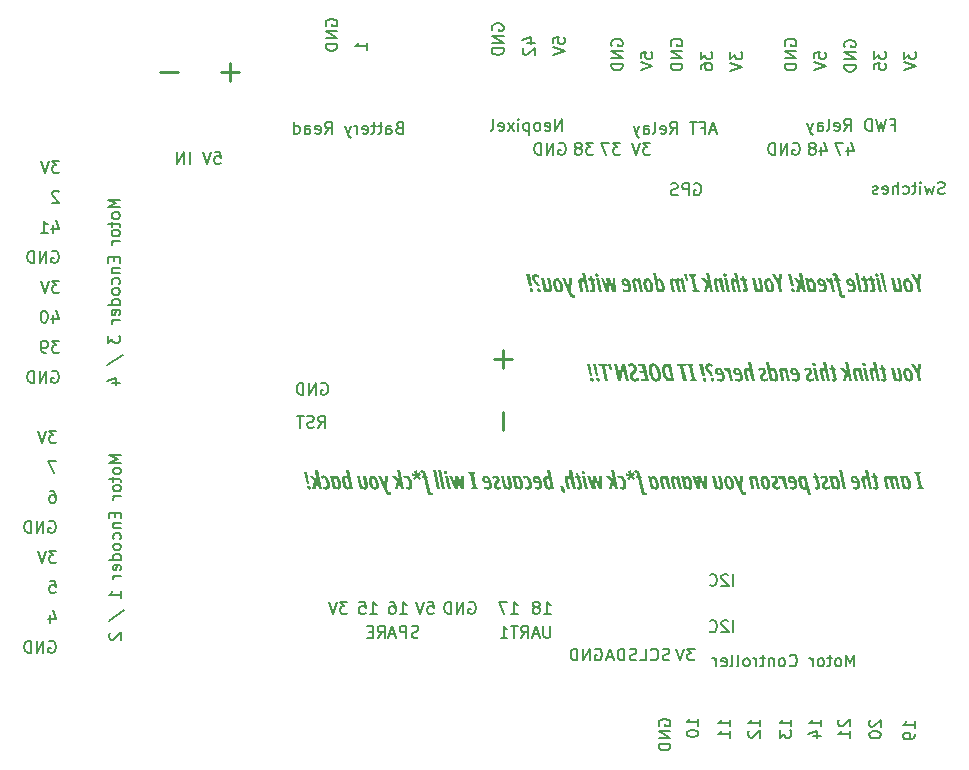
<source format=gbr>
%TF.GenerationSoftware,KiCad,Pcbnew,9.0.0*%
%TF.CreationDate,2025-03-28T17:52:31-06:00*%
%TF.ProjectId,Dark_Passenger_Base_MCU,4461726b-5f50-4617-9373-656e6765725f,1.0*%
%TF.SameCoordinates,Original*%
%TF.FileFunction,Legend,Bot*%
%TF.FilePolarity,Positive*%
%FSLAX46Y46*%
G04 Gerber Fmt 4.6, Leading zero omitted, Abs format (unit mm)*
G04 Created by KiCad (PCBNEW 9.0.0) date 2025-03-28 17:52:31*
%MOMM*%
%LPD*%
G01*
G04 APERTURE LIST*
%ADD10C,0.200000*%
%ADD11C,0.250000*%
G04 APERTURE END LIST*
D10*
X120717945Y-83893600D02*
X120575088Y-83941219D01*
X120575088Y-83941219D02*
X120336993Y-83941219D01*
X120336993Y-83941219D02*
X120241755Y-83893600D01*
X120241755Y-83893600D02*
X120194136Y-83845980D01*
X120194136Y-83845980D02*
X120146517Y-83750742D01*
X120146517Y-83750742D02*
X120146517Y-83655504D01*
X120146517Y-83655504D02*
X120194136Y-83560266D01*
X120194136Y-83560266D02*
X120241755Y-83512647D01*
X120241755Y-83512647D02*
X120336993Y-83465028D01*
X120336993Y-83465028D02*
X120527469Y-83417409D01*
X120527469Y-83417409D02*
X120622707Y-83369790D01*
X120622707Y-83369790D02*
X120670326Y-83322171D01*
X120670326Y-83322171D02*
X120717945Y-83226933D01*
X120717945Y-83226933D02*
X120717945Y-83131695D01*
X120717945Y-83131695D02*
X120670326Y-83036457D01*
X120670326Y-83036457D02*
X120622707Y-82988838D01*
X120622707Y-82988838D02*
X120527469Y-82941219D01*
X120527469Y-82941219D02*
X120289374Y-82941219D01*
X120289374Y-82941219D02*
X120146517Y-82988838D01*
X119717945Y-83941219D02*
X119717945Y-82941219D01*
X119717945Y-82941219D02*
X119336993Y-82941219D01*
X119336993Y-82941219D02*
X119241755Y-82988838D01*
X119241755Y-82988838D02*
X119194136Y-83036457D01*
X119194136Y-83036457D02*
X119146517Y-83131695D01*
X119146517Y-83131695D02*
X119146517Y-83274552D01*
X119146517Y-83274552D02*
X119194136Y-83369790D01*
X119194136Y-83369790D02*
X119241755Y-83417409D01*
X119241755Y-83417409D02*
X119336993Y-83465028D01*
X119336993Y-83465028D02*
X119717945Y-83465028D01*
X118765564Y-83655504D02*
X118289374Y-83655504D01*
X118860802Y-83941219D02*
X118527469Y-82941219D01*
X118527469Y-82941219D02*
X118194136Y-83941219D01*
X117289374Y-83941219D02*
X117622707Y-83465028D01*
X117860802Y-83941219D02*
X117860802Y-82941219D01*
X117860802Y-82941219D02*
X117479850Y-82941219D01*
X117479850Y-82941219D02*
X117384612Y-82988838D01*
X117384612Y-82988838D02*
X117336993Y-83036457D01*
X117336993Y-83036457D02*
X117289374Y-83131695D01*
X117289374Y-83131695D02*
X117289374Y-83274552D01*
X117289374Y-83274552D02*
X117336993Y-83369790D01*
X117336993Y-83369790D02*
X117384612Y-83417409D01*
X117384612Y-83417409D02*
X117479850Y-83465028D01*
X117479850Y-83465028D02*
X117860802Y-83465028D01*
X116860802Y-83417409D02*
X116527469Y-83417409D01*
X116384612Y-83941219D02*
X116860802Y-83941219D01*
X116860802Y-83941219D02*
X116860802Y-82941219D01*
X116860802Y-82941219D02*
X116384612Y-82941219D01*
X112266898Y-66161219D02*
X112600231Y-65685028D01*
X112838326Y-66161219D02*
X112838326Y-65161219D01*
X112838326Y-65161219D02*
X112457374Y-65161219D01*
X112457374Y-65161219D02*
X112362136Y-65208838D01*
X112362136Y-65208838D02*
X112314517Y-65256457D01*
X112314517Y-65256457D02*
X112266898Y-65351695D01*
X112266898Y-65351695D02*
X112266898Y-65494552D01*
X112266898Y-65494552D02*
X112314517Y-65589790D01*
X112314517Y-65589790D02*
X112362136Y-65637409D01*
X112362136Y-65637409D02*
X112457374Y-65685028D01*
X112457374Y-65685028D02*
X112838326Y-65685028D01*
X111885945Y-66113600D02*
X111743088Y-66161219D01*
X111743088Y-66161219D02*
X111504993Y-66161219D01*
X111504993Y-66161219D02*
X111409755Y-66113600D01*
X111409755Y-66113600D02*
X111362136Y-66065980D01*
X111362136Y-66065980D02*
X111314517Y-65970742D01*
X111314517Y-65970742D02*
X111314517Y-65875504D01*
X111314517Y-65875504D02*
X111362136Y-65780266D01*
X111362136Y-65780266D02*
X111409755Y-65732647D01*
X111409755Y-65732647D02*
X111504993Y-65685028D01*
X111504993Y-65685028D02*
X111695469Y-65637409D01*
X111695469Y-65637409D02*
X111790707Y-65589790D01*
X111790707Y-65589790D02*
X111838326Y-65542171D01*
X111838326Y-65542171D02*
X111885945Y-65446933D01*
X111885945Y-65446933D02*
X111885945Y-65351695D01*
X111885945Y-65351695D02*
X111838326Y-65256457D01*
X111838326Y-65256457D02*
X111790707Y-65208838D01*
X111790707Y-65208838D02*
X111695469Y-65161219D01*
X111695469Y-65161219D02*
X111457374Y-65161219D01*
X111457374Y-65161219D02*
X111314517Y-65208838D01*
X111028802Y-65161219D02*
X110457374Y-65161219D01*
X110743088Y-66161219D02*
X110743088Y-65161219D01*
X103472136Y-42809219D02*
X103948326Y-42809219D01*
X103948326Y-42809219D02*
X103995945Y-43285409D01*
X103995945Y-43285409D02*
X103948326Y-43237790D01*
X103948326Y-43237790D02*
X103853088Y-43190171D01*
X103853088Y-43190171D02*
X103614993Y-43190171D01*
X103614993Y-43190171D02*
X103519755Y-43237790D01*
X103519755Y-43237790D02*
X103472136Y-43285409D01*
X103472136Y-43285409D02*
X103424517Y-43380647D01*
X103424517Y-43380647D02*
X103424517Y-43618742D01*
X103424517Y-43618742D02*
X103472136Y-43713980D01*
X103472136Y-43713980D02*
X103519755Y-43761600D01*
X103519755Y-43761600D02*
X103614993Y-43809219D01*
X103614993Y-43809219D02*
X103853088Y-43809219D01*
X103853088Y-43809219D02*
X103948326Y-43761600D01*
X103948326Y-43761600D02*
X103995945Y-43713980D01*
X103138802Y-42809219D02*
X102805469Y-43809219D01*
X102805469Y-43809219D02*
X102472136Y-42809219D01*
X101376897Y-43809219D02*
X101376897Y-42809219D01*
X100900707Y-43809219D02*
X100900707Y-42809219D01*
X100900707Y-42809219D02*
X100329279Y-43809219D01*
X100329279Y-43809219D02*
X100329279Y-42809219D01*
D11*
X127880333Y-64814473D02*
X127880333Y-66338283D01*
D10*
G36*
X163590308Y-71373000D02*
G01*
X163560908Y-71234422D01*
X163384503Y-71173514D01*
X163149297Y-70073139D01*
X163302621Y-70012231D01*
X163275327Y-69873562D01*
X162678886Y-69873562D01*
X162708286Y-70012231D01*
X162888904Y-70073139D01*
X163122003Y-71173514D01*
X162966573Y-71234422D01*
X162995974Y-71373000D01*
X163590308Y-71373000D01*
G37*
G36*
X162041069Y-70214000D02*
G01*
X162096629Y-70233130D01*
X162148115Y-70265297D01*
X162215470Y-70331070D01*
X162276160Y-70419628D01*
X162325644Y-70519502D01*
X162366468Y-70629646D01*
X162397564Y-70743534D01*
X162418950Y-70856426D01*
X162431756Y-70967501D01*
X162435711Y-71062231D01*
X162428000Y-71164348D01*
X162407005Y-71243986D01*
X162374895Y-71305772D01*
X162328632Y-71354989D01*
X162272960Y-71383929D01*
X162204719Y-71393974D01*
X162154625Y-71388614D01*
X162109921Y-71372955D01*
X162069347Y-71346804D01*
X162013982Y-71294218D01*
X161956965Y-71223889D01*
X161950645Y-71223889D01*
X161952752Y-71373000D01*
X161749053Y-71373000D01*
X161577403Y-70566632D01*
X161845682Y-70566632D01*
X161854108Y-70680021D01*
X161885524Y-70841680D01*
X161932876Y-70996102D01*
X161965351Y-71070163D01*
X162002119Y-71127352D01*
X162032283Y-71157347D01*
X162064413Y-71174239D01*
X162099755Y-71179834D01*
X162129360Y-71172507D01*
X162151944Y-71150047D01*
X162168441Y-71106091D01*
X162175318Y-71028617D01*
X162164877Y-70891047D01*
X162133369Y-70731496D01*
X162109880Y-70652522D01*
X162082903Y-70581378D01*
X162050156Y-70516787D01*
X162015766Y-70470003D01*
X161975029Y-70437790D01*
X161933884Y-70427963D01*
X161897376Y-70435584D01*
X161871112Y-70457695D01*
X161853001Y-70498248D01*
X161845682Y-70566632D01*
X161577403Y-70566632D01*
X161505421Y-70228478D01*
X161723866Y-70228478D01*
X161774241Y-70369161D01*
X161780560Y-70369161D01*
X161815516Y-70293975D01*
X161859329Y-70246338D01*
X161914640Y-70217393D01*
X161980046Y-70207503D01*
X162041069Y-70214000D01*
G37*
G36*
X161534822Y-71373000D02*
G01*
X161291281Y-70228478D01*
X161087582Y-70228478D01*
X161102237Y-70367055D01*
X161093902Y-70367055D01*
X161042404Y-70300355D01*
X160983627Y-70250551D01*
X160916239Y-70218286D01*
X160841844Y-70207503D01*
X160763305Y-70217443D01*
X160705002Y-70244704D01*
X160661815Y-70288559D01*
X160631825Y-70352400D01*
X160625597Y-70352400D01*
X160572256Y-70291773D01*
X160511108Y-70246338D01*
X160442207Y-70217242D01*
X160367310Y-70207503D01*
X160302734Y-70214847D01*
X160251622Y-70235352D01*
X160210873Y-70268411D01*
X160181191Y-70312243D01*
X160162147Y-70369087D01*
X160155185Y-70442709D01*
X160161505Y-70521477D01*
X160176160Y-70610687D01*
X160337909Y-71373000D01*
X160589877Y-71373000D01*
X160442873Y-70675808D01*
X160427119Y-70594933D01*
X160421898Y-70528805D01*
X160431029Y-70473873D01*
X160453755Y-70445954D01*
X160491141Y-70436389D01*
X160535502Y-70446348D01*
X160574123Y-70477330D01*
X160604868Y-70522203D01*
X160630818Y-70580279D01*
X160665439Y-70703102D01*
X160808230Y-71373000D01*
X161060288Y-71373000D01*
X160909071Y-70667382D01*
X160895424Y-70588705D01*
X160890204Y-70526698D01*
X160899083Y-70472955D01*
X160921143Y-70445703D01*
X160957340Y-70436389D01*
X160991377Y-70441711D01*
X161021772Y-70457653D01*
X161049755Y-70485757D01*
X161083248Y-70539588D01*
X161111762Y-70609680D01*
X161150597Y-70759797D01*
X161280748Y-71373000D01*
X161534822Y-71373000D01*
G37*
G36*
X159479793Y-71393974D02*
G01*
X159551029Y-71385844D01*
X159602158Y-71364020D01*
X159638428Y-71329952D01*
X159663779Y-71285009D01*
X159679841Y-71230160D01*
X159685598Y-71162981D01*
X159680947Y-71091811D01*
X159664624Y-70992897D01*
X159547021Y-70440602D01*
X159649969Y-70440602D01*
X159622583Y-70306238D01*
X159481899Y-70234797D01*
X159376936Y-69984937D01*
X159198425Y-69984937D01*
X159250907Y-70228478D01*
X159072396Y-70228478D01*
X159116543Y-70440602D01*
X159295054Y-70440602D01*
X159418885Y-71024404D01*
X159427311Y-71069558D01*
X159431524Y-71106286D01*
X159424178Y-71143665D01*
X159404807Y-71163981D01*
X159370616Y-71171408D01*
X159322348Y-71166187D01*
X159259333Y-71146220D01*
X159259333Y-71349919D01*
X159310037Y-71369461D01*
X159370616Y-71383441D01*
X159479793Y-71393974D01*
G37*
G36*
X159152904Y-71373000D02*
G01*
X158814750Y-69777025D01*
X158562783Y-69777025D01*
X158638346Y-70129834D01*
X158666739Y-70243224D01*
X158701360Y-70356613D01*
X158697147Y-70356613D01*
X158646779Y-70291928D01*
X158593283Y-70246338D01*
X158531155Y-70217549D01*
X158455621Y-70207503D01*
X158390044Y-70215369D01*
X158337539Y-70237509D01*
X158295062Y-70273632D01*
X158264056Y-70320876D01*
X158244380Y-70380305D01*
X158237268Y-70455257D01*
X158245695Y-70547672D01*
X158262456Y-70646408D01*
X158415779Y-71373000D01*
X158667746Y-71373000D01*
X158527062Y-70707316D01*
X158509202Y-70611786D01*
X158501875Y-70522485D01*
X158506610Y-70487174D01*
X158519735Y-70460569D01*
X158542001Y-70442903D01*
X158577438Y-70436389D01*
X158613464Y-70443108D01*
X158648336Y-70464227D01*
X158683500Y-70503617D01*
X158710077Y-70551202D01*
X158737979Y-70625899D01*
X158766482Y-70736716D01*
X158900846Y-71373000D01*
X159152904Y-71373000D01*
G37*
G36*
X157694311Y-70217566D02*
G01*
X157771405Y-70240722D01*
X157841412Y-70278944D01*
X157904083Y-70329596D01*
X157960365Y-70391468D01*
X158010489Y-70465790D01*
X158069719Y-70588897D01*
X158113437Y-70729389D01*
X158139386Y-70876473D01*
X158148059Y-71026510D01*
X158141682Y-71113656D01*
X158123823Y-71186253D01*
X158095737Y-71246849D01*
X158057750Y-71297437D01*
X158009649Y-71338818D01*
X157953470Y-71368719D01*
X157887619Y-71387387D01*
X157809904Y-71393974D01*
X157727145Y-71389186D01*
X157649254Y-71375106D01*
X157574071Y-71349395D01*
X157497029Y-71307878D01*
X157497029Y-71112606D01*
X157571023Y-71149793D01*
X157628279Y-71171408D01*
X157685403Y-71183859D01*
X157748996Y-71188169D01*
X157797481Y-71182732D01*
X157834381Y-71167806D01*
X157862478Y-71144113D01*
X157881840Y-71112258D01*
X157895110Y-71065664D01*
X157900213Y-70999216D01*
X157897044Y-70940857D01*
X157887574Y-70883720D01*
X157870812Y-70883720D01*
X157744517Y-70876284D01*
X157638261Y-70855470D01*
X157548946Y-70822987D01*
X157473948Y-70779764D01*
X157409950Y-70722181D01*
X157364716Y-70654013D01*
X157336791Y-70573178D01*
X157329291Y-70499404D01*
X157560044Y-70499404D01*
X157567050Y-70554122D01*
X157587467Y-70601464D01*
X157621960Y-70643293D01*
X157667426Y-70672426D01*
X157738595Y-70692924D01*
X157845625Y-70700996D01*
X157851945Y-70700996D01*
X157825187Y-70611172D01*
X157795207Y-70540889D01*
X157762735Y-70486856D01*
X157721510Y-70440792D01*
X157682522Y-70416617D01*
X157644033Y-70409095D01*
X157607774Y-70415463D01*
X157582117Y-70433275D01*
X157565930Y-70460771D01*
X157560044Y-70499404D01*
X157329291Y-70499404D01*
X157326945Y-70476323D01*
X157336258Y-70395717D01*
X157362354Y-70331521D01*
X157404614Y-70279952D01*
X157460109Y-70241709D01*
X157526979Y-70218011D01*
X157608312Y-70209610D01*
X157694311Y-70217566D01*
G37*
G36*
X156962595Y-71373000D02*
G01*
X156622426Y-69777025D01*
X156370459Y-69777025D01*
X156710628Y-71373000D01*
X156962595Y-71373000D01*
G37*
G36*
X156050281Y-70214000D02*
G01*
X156105841Y-70233130D01*
X156157327Y-70265297D01*
X156224682Y-70331070D01*
X156285371Y-70419628D01*
X156334855Y-70519502D01*
X156375680Y-70629646D01*
X156406776Y-70743534D01*
X156428162Y-70856426D01*
X156440968Y-70967501D01*
X156444923Y-71062231D01*
X156437211Y-71164348D01*
X156416217Y-71243986D01*
X156384106Y-71305772D01*
X156337843Y-71354989D01*
X156282171Y-71383929D01*
X156213930Y-71393974D01*
X156163836Y-71388614D01*
X156119132Y-71372955D01*
X156078558Y-71346804D01*
X156023193Y-71294218D01*
X155966176Y-71223889D01*
X155959856Y-71223889D01*
X155961963Y-71373000D01*
X155758265Y-71373000D01*
X155586614Y-70566632D01*
X155854893Y-70566632D01*
X155863319Y-70680021D01*
X155894735Y-70841680D01*
X155942088Y-70996102D01*
X155974563Y-71070163D01*
X156011331Y-71127352D01*
X156041495Y-71157347D01*
X156073624Y-71174239D01*
X156108967Y-71179834D01*
X156138571Y-71172507D01*
X156161156Y-71150047D01*
X156177653Y-71106091D01*
X156184529Y-71028617D01*
X156174088Y-70891047D01*
X156142581Y-70731496D01*
X156119092Y-70652522D01*
X156092114Y-70581378D01*
X156059367Y-70516787D01*
X156024978Y-70470003D01*
X155984240Y-70437790D01*
X155943095Y-70427963D01*
X155906587Y-70435584D01*
X155880324Y-70457695D01*
X155862212Y-70498248D01*
X155854893Y-70566632D01*
X155586614Y-70566632D01*
X155514632Y-70228478D01*
X155733077Y-70228478D01*
X155783452Y-70369161D01*
X155789772Y-70369161D01*
X155824727Y-70293975D01*
X155868540Y-70246338D01*
X155923851Y-70217393D01*
X155989257Y-70207503D01*
X156050281Y-70214000D01*
G37*
G36*
X155271092Y-71393974D02*
G01*
X155361712Y-71389354D01*
X155429636Y-71377121D01*
X155490999Y-71357232D01*
X155542018Y-71333066D01*
X155542018Y-71091632D01*
X155488214Y-71125029D01*
X155424415Y-71151441D01*
X155358299Y-71168361D01*
X155302599Y-71173514D01*
X155244040Y-71164956D01*
X155199742Y-71140999D01*
X155178162Y-71116624D01*
X155164690Y-71084834D01*
X155159808Y-71043272D01*
X155164934Y-71002046D01*
X155180783Y-70960382D01*
X155209692Y-70918348D01*
X155271092Y-70854319D01*
X155342865Y-70778334D01*
X155383474Y-70711529D01*
X155406183Y-70640059D01*
X155413882Y-70562419D01*
X155403428Y-70467218D01*
X155372941Y-70382900D01*
X155341420Y-70332687D01*
X155301763Y-70290203D01*
X155253231Y-70254764D01*
X155198816Y-70229270D01*
X155134736Y-70213200D01*
X155058967Y-70207503D01*
X154970608Y-70213686D01*
X154889981Y-70231683D01*
X154815580Y-70260531D01*
X154756533Y-70295705D01*
X154857375Y-70488871D01*
X154905567Y-70455864D01*
X154956110Y-70433275D01*
X155007204Y-70419439D01*
X155046419Y-70415415D01*
X155092544Y-70423137D01*
X155126195Y-70444816D01*
X155147873Y-70478466D01*
X155155595Y-70524591D01*
X155150832Y-70565242D01*
X155136728Y-70602352D01*
X155110006Y-70638979D01*
X155050540Y-70696783D01*
X154978508Y-70770103D01*
X154931930Y-70835452D01*
X154911528Y-70881896D01*
X154898057Y-70941693D01*
X154893095Y-71018084D01*
X154898262Y-71086989D01*
X154913377Y-71150383D01*
X154938250Y-71209235D01*
X154972763Y-71262672D01*
X155015566Y-71307576D01*
X155067393Y-71344698D01*
X155125306Y-71371365D01*
X155192569Y-71388081D01*
X155271092Y-71393974D01*
G37*
G36*
X154516290Y-71393974D02*
G01*
X154587526Y-71385844D01*
X154638655Y-71364020D01*
X154674925Y-71329952D01*
X154700276Y-71285009D01*
X154716338Y-71230160D01*
X154722095Y-71162981D01*
X154717444Y-71091811D01*
X154701120Y-70992897D01*
X154583517Y-70440602D01*
X154686466Y-70440602D01*
X154659080Y-70306238D01*
X154518396Y-70234797D01*
X154413433Y-69984937D01*
X154234922Y-69984937D01*
X154287404Y-70228478D01*
X154108893Y-70228478D01*
X154153039Y-70440602D01*
X154331550Y-70440602D01*
X154455382Y-71024404D01*
X154463808Y-71069558D01*
X154468021Y-71106286D01*
X154460674Y-71143665D01*
X154441304Y-71163981D01*
X154407113Y-71171408D01*
X154358845Y-71166187D01*
X154295830Y-71146220D01*
X154295830Y-71349919D01*
X154346534Y-71369461D01*
X154407113Y-71383441D01*
X154516290Y-71393974D01*
G37*
G36*
X153201494Y-70217962D02*
G01*
X153266530Y-70249543D01*
X153324632Y-70300765D01*
X153387247Y-70383908D01*
X153395581Y-70383908D01*
X153383033Y-70228478D01*
X153588838Y-70228478D01*
X153935327Y-71868599D01*
X153685467Y-71868599D01*
X153593052Y-71438121D01*
X153578306Y-71351018D01*
X153561544Y-71242757D01*
X153555225Y-71242757D01*
X153524600Y-71307407D01*
X153481769Y-71354132D01*
X153426883Y-71383749D01*
X153359952Y-71393974D01*
X153300223Y-71387723D01*
X153245708Y-71369312D01*
X153195088Y-71338378D01*
X153128249Y-71274876D01*
X153067044Y-71189268D01*
X153016849Y-71091983D01*
X152975636Y-70982455D01*
X152944045Y-70868393D01*
X152921048Y-70754577D01*
X152906629Y-70641787D01*
X152903510Y-70572860D01*
X153162482Y-70572860D01*
X153173015Y-70714643D01*
X153204522Y-70874286D01*
X153228022Y-70952908D01*
X153254897Y-71022297D01*
X153287544Y-71085068D01*
X153322125Y-71131565D01*
X153362856Y-71163705D01*
X153404008Y-71173514D01*
X153440399Y-71165839D01*
X153466669Y-71143502D01*
X153484849Y-71102374D01*
X153492210Y-71032830D01*
X153480669Y-70901580D01*
X153448155Y-70740930D01*
X153424198Y-70658923D01*
X153395673Y-70584492D01*
X153360797Y-70516803D01*
X153324232Y-70466889D01*
X153280918Y-70432370D01*
X153236030Y-70421735D01*
X153207393Y-70428954D01*
X153185401Y-70451228D01*
X153169240Y-70495128D01*
X153162482Y-70572860D01*
X152903510Y-70572860D01*
X152902089Y-70541444D01*
X152910199Y-70429001D01*
X152931553Y-70347434D01*
X152962997Y-70289386D01*
X153008722Y-70243909D01*
X153063731Y-70216912D01*
X153131066Y-70207503D01*
X153201494Y-70217962D01*
G37*
G36*
X152368840Y-70217566D02*
G01*
X152445934Y-70240722D01*
X152515941Y-70278944D01*
X152578612Y-70329596D01*
X152634894Y-70391468D01*
X152685018Y-70465790D01*
X152744248Y-70588897D01*
X152787966Y-70729389D01*
X152813915Y-70876473D01*
X152822588Y-71026510D01*
X152816211Y-71113656D01*
X152798352Y-71186253D01*
X152770266Y-71246849D01*
X152732279Y-71297437D01*
X152684178Y-71338818D01*
X152627999Y-71368719D01*
X152562148Y-71387387D01*
X152484433Y-71393974D01*
X152401674Y-71389186D01*
X152323783Y-71375106D01*
X152248600Y-71349395D01*
X152171558Y-71307878D01*
X152171558Y-71112606D01*
X152245552Y-71149793D01*
X152302808Y-71171408D01*
X152359932Y-71183859D01*
X152423525Y-71188169D01*
X152472010Y-71182732D01*
X152508910Y-71167806D01*
X152537007Y-71144113D01*
X152556369Y-71112258D01*
X152569639Y-71065664D01*
X152574742Y-70999216D01*
X152571573Y-70940857D01*
X152562103Y-70883720D01*
X152545341Y-70883720D01*
X152419046Y-70876284D01*
X152312790Y-70855470D01*
X152223475Y-70822987D01*
X152148477Y-70779764D01*
X152084479Y-70722181D01*
X152039245Y-70654013D01*
X152011319Y-70573178D01*
X152003820Y-70499404D01*
X152234573Y-70499404D01*
X152241578Y-70554122D01*
X152261996Y-70601464D01*
X152296489Y-70643293D01*
X152341954Y-70672426D01*
X152413124Y-70692924D01*
X152520154Y-70700996D01*
X152526474Y-70700996D01*
X152499716Y-70611172D01*
X152469736Y-70540889D01*
X152437264Y-70486856D01*
X152396039Y-70440792D01*
X152357051Y-70416617D01*
X152318562Y-70409095D01*
X152282303Y-70415463D01*
X152256646Y-70433275D01*
X152240459Y-70460771D01*
X152234573Y-70499404D01*
X152003820Y-70499404D01*
X152001474Y-70476323D01*
X152010787Y-70395717D01*
X152036883Y-70331521D01*
X152079143Y-70279952D01*
X152134638Y-70241709D01*
X152201508Y-70218011D01*
X152282841Y-70209610D01*
X152368840Y-70217566D01*
G37*
G36*
X151996161Y-71373000D02*
G01*
X151752621Y-70228478D01*
X151555242Y-70228478D01*
X151569897Y-70404882D01*
X151561470Y-70404882D01*
X151504071Y-70311849D01*
X151449180Y-70254764D01*
X151407078Y-70228851D01*
X151358932Y-70213015D01*
X151303183Y-70207503D01*
X151262819Y-70210985D01*
X151217088Y-70222158D01*
X151292742Y-70495191D01*
X151337450Y-70482601D01*
X151383051Y-70478430D01*
X151424572Y-70483574D01*
X151461978Y-70498776D01*
X151496441Y-70524683D01*
X151539355Y-70575938D01*
X151574110Y-70641187D01*
X151600309Y-70712703D01*
X151620272Y-70787091D01*
X151744194Y-71373000D01*
X151996161Y-71373000D01*
G37*
G36*
X151062299Y-71393974D02*
G01*
X151152920Y-71389354D01*
X151220843Y-71377121D01*
X151282206Y-71357232D01*
X151333225Y-71333066D01*
X151333225Y-71091632D01*
X151279421Y-71125029D01*
X151215622Y-71151441D01*
X151149506Y-71168361D01*
X151093806Y-71173514D01*
X151035247Y-71164956D01*
X150990949Y-71140999D01*
X150969369Y-71116624D01*
X150955897Y-71084834D01*
X150951016Y-71043272D01*
X150956141Y-71002046D01*
X150971990Y-70960382D01*
X151000899Y-70918348D01*
X151062299Y-70854319D01*
X151134072Y-70778334D01*
X151174681Y-70711529D01*
X151197390Y-70640059D01*
X151205089Y-70562419D01*
X151194635Y-70467218D01*
X151164148Y-70382900D01*
X151132627Y-70332687D01*
X151092970Y-70290203D01*
X151044439Y-70254764D01*
X150990023Y-70229270D01*
X150925943Y-70213200D01*
X150850174Y-70207503D01*
X150761815Y-70213686D01*
X150681188Y-70231683D01*
X150606787Y-70260531D01*
X150547740Y-70295705D01*
X150648582Y-70488871D01*
X150696775Y-70455864D01*
X150747317Y-70433275D01*
X150798411Y-70419439D01*
X150837626Y-70415415D01*
X150883751Y-70423137D01*
X150917402Y-70444816D01*
X150939080Y-70478466D01*
X150946803Y-70524591D01*
X150942039Y-70565242D01*
X150927935Y-70602352D01*
X150901213Y-70638979D01*
X150841748Y-70696783D01*
X150769715Y-70770103D01*
X150723137Y-70835452D01*
X150702735Y-70881896D01*
X150689265Y-70941693D01*
X150684303Y-71018084D01*
X150689470Y-71086989D01*
X150704584Y-71150383D01*
X150729457Y-71209235D01*
X150763970Y-71262672D01*
X150806774Y-71307576D01*
X150858600Y-71344698D01*
X150916513Y-71371365D01*
X150983777Y-71388081D01*
X151062299Y-71393974D01*
G37*
G36*
X150084038Y-70213977D02*
G01*
X150152110Y-70232676D01*
X150213066Y-70263191D01*
X150294250Y-70327030D01*
X150363184Y-70409095D01*
X150418804Y-70503325D01*
X150462927Y-70607573D01*
X150495880Y-70716453D01*
X150518614Y-70824919D01*
X150532273Y-70931806D01*
X150536475Y-71022297D01*
X150530470Y-71111001D01*
X150513715Y-71184611D01*
X150487544Y-71245698D01*
X150452486Y-71296338D01*
X150407234Y-71338335D01*
X150354096Y-71368524D01*
X150291497Y-71387333D01*
X150217188Y-71393974D01*
X150144447Y-71388016D01*
X150079485Y-71370767D01*
X150020908Y-71342591D01*
X149941974Y-71283051D01*
X149872806Y-71205021D01*
X149816011Y-71114483D01*
X149769949Y-71011856D01*
X149735236Y-70903493D01*
X149711147Y-70793411D01*
X149696793Y-70683220D01*
X149692188Y-70581286D01*
X149692379Y-70579180D01*
X149946353Y-70579180D01*
X149950284Y-70661384D01*
X149963206Y-70760805D01*
X149983726Y-70861391D01*
X150011475Y-70958275D01*
X150047399Y-71048439D01*
X150087037Y-71116819D01*
X150119878Y-71153592D01*
X150153008Y-71173462D01*
X150187787Y-71179834D01*
X150229968Y-71169518D01*
X150259228Y-71138893D01*
X150275841Y-71093092D01*
X150282309Y-71024404D01*
X150272875Y-70887933D01*
X150243475Y-70728290D01*
X150220791Y-70648474D01*
X150194107Y-70577165D01*
X150161420Y-70512402D01*
X150126971Y-70464782D01*
X150085559Y-70432016D01*
X150040875Y-70421735D01*
X150002251Y-70430135D01*
X149974081Y-70454817D01*
X149954378Y-70500796D01*
X149946353Y-70579180D01*
X149692379Y-70579180D01*
X149702464Y-70467846D01*
X149730802Y-70378185D01*
X149775170Y-70307246D01*
X149820046Y-70264172D01*
X149872555Y-70233364D01*
X149934218Y-70214241D01*
X150007261Y-70207503D01*
X150084038Y-70213977D01*
G37*
G36*
X149663154Y-71373000D02*
G01*
X149419613Y-70228478D01*
X149218021Y-70228478D01*
X149228463Y-70371268D01*
X149222234Y-70371268D01*
X149168958Y-70300877D01*
X149110951Y-70250551D01*
X149044989Y-70218166D01*
X148974389Y-70207503D01*
X148916015Y-70213566D01*
X148863278Y-70231346D01*
X148814837Y-70261084D01*
X148778582Y-70302116D01*
X148754632Y-70362967D01*
X148745503Y-70451135D01*
X148752830Y-70537231D01*
X148770690Y-70642194D01*
X148926120Y-71373000D01*
X149178087Y-71373000D01*
X149035297Y-70700996D01*
X149018536Y-70605466D01*
X149010109Y-70522485D01*
X149019150Y-70472101D01*
X149042236Y-70445707D01*
X149081459Y-70436389D01*
X149125372Y-70445542D01*
X149165042Y-70474046D01*
X149202267Y-70527797D01*
X149243914Y-70627559D01*
X149283142Y-70770330D01*
X149409080Y-71373000D01*
X149663154Y-71373000D01*
G37*
G36*
X148364392Y-71877025D02*
G01*
X148442585Y-71871842D01*
X148500955Y-71858066D01*
X148458914Y-71631286D01*
X148412841Y-71645637D01*
X148370712Y-71650154D01*
X148323042Y-71641200D01*
X148287822Y-71615533D01*
X148259334Y-71576151D01*
X148227922Y-71515790D01*
X148156481Y-71358345D01*
X148206947Y-70228478D01*
X147952782Y-70228478D01*
X147950676Y-70768224D01*
X147956995Y-70988683D01*
X147950676Y-70988683D01*
X147913948Y-70871080D01*
X147879326Y-70776558D01*
X147648333Y-70228478D01*
X147383727Y-70228478D01*
X147982183Y-71545191D01*
X148028856Y-71638315D01*
X148076705Y-71717382D01*
X148132668Y-71785441D01*
X148196414Y-71834985D01*
X148244306Y-71857773D01*
X148299772Y-71872014D01*
X148364392Y-71877025D01*
G37*
G36*
X147000716Y-70213977D02*
G01*
X147068788Y-70232676D01*
X147129745Y-70263191D01*
X147210928Y-70327030D01*
X147279863Y-70409095D01*
X147335482Y-70503325D01*
X147379605Y-70607573D01*
X147412558Y-70716453D01*
X147435293Y-70824919D01*
X147448952Y-70931806D01*
X147453153Y-71022297D01*
X147447148Y-71111001D01*
X147430393Y-71184611D01*
X147404222Y-71245698D01*
X147369164Y-71296338D01*
X147323913Y-71338335D01*
X147270775Y-71368524D01*
X147208176Y-71387333D01*
X147133866Y-71393974D01*
X147061126Y-71388016D01*
X146996164Y-71370767D01*
X146937587Y-71342591D01*
X146858652Y-71283051D01*
X146789484Y-71205021D01*
X146732689Y-71114483D01*
X146686627Y-71011856D01*
X146651914Y-70903493D01*
X146627826Y-70793411D01*
X146613471Y-70683220D01*
X146608866Y-70581286D01*
X146609057Y-70579180D01*
X146863032Y-70579180D01*
X146866962Y-70661384D01*
X146879884Y-70760805D01*
X146900404Y-70861391D01*
X146928153Y-70958275D01*
X146964077Y-71048439D01*
X147003715Y-71116819D01*
X147036556Y-71153592D01*
X147069687Y-71173462D01*
X147104466Y-71179834D01*
X147146647Y-71169518D01*
X147175907Y-71138893D01*
X147192519Y-71093092D01*
X147198988Y-71024404D01*
X147189554Y-70887933D01*
X147160153Y-70728290D01*
X147137470Y-70648474D01*
X147110785Y-70577165D01*
X147078098Y-70512402D01*
X147043649Y-70464782D01*
X147002238Y-70432016D01*
X146957554Y-70421735D01*
X146918930Y-70430135D01*
X146890759Y-70454817D01*
X146871056Y-70500796D01*
X146863032Y-70579180D01*
X146609057Y-70579180D01*
X146619143Y-70467846D01*
X146647480Y-70378185D01*
X146691848Y-70307246D01*
X146736724Y-70264172D01*
X146789234Y-70233364D01*
X146850897Y-70214241D01*
X146923940Y-70207503D01*
X147000716Y-70213977D01*
G37*
G36*
X146292144Y-71393974D02*
G01*
X146362158Y-71386080D01*
X146417008Y-71364143D01*
X146460214Y-71328944D01*
X146491759Y-71282243D01*
X146511774Y-71223187D01*
X146519016Y-71148327D01*
X146512696Y-71063239D01*
X146497950Y-70969816D01*
X146338398Y-70228478D01*
X146088446Y-70228478D01*
X146231236Y-70908908D01*
X146249143Y-71004740D01*
X146254409Y-71078992D01*
X146245437Y-71131035D01*
X146222835Y-71157868D01*
X146185075Y-71167194D01*
X146141229Y-71157994D01*
X146101254Y-71129224D01*
X146063350Y-71074779D01*
X146021360Y-70973713D01*
X145983483Y-70829132D01*
X145853240Y-70228478D01*
X145603380Y-70228478D01*
X145844905Y-71373000D01*
X146046497Y-71373000D01*
X146038071Y-71234422D01*
X146044391Y-71234422D01*
X146097322Y-71301295D01*
X146155674Y-71350926D01*
X146221624Y-71383314D01*
X146292144Y-71393974D01*
G37*
G36*
X145148813Y-71373000D02*
G01*
X145123626Y-70228478D01*
X144877887Y-70228478D01*
X144896755Y-70726183D01*
X144907288Y-70852213D01*
X144917821Y-70969816D01*
X144911501Y-70969816D01*
X144876879Y-70860639D01*
X144837953Y-70747158D01*
X144638468Y-70228478D01*
X144352887Y-70228478D01*
X144375968Y-70738823D01*
X144384394Y-70863753D01*
X144392821Y-70984470D01*
X144388607Y-70984470D01*
X144344552Y-70850106D01*
X144296192Y-70713635D01*
X144113468Y-70228478D01*
X143861501Y-70228478D01*
X144321379Y-71373000D01*
X144613280Y-71373000D01*
X144581773Y-70766117D01*
X144573438Y-70668481D01*
X144567118Y-70568738D01*
X144571331Y-70568738D01*
X144599633Y-70652727D01*
X144628026Y-70734610D01*
X144869460Y-71373000D01*
X145148813Y-71373000D01*
G37*
G36*
X143536743Y-70214000D02*
G01*
X143592303Y-70233130D01*
X143643789Y-70265297D01*
X143711144Y-70331070D01*
X143771833Y-70419628D01*
X143821317Y-70519502D01*
X143862142Y-70629646D01*
X143893238Y-70743534D01*
X143914624Y-70856426D01*
X143927430Y-70967501D01*
X143931385Y-71062231D01*
X143923673Y-71164348D01*
X143902679Y-71243986D01*
X143870568Y-71305772D01*
X143824305Y-71354989D01*
X143768633Y-71383929D01*
X143700392Y-71393974D01*
X143650298Y-71388614D01*
X143605594Y-71372955D01*
X143565020Y-71346804D01*
X143509655Y-71294218D01*
X143452638Y-71223889D01*
X143446318Y-71223889D01*
X143448425Y-71373000D01*
X143244726Y-71373000D01*
X143073076Y-70566632D01*
X143341355Y-70566632D01*
X143349781Y-70680021D01*
X143381197Y-70841680D01*
X143428550Y-70996102D01*
X143461025Y-71070163D01*
X143497793Y-71127352D01*
X143527957Y-71157347D01*
X143560086Y-71174239D01*
X143595429Y-71179834D01*
X143625033Y-71172507D01*
X143647618Y-71150047D01*
X143664115Y-71106091D01*
X143670991Y-71028617D01*
X143660550Y-70891047D01*
X143629043Y-70731496D01*
X143605554Y-70652522D01*
X143578576Y-70581378D01*
X143545829Y-70516787D01*
X143511440Y-70470003D01*
X143470702Y-70437790D01*
X143429557Y-70427963D01*
X143393049Y-70435584D01*
X143366786Y-70457695D01*
X143348674Y-70498248D01*
X143341355Y-70566632D01*
X143073076Y-70566632D01*
X143001094Y-70228478D01*
X143219539Y-70228478D01*
X143269914Y-70369161D01*
X143276234Y-70369161D01*
X143311189Y-70293975D01*
X143355002Y-70246338D01*
X143410313Y-70217393D01*
X143475719Y-70207503D01*
X143536743Y-70214000D01*
G37*
G36*
X143030495Y-71373000D02*
G01*
X142786954Y-70228478D01*
X142585362Y-70228478D01*
X142595804Y-70371268D01*
X142589576Y-70371268D01*
X142536299Y-70300877D01*
X142478292Y-70250551D01*
X142412330Y-70218166D01*
X142341730Y-70207503D01*
X142283356Y-70213566D01*
X142230619Y-70231346D01*
X142182178Y-70261084D01*
X142145924Y-70302116D01*
X142121973Y-70362967D01*
X142112844Y-70451135D01*
X142120171Y-70537231D01*
X142138032Y-70642194D01*
X142293462Y-71373000D01*
X142545429Y-71373000D01*
X142402638Y-70700996D01*
X142385877Y-70605466D01*
X142377451Y-70522485D01*
X142386491Y-70472101D01*
X142409577Y-70445707D01*
X142448800Y-70436389D01*
X142492713Y-70445542D01*
X142532383Y-70474046D01*
X142569609Y-70527797D01*
X142611256Y-70627559D01*
X142650484Y-70770330D01*
X142776421Y-71373000D01*
X143030495Y-71373000D01*
G37*
G36*
X142082344Y-71373000D02*
G01*
X141838804Y-70228478D01*
X141637212Y-70228478D01*
X141647653Y-70371268D01*
X141641425Y-70371268D01*
X141588148Y-70300877D01*
X141530142Y-70250551D01*
X141464179Y-70218166D01*
X141393579Y-70207503D01*
X141335206Y-70213566D01*
X141282468Y-70231346D01*
X141234028Y-70261084D01*
X141197773Y-70302116D01*
X141173823Y-70362967D01*
X141164693Y-70451135D01*
X141172021Y-70537231D01*
X141189881Y-70642194D01*
X141345311Y-71373000D01*
X141597278Y-71373000D01*
X141454487Y-70700996D01*
X141437726Y-70605466D01*
X141429300Y-70522485D01*
X141438340Y-70472101D01*
X141461426Y-70445707D01*
X141500649Y-70436389D01*
X141544563Y-70445542D01*
X141584232Y-70474046D01*
X141621458Y-70527797D01*
X141663105Y-70627559D01*
X141702333Y-70770330D01*
X141828271Y-71373000D01*
X142082344Y-71373000D01*
G37*
G36*
X140684963Y-70214000D02*
G01*
X140740523Y-70233130D01*
X140792009Y-70265297D01*
X140859364Y-70331070D01*
X140920054Y-70419628D01*
X140969538Y-70519502D01*
X141010362Y-70629646D01*
X141041458Y-70743534D01*
X141062844Y-70856426D01*
X141075650Y-70967501D01*
X141079605Y-71062231D01*
X141071894Y-71164348D01*
X141050899Y-71243986D01*
X141018789Y-71305772D01*
X140972526Y-71354989D01*
X140916854Y-71383929D01*
X140848613Y-71393974D01*
X140798519Y-71388614D01*
X140753815Y-71372955D01*
X140713241Y-71346804D01*
X140657876Y-71294218D01*
X140600859Y-71223889D01*
X140594539Y-71223889D01*
X140596646Y-71373000D01*
X140392947Y-71373000D01*
X140221297Y-70566632D01*
X140489576Y-70566632D01*
X140498002Y-70680021D01*
X140529418Y-70841680D01*
X140576770Y-70996102D01*
X140609245Y-71070163D01*
X140646013Y-71127352D01*
X140676177Y-71157347D01*
X140708307Y-71174239D01*
X140743649Y-71179834D01*
X140773254Y-71172507D01*
X140795838Y-71150047D01*
X140812335Y-71106091D01*
X140819212Y-71028617D01*
X140808770Y-70891047D01*
X140777263Y-70731496D01*
X140753774Y-70652522D01*
X140726796Y-70581378D01*
X140694049Y-70516787D01*
X140659660Y-70470003D01*
X140618922Y-70437790D01*
X140577778Y-70427963D01*
X140541270Y-70435584D01*
X140515006Y-70457695D01*
X140496895Y-70498248D01*
X140489576Y-70566632D01*
X140221297Y-70566632D01*
X140149315Y-70228478D01*
X140367759Y-70228478D01*
X140418135Y-70369161D01*
X140424454Y-70369161D01*
X140459410Y-70293975D01*
X140503223Y-70246338D01*
X140558534Y-70217393D01*
X140623940Y-70207503D01*
X140684963Y-70214000D01*
G37*
G36*
X139916307Y-71877025D02*
G01*
X139983535Y-71873819D01*
X140050763Y-71858066D01*
X140050763Y-71637606D01*
X140002403Y-71650154D01*
X139952028Y-71654367D01*
X139907707Y-71647904D01*
X139877066Y-71630411D01*
X139856407Y-71601886D01*
X139835218Y-71545056D01*
X139815557Y-71465415D01*
X139597112Y-70440602D01*
X139714715Y-70440602D01*
X139687421Y-70306238D01*
X139555163Y-70232691D01*
X139531991Y-70136062D01*
X139507744Y-70045182D01*
X139477403Y-69958650D01*
X139435429Y-69880753D01*
X139378759Y-69820073D01*
X139332496Y-69791430D01*
X139274080Y-69773128D01*
X139200248Y-69766492D01*
X139096292Y-69777025D01*
X139045529Y-69791023D01*
X138994443Y-69812746D01*
X139082645Y-70005911D01*
X139128769Y-69986584D01*
X139168741Y-69980724D01*
X139198454Y-69985509D01*
X139221732Y-69999219D01*
X139240182Y-70022764D01*
X139260630Y-70068629D01*
X139280024Y-70133956D01*
X139300998Y-70228478D01*
X139139340Y-70228478D01*
X139181289Y-70440602D01*
X139345145Y-70440602D01*
X139569818Y-71486389D01*
X139599106Y-71599699D01*
X139632833Y-71692194D01*
X139662190Y-71747924D01*
X139697178Y-71792948D01*
X139737888Y-71828665D01*
X139784983Y-71854504D01*
X139843512Y-71871047D01*
X139916307Y-71877025D01*
G37*
G36*
X138604357Y-70610687D02*
G01*
X138700894Y-70343974D01*
X138862643Y-70579180D01*
X139030621Y-70413308D01*
X138814283Y-70213823D01*
X139064235Y-70142382D01*
X138986566Y-69924029D01*
X138755482Y-70054180D01*
X138749254Y-69762279D01*
X138514048Y-69791680D01*
X138581184Y-70073139D01*
X138325004Y-70005911D01*
X138304030Y-70236904D01*
X138564423Y-70243224D01*
X138402765Y-70490978D01*
X138604357Y-70610687D01*
G37*
G36*
X138042262Y-71393974D02*
G01*
X138114587Y-71387482D01*
X138174685Y-71369201D01*
X138224945Y-71340013D01*
X138267027Y-71299543D01*
X138308334Y-71232314D01*
X138334965Y-71145874D01*
X138344696Y-71034937D01*
X138340354Y-70930877D01*
X138326836Y-70818599D01*
X138303523Y-70706427D01*
X138269133Y-70596032D01*
X138223175Y-70491288D01*
X138167284Y-70399661D01*
X138098541Y-70320713D01*
X138018174Y-70259985D01*
X137958078Y-70231257D01*
X137891011Y-70213614D01*
X137815483Y-70207503D01*
X137725259Y-70215728D01*
X137644689Y-70239618D01*
X137571851Y-70278944D01*
X137674799Y-70480536D01*
X137740928Y-70442709D01*
X137777860Y-70431557D01*
X137813376Y-70427963D01*
X137859655Y-70434543D01*
X137900777Y-70454065D01*
X137938306Y-70487863D01*
X137983664Y-70553773D01*
X138021288Y-70640088D01*
X138048849Y-70733526D01*
X138068549Y-70829132D01*
X138080655Y-70923110D01*
X138084303Y-70999216D01*
X138075247Y-71086871D01*
X138052977Y-71138401D01*
X138021046Y-71166151D01*
X137977141Y-71175621D01*
X137920508Y-71167876D01*
X137854287Y-71142263D01*
X137775549Y-71093738D01*
X137775549Y-71312091D01*
X137827678Y-71342408D01*
X137895259Y-71369885D01*
X137967710Y-71387948D01*
X138042262Y-71393974D01*
G37*
G36*
X137652267Y-71373000D02*
G01*
X137312098Y-69777025D01*
X137060131Y-69777025D01*
X137209241Y-70467897D01*
X137234429Y-70577073D01*
X137268043Y-70698889D01*
X137263830Y-70698889D01*
X136915234Y-70228478D01*
X136640095Y-70228478D01*
X137005543Y-70709422D01*
X136860646Y-71373000D01*
X137133587Y-71373000D01*
X137223896Y-70913121D01*
X137328951Y-71018084D01*
X137400300Y-71373000D01*
X137652267Y-71373000D01*
G37*
G36*
X136276936Y-71373000D02*
G01*
X136251748Y-70228478D01*
X136006010Y-70228478D01*
X136024877Y-70726183D01*
X136035410Y-70852213D01*
X136045943Y-70969816D01*
X136039624Y-70969816D01*
X136005002Y-70860639D01*
X135966076Y-70747158D01*
X135766591Y-70228478D01*
X135481010Y-70228478D01*
X135504091Y-70738823D01*
X135512517Y-70863753D01*
X135520943Y-70984470D01*
X135516730Y-70984470D01*
X135472675Y-70850106D01*
X135424315Y-70713635D01*
X135241591Y-70228478D01*
X134989624Y-70228478D01*
X135449502Y-71373000D01*
X135741403Y-71373000D01*
X135709896Y-70766117D01*
X135701561Y-70668481D01*
X135695241Y-70568738D01*
X135699454Y-70568738D01*
X135727756Y-70652727D01*
X135756149Y-70734610D01*
X135997583Y-71373000D01*
X136276936Y-71373000D01*
G37*
G36*
X134704684Y-70079367D02*
G01*
X134760218Y-70071674D01*
X134795475Y-70051617D01*
X134816532Y-70019920D01*
X134824302Y-69972297D01*
X134819941Y-69928647D01*
X134806533Y-69884187D01*
X134783653Y-69843965D01*
X134750846Y-69811738D01*
X134709389Y-69790774D01*
X134656324Y-69783345D01*
X134600533Y-69790956D01*
X134565264Y-69810730D01*
X134544315Y-69841816D01*
X134536614Y-69888308D01*
X134541902Y-69938433D01*
X134557289Y-69982789D01*
X134582868Y-70022672D01*
X134616974Y-70054206D01*
X134656935Y-70072897D01*
X134704684Y-70079367D01*
G37*
G36*
X135112081Y-71373000D02*
G01*
X134868449Y-70228478D01*
X134618497Y-70228478D01*
X134860022Y-71373000D01*
X135112081Y-71373000D01*
G37*
G36*
X134358927Y-71393974D02*
G01*
X134430164Y-71385844D01*
X134481293Y-71364020D01*
X134517563Y-71329952D01*
X134542914Y-71285009D01*
X134558976Y-71230160D01*
X134564733Y-71162981D01*
X134560082Y-71091811D01*
X134543758Y-70992897D01*
X134426155Y-70440602D01*
X134529104Y-70440602D01*
X134501718Y-70306238D01*
X134361034Y-70234797D01*
X134256071Y-69984937D01*
X134077560Y-69984937D01*
X134130041Y-70228478D01*
X133951530Y-70228478D01*
X133995677Y-70440602D01*
X134174188Y-70440602D01*
X134298019Y-71024404D01*
X134306446Y-71069558D01*
X134310659Y-71106286D01*
X134303312Y-71143665D01*
X134283942Y-71163981D01*
X134249751Y-71171408D01*
X134201482Y-71166187D01*
X134138468Y-71146220D01*
X134138468Y-71349919D01*
X134189172Y-71369461D01*
X134249751Y-71383441D01*
X134358927Y-71393974D01*
G37*
G36*
X134032039Y-71373000D02*
G01*
X133693885Y-69777025D01*
X133441918Y-69777025D01*
X133517480Y-70129834D01*
X133545874Y-70243224D01*
X133580495Y-70356613D01*
X133576282Y-70356613D01*
X133525913Y-70291928D01*
X133472418Y-70246338D01*
X133410290Y-70217549D01*
X133334756Y-70207503D01*
X133269179Y-70215369D01*
X133216674Y-70237509D01*
X133174197Y-70273632D01*
X133143191Y-70320876D01*
X133123514Y-70380305D01*
X133116403Y-70455257D01*
X133124829Y-70547672D01*
X133141591Y-70646408D01*
X133294914Y-71373000D01*
X133546881Y-71373000D01*
X133406197Y-70707316D01*
X133388337Y-70611786D01*
X133381010Y-70522485D01*
X133385744Y-70487174D01*
X133398870Y-70460569D01*
X133421135Y-70442903D01*
X133456572Y-70436389D01*
X133492598Y-70443108D01*
X133527470Y-70464227D01*
X133562635Y-70503617D01*
X133589211Y-70551202D01*
X133617114Y-70625899D01*
X133645616Y-70736716D01*
X133779980Y-71373000D01*
X134032039Y-71373000D01*
G37*
G36*
X133180425Y-71656474D02*
G01*
X133112190Y-71476955D01*
X133041848Y-71281683D01*
X132987260Y-71099967D01*
X132737308Y-71099967D01*
X132731079Y-71123139D01*
X132786367Y-71269824D01*
X132845568Y-71407621D01*
X132909830Y-71539571D01*
X132974620Y-71656474D01*
X133180425Y-71656474D01*
G37*
G36*
X132240334Y-71373000D02*
G01*
X132036636Y-71373000D01*
X131979941Y-71242757D01*
X131973713Y-71242757D01*
X131941446Y-71307467D01*
X131898150Y-71354132D01*
X131842970Y-71383670D01*
X131774136Y-71393974D01*
X131713142Y-71387508D01*
X131657262Y-71368423D01*
X131605150Y-71336271D01*
X131536550Y-71270734D01*
X131475000Y-71184047D01*
X131424271Y-71085905D01*
X131381485Y-70976135D01*
X131348541Y-70861979D01*
X131325798Y-70748257D01*
X131312190Y-70635718D01*
X131309658Y-70577073D01*
X131570437Y-70577073D01*
X131582069Y-70715742D01*
X131615683Y-70875294D01*
X131639957Y-70955063D01*
X131667066Y-71025503D01*
X131699497Y-71089405D01*
X131733286Y-71136786D01*
X131772596Y-71170061D01*
X131809856Y-71179834D01*
X131847068Y-71171953D01*
X131873968Y-71148986D01*
X131892610Y-71106633D01*
X131900165Y-71034937D01*
X131889724Y-70897367D01*
X131858217Y-70736716D01*
X131834495Y-70656775D01*
X131806742Y-70584492D01*
X131772677Y-70518933D01*
X131736400Y-70471011D01*
X131693248Y-70438178D01*
X131648198Y-70427963D01*
X131617428Y-70435354D01*
X131594202Y-70457781D01*
X131577404Y-70501171D01*
X131570437Y-70577073D01*
X131309658Y-70577073D01*
X131307937Y-70537231D01*
X131315569Y-70434975D01*
X131336282Y-70355726D01*
X131367838Y-70294698D01*
X131413247Y-70245863D01*
X131467221Y-70217345D01*
X131532702Y-70207503D01*
X131600733Y-70216150D01*
X131662885Y-70241882D01*
X131721062Y-70286116D01*
X131776243Y-70352400D01*
X131780456Y-70352400D01*
X131755268Y-70265297D01*
X131738507Y-70196970D01*
X131650305Y-69777025D01*
X131902272Y-69777025D01*
X132240334Y-71373000D01*
G37*
G36*
X130776795Y-70217566D02*
G01*
X130853890Y-70240722D01*
X130923896Y-70278944D01*
X130986567Y-70329596D01*
X131042849Y-70391468D01*
X131092973Y-70465790D01*
X131152204Y-70588897D01*
X131195922Y-70729389D01*
X131221870Y-70876473D01*
X131230543Y-71026510D01*
X131224166Y-71113656D01*
X131206307Y-71186253D01*
X131178221Y-71246849D01*
X131140234Y-71297437D01*
X131092133Y-71338818D01*
X131035954Y-71368719D01*
X130970103Y-71387387D01*
X130892389Y-71393974D01*
X130809630Y-71389186D01*
X130731738Y-71375106D01*
X130656555Y-71349395D01*
X130579514Y-71307878D01*
X130579514Y-71112606D01*
X130653508Y-71149793D01*
X130710764Y-71171408D01*
X130767887Y-71183859D01*
X130831481Y-71188169D01*
X130879966Y-71182732D01*
X130916865Y-71167806D01*
X130944962Y-71144113D01*
X130964325Y-71112258D01*
X130977594Y-71065664D01*
X130982698Y-70999216D01*
X130979528Y-70940857D01*
X130970058Y-70883720D01*
X130953297Y-70883720D01*
X130827001Y-70876284D01*
X130720746Y-70855470D01*
X130631430Y-70822987D01*
X130556433Y-70779764D01*
X130492434Y-70722181D01*
X130447200Y-70654013D01*
X130419275Y-70573178D01*
X130411775Y-70499404D01*
X130642528Y-70499404D01*
X130649534Y-70554122D01*
X130669951Y-70601464D01*
X130704444Y-70643293D01*
X130749910Y-70672426D01*
X130821079Y-70692924D01*
X130928109Y-70700996D01*
X130934429Y-70700996D01*
X130907671Y-70611172D01*
X130877692Y-70540889D01*
X130845219Y-70486856D01*
X130803994Y-70440792D01*
X130765007Y-70416617D01*
X130726517Y-70409095D01*
X130690258Y-70415463D01*
X130664602Y-70433275D01*
X130648415Y-70460771D01*
X130642528Y-70499404D01*
X130411775Y-70499404D01*
X130409429Y-70476323D01*
X130418742Y-70395717D01*
X130444838Y-70331521D01*
X130487098Y-70279952D01*
X130542593Y-70241709D01*
X130609464Y-70218011D01*
X130690797Y-70209610D01*
X130776795Y-70217566D01*
G37*
G36*
X130040867Y-71393974D02*
G01*
X130113192Y-71387482D01*
X130173289Y-71369201D01*
X130223549Y-71340013D01*
X130265631Y-71299543D01*
X130306938Y-71232314D01*
X130333570Y-71145874D01*
X130343300Y-71034937D01*
X130338958Y-70930877D01*
X130325440Y-70818599D01*
X130302127Y-70706427D01*
X130267738Y-70596032D01*
X130221780Y-70491288D01*
X130165888Y-70399661D01*
X130097146Y-70320713D01*
X130016778Y-70259985D01*
X129956682Y-70231257D01*
X129889615Y-70213614D01*
X129814087Y-70207503D01*
X129723863Y-70215728D01*
X129643293Y-70239618D01*
X129570455Y-70278944D01*
X129673403Y-70480536D01*
X129739532Y-70442709D01*
X129776464Y-70431557D01*
X129811980Y-70427963D01*
X129858260Y-70434543D01*
X129899381Y-70454065D01*
X129936911Y-70487863D01*
X129982268Y-70553773D01*
X130019892Y-70640088D01*
X130047453Y-70733526D01*
X130067153Y-70829132D01*
X130079259Y-70923110D01*
X130082907Y-70999216D01*
X130073851Y-71086871D01*
X130051582Y-71138401D01*
X130019650Y-71166151D01*
X129975745Y-71175621D01*
X129919112Y-71167876D01*
X129852891Y-71142263D01*
X129774153Y-71093738D01*
X129774153Y-71312091D01*
X129826282Y-71342408D01*
X129893863Y-71369885D01*
X129966314Y-71387948D01*
X130040867Y-71393974D01*
G37*
G36*
X129201641Y-70214000D02*
G01*
X129257201Y-70233130D01*
X129308688Y-70265297D01*
X129376042Y-70331070D01*
X129436732Y-70419628D01*
X129486216Y-70519502D01*
X129527041Y-70629646D01*
X129558136Y-70743534D01*
X129579522Y-70856426D01*
X129592329Y-70967501D01*
X129596284Y-71062231D01*
X129588572Y-71164348D01*
X129567578Y-71243986D01*
X129535467Y-71305772D01*
X129489204Y-71354989D01*
X129433532Y-71383929D01*
X129365291Y-71393974D01*
X129315197Y-71388614D01*
X129270493Y-71372955D01*
X129229919Y-71346804D01*
X129174554Y-71294218D01*
X129117537Y-71223889D01*
X129111217Y-71223889D01*
X129113324Y-71373000D01*
X128909625Y-71373000D01*
X128737975Y-70566632D01*
X129006254Y-70566632D01*
X129014680Y-70680021D01*
X129046096Y-70841680D01*
X129093449Y-70996102D01*
X129125923Y-71070163D01*
X129162691Y-71127352D01*
X129192856Y-71157347D01*
X129224985Y-71174239D01*
X129260327Y-71179834D01*
X129289932Y-71172507D01*
X129312516Y-71150047D01*
X129329014Y-71106091D01*
X129335890Y-71028617D01*
X129325449Y-70891047D01*
X129293941Y-70731496D01*
X129270453Y-70652522D01*
X129243475Y-70581378D01*
X129210728Y-70516787D01*
X129176338Y-70470003D01*
X129135601Y-70437790D01*
X129094456Y-70427963D01*
X129057948Y-70435584D01*
X129031685Y-70457695D01*
X129013573Y-70498248D01*
X129006254Y-70566632D01*
X128737975Y-70566632D01*
X128665993Y-70228478D01*
X128884438Y-70228478D01*
X128934813Y-70369161D01*
X128941133Y-70369161D01*
X128976088Y-70293975D01*
X129019901Y-70246338D01*
X129075212Y-70217393D01*
X129140618Y-70207503D01*
X129201641Y-70214000D01*
G37*
G36*
X128407706Y-71393974D02*
G01*
X128477720Y-71386080D01*
X128532570Y-71364143D01*
X128575776Y-71328944D01*
X128607321Y-71282243D01*
X128627335Y-71223187D01*
X128634577Y-71148327D01*
X128628258Y-71063239D01*
X128613511Y-70969816D01*
X128453960Y-70228478D01*
X128204008Y-70228478D01*
X128346798Y-70908908D01*
X128364704Y-71004740D01*
X128369971Y-71078992D01*
X128360999Y-71131035D01*
X128338396Y-71157868D01*
X128300636Y-71167194D01*
X128256791Y-71157994D01*
X128216816Y-71129224D01*
X128178912Y-71074779D01*
X128136922Y-70973713D01*
X128099044Y-70829132D01*
X127968802Y-70228478D01*
X127718941Y-70228478D01*
X127960467Y-71373000D01*
X128162059Y-71373000D01*
X128153633Y-71234422D01*
X128159952Y-71234422D01*
X128212884Y-71301295D01*
X128271236Y-71350926D01*
X128337185Y-71383314D01*
X128407706Y-71393974D01*
G37*
G36*
X127474302Y-71393974D02*
G01*
X127564922Y-71389354D01*
X127632846Y-71377121D01*
X127694209Y-71357232D01*
X127745228Y-71333066D01*
X127745228Y-71091632D01*
X127691424Y-71125029D01*
X127627625Y-71151441D01*
X127561509Y-71168361D01*
X127505809Y-71173514D01*
X127447250Y-71164956D01*
X127402952Y-71140999D01*
X127381372Y-71116624D01*
X127367900Y-71084834D01*
X127363019Y-71043272D01*
X127368144Y-71002046D01*
X127383993Y-70960382D01*
X127412902Y-70918348D01*
X127474302Y-70854319D01*
X127546075Y-70778334D01*
X127586684Y-70711529D01*
X127609393Y-70640059D01*
X127617092Y-70562419D01*
X127606638Y-70467218D01*
X127576151Y-70382900D01*
X127544630Y-70332687D01*
X127504973Y-70290203D01*
X127456441Y-70254764D01*
X127402026Y-70229270D01*
X127337946Y-70213200D01*
X127262177Y-70207503D01*
X127173818Y-70213686D01*
X127093191Y-70231683D01*
X127018790Y-70260531D01*
X126959743Y-70295705D01*
X127060585Y-70488871D01*
X127108777Y-70455864D01*
X127159320Y-70433275D01*
X127210414Y-70419439D01*
X127249629Y-70415415D01*
X127295754Y-70423137D01*
X127329405Y-70444816D01*
X127351083Y-70478466D01*
X127358805Y-70524591D01*
X127354042Y-70565242D01*
X127339938Y-70602352D01*
X127313216Y-70638979D01*
X127253750Y-70696783D01*
X127181718Y-70770103D01*
X127135140Y-70835452D01*
X127114738Y-70881896D01*
X127101267Y-70941693D01*
X127096305Y-71018084D01*
X127101472Y-71086989D01*
X127116587Y-71150383D01*
X127141460Y-71209235D01*
X127175973Y-71262672D01*
X127218776Y-71307576D01*
X127270603Y-71344698D01*
X127328516Y-71371365D01*
X127395780Y-71388081D01*
X127474302Y-71393974D01*
G37*
G36*
X126494729Y-70217566D02*
G01*
X126571824Y-70240722D01*
X126641830Y-70278944D01*
X126704502Y-70329596D01*
X126760784Y-70391468D01*
X126810908Y-70465790D01*
X126870138Y-70588897D01*
X126913856Y-70729389D01*
X126939805Y-70876473D01*
X126948477Y-71026510D01*
X126942101Y-71113656D01*
X126924242Y-71186253D01*
X126896156Y-71246849D01*
X126858169Y-71297437D01*
X126810068Y-71338818D01*
X126753889Y-71368719D01*
X126688038Y-71387387D01*
X126610323Y-71393974D01*
X126527564Y-71389186D01*
X126449672Y-71375106D01*
X126374489Y-71349395D01*
X126297448Y-71307878D01*
X126297448Y-71112606D01*
X126371442Y-71149793D01*
X126428698Y-71171408D01*
X126485821Y-71183859D01*
X126549415Y-71188169D01*
X126597900Y-71182732D01*
X126634800Y-71167806D01*
X126662896Y-71144113D01*
X126682259Y-71112258D01*
X126695528Y-71065664D01*
X126700632Y-70999216D01*
X126697463Y-70940857D01*
X126687992Y-70883720D01*
X126671231Y-70883720D01*
X126544935Y-70876284D01*
X126438680Y-70855470D01*
X126349365Y-70822987D01*
X126274367Y-70779764D01*
X126210369Y-70722181D01*
X126165134Y-70654013D01*
X126137209Y-70573178D01*
X126129709Y-70499404D01*
X126360463Y-70499404D01*
X126367468Y-70554122D01*
X126387885Y-70601464D01*
X126422378Y-70643293D01*
X126467844Y-70672426D01*
X126539014Y-70692924D01*
X126646044Y-70700996D01*
X126652363Y-70700996D01*
X126625605Y-70611172D01*
X126595626Y-70540889D01*
X126563154Y-70486856D01*
X126521928Y-70440792D01*
X126482941Y-70416617D01*
X126444452Y-70409095D01*
X126408193Y-70415463D01*
X126382536Y-70433275D01*
X126366349Y-70460771D01*
X126360463Y-70499404D01*
X126129709Y-70499404D01*
X126127363Y-70476323D01*
X126136677Y-70395717D01*
X126162772Y-70331521D01*
X126205033Y-70279952D01*
X126260528Y-70241709D01*
X126327398Y-70218011D01*
X126408731Y-70209610D01*
X126494729Y-70217566D01*
G37*
G36*
X125838668Y-71373000D02*
G01*
X125809268Y-71234422D01*
X125632863Y-71173514D01*
X125397657Y-70073139D01*
X125550981Y-70012231D01*
X125523687Y-69873562D01*
X124927246Y-69873562D01*
X124956646Y-70012231D01*
X125137264Y-70073139D01*
X125370363Y-71173514D01*
X125214933Y-71234422D01*
X125244334Y-71373000D01*
X125838668Y-71373000D01*
G37*
G36*
X124614829Y-71373000D02*
G01*
X124589641Y-70228478D01*
X124343902Y-70228478D01*
X124362770Y-70726183D01*
X124373303Y-70852213D01*
X124383836Y-70969816D01*
X124377516Y-70969816D01*
X124342895Y-70860639D01*
X124303968Y-70747158D01*
X124104483Y-70228478D01*
X123818902Y-70228478D01*
X123841983Y-70738823D01*
X123850409Y-70863753D01*
X123858836Y-70984470D01*
X123854623Y-70984470D01*
X123810567Y-70850106D01*
X123762207Y-70713635D01*
X123579483Y-70228478D01*
X123327516Y-70228478D01*
X123787395Y-71373000D01*
X124079296Y-71373000D01*
X124047788Y-70766117D01*
X124039453Y-70668481D01*
X124033134Y-70568738D01*
X124037347Y-70568738D01*
X124065648Y-70652727D01*
X124094042Y-70734610D01*
X124335476Y-71373000D01*
X124614829Y-71373000D01*
G37*
G36*
X123042576Y-70079367D02*
G01*
X123098110Y-70071674D01*
X123133367Y-70051617D01*
X123154424Y-70019920D01*
X123162194Y-69972297D01*
X123157833Y-69928647D01*
X123144426Y-69884187D01*
X123121546Y-69843965D01*
X123088738Y-69811738D01*
X123047281Y-69790774D01*
X122994216Y-69783345D01*
X122938425Y-69790956D01*
X122903157Y-69810730D01*
X122882208Y-69841816D01*
X122874507Y-69888308D01*
X122879795Y-69938433D01*
X122895182Y-69982789D01*
X122920760Y-70022672D01*
X122954866Y-70054206D01*
X122994827Y-70072897D01*
X123042576Y-70079367D01*
G37*
G36*
X123449973Y-71373000D02*
G01*
X123206341Y-70228478D01*
X122956389Y-70228478D01*
X123197915Y-71373000D01*
X123449973Y-71373000D01*
G37*
G36*
X122984508Y-71373000D02*
G01*
X122644338Y-69777025D01*
X122392371Y-69777025D01*
X122732540Y-71373000D01*
X122984508Y-71373000D01*
G37*
G36*
X122521423Y-71373000D02*
G01*
X122181254Y-69777025D01*
X121929287Y-69777025D01*
X122269456Y-71373000D01*
X122521423Y-71373000D01*
G37*
G36*
X121795930Y-71877025D02*
G01*
X121863158Y-71873819D01*
X121930386Y-71858066D01*
X121930386Y-71637606D01*
X121882026Y-71650154D01*
X121831651Y-71654367D01*
X121787331Y-71647904D01*
X121756689Y-71630411D01*
X121736030Y-71601886D01*
X121714841Y-71545056D01*
X121695180Y-71465415D01*
X121476735Y-70440602D01*
X121594338Y-70440602D01*
X121567044Y-70306238D01*
X121434787Y-70232691D01*
X121411614Y-70136062D01*
X121387367Y-70045182D01*
X121357026Y-69958650D01*
X121315052Y-69880753D01*
X121258382Y-69820073D01*
X121212119Y-69791430D01*
X121153703Y-69773128D01*
X121079871Y-69766492D01*
X120975915Y-69777025D01*
X120925152Y-69791023D01*
X120874066Y-69812746D01*
X120962268Y-70005911D01*
X121008392Y-69986584D01*
X121048364Y-69980724D01*
X121078077Y-69985509D01*
X121101355Y-69999219D01*
X121119805Y-70022764D01*
X121140253Y-70068629D01*
X121159647Y-70133956D01*
X121180621Y-70228478D01*
X121018963Y-70228478D01*
X121060912Y-70440602D01*
X121224768Y-70440602D01*
X121449441Y-71486389D01*
X121478729Y-71599699D01*
X121512456Y-71692194D01*
X121541814Y-71747924D01*
X121576801Y-71792948D01*
X121617511Y-71828665D01*
X121664606Y-71854504D01*
X121723135Y-71871047D01*
X121795930Y-71877025D01*
G37*
G36*
X120483980Y-70610687D02*
G01*
X120580517Y-70343974D01*
X120742267Y-70579180D01*
X120910245Y-70413308D01*
X120693907Y-70213823D01*
X120943859Y-70142382D01*
X120866189Y-69924029D01*
X120635105Y-70054180D01*
X120628877Y-69762279D01*
X120393671Y-69791680D01*
X120460807Y-70073139D01*
X120204627Y-70005911D01*
X120183653Y-70236904D01*
X120444046Y-70243224D01*
X120282388Y-70490978D01*
X120483980Y-70610687D01*
G37*
G36*
X119921885Y-71393974D02*
G01*
X119994211Y-71387482D01*
X120054308Y-71369201D01*
X120104568Y-71340013D01*
X120146650Y-71299543D01*
X120187957Y-71232314D01*
X120214588Y-71145874D01*
X120224319Y-71034937D01*
X120219977Y-70930877D01*
X120206459Y-70818599D01*
X120183146Y-70706427D01*
X120148756Y-70596032D01*
X120102799Y-70491288D01*
X120046907Y-70399661D01*
X119978165Y-70320713D01*
X119897797Y-70259985D01*
X119837701Y-70231257D01*
X119770634Y-70213614D01*
X119695106Y-70207503D01*
X119604882Y-70215728D01*
X119524312Y-70239618D01*
X119451474Y-70278944D01*
X119554422Y-70480536D01*
X119620551Y-70442709D01*
X119657483Y-70431557D01*
X119692999Y-70427963D01*
X119739278Y-70434543D01*
X119780400Y-70454065D01*
X119817930Y-70487863D01*
X119863287Y-70553773D01*
X119900911Y-70640088D01*
X119928472Y-70733526D01*
X119948172Y-70829132D01*
X119960278Y-70923110D01*
X119963926Y-70999216D01*
X119954870Y-71086871D01*
X119932601Y-71138401D01*
X119900669Y-71166151D01*
X119856764Y-71175621D01*
X119800131Y-71167876D01*
X119733910Y-71142263D01*
X119655172Y-71093738D01*
X119655172Y-71312091D01*
X119707301Y-71342408D01*
X119774882Y-71369885D01*
X119847333Y-71387948D01*
X119921885Y-71393974D01*
G37*
G36*
X119531891Y-71373000D02*
G01*
X119191721Y-69777025D01*
X118939754Y-69777025D01*
X119088865Y-70467897D01*
X119114052Y-70577073D01*
X119147666Y-70698889D01*
X119143453Y-70698889D01*
X118794857Y-70228478D01*
X118519718Y-70228478D01*
X118885166Y-70709422D01*
X118740269Y-71373000D01*
X119013210Y-71373000D01*
X119103519Y-70913121D01*
X119208574Y-71018084D01*
X119279924Y-71373000D01*
X119531891Y-71373000D01*
G37*
G36*
X118288817Y-71877025D02*
G01*
X118367009Y-71871842D01*
X118425379Y-71858066D01*
X118383339Y-71631286D01*
X118337265Y-71645637D01*
X118295136Y-71650154D01*
X118247467Y-71641200D01*
X118212247Y-71615533D01*
X118183758Y-71576151D01*
X118152346Y-71515790D01*
X118080905Y-71358345D01*
X118131372Y-70228478D01*
X117877206Y-70228478D01*
X117875100Y-70768224D01*
X117881420Y-70988683D01*
X117875100Y-70988683D01*
X117838372Y-70871080D01*
X117803750Y-70776558D01*
X117572758Y-70228478D01*
X117308151Y-70228478D01*
X117906607Y-71545191D01*
X117953280Y-71638315D01*
X118001129Y-71717382D01*
X118057093Y-71785441D01*
X118120839Y-71834985D01*
X118168730Y-71857773D01*
X118224196Y-71872014D01*
X118288817Y-71877025D01*
G37*
G36*
X116925140Y-70213977D02*
G01*
X116993212Y-70232676D01*
X117054169Y-70263191D01*
X117135352Y-70327030D01*
X117204287Y-70409095D01*
X117259907Y-70503325D01*
X117304030Y-70607573D01*
X117336983Y-70716453D01*
X117359717Y-70824919D01*
X117373376Y-70931806D01*
X117377577Y-71022297D01*
X117371572Y-71111001D01*
X117354818Y-71184611D01*
X117328646Y-71245698D01*
X117293588Y-71296338D01*
X117248337Y-71338335D01*
X117195199Y-71368524D01*
X117132600Y-71387333D01*
X117058291Y-71393974D01*
X116985550Y-71388016D01*
X116920588Y-71370767D01*
X116862011Y-71342591D01*
X116783077Y-71283051D01*
X116713908Y-71205021D01*
X116657114Y-71114483D01*
X116611051Y-71011856D01*
X116576338Y-70903493D01*
X116552250Y-70793411D01*
X116537896Y-70683220D01*
X116533291Y-70581286D01*
X116533482Y-70579180D01*
X116787456Y-70579180D01*
X116791387Y-70661384D01*
X116804309Y-70760805D01*
X116824828Y-70861391D01*
X116852577Y-70958275D01*
X116888501Y-71048439D01*
X116928140Y-71116819D01*
X116960980Y-71153592D01*
X116994111Y-71173462D01*
X117028890Y-71179834D01*
X117071071Y-71169518D01*
X117100331Y-71138893D01*
X117116943Y-71093092D01*
X117123412Y-71024404D01*
X117113978Y-70887933D01*
X117084577Y-70728290D01*
X117061894Y-70648474D01*
X117035210Y-70577165D01*
X117002523Y-70512402D01*
X116968073Y-70464782D01*
X116926662Y-70432016D01*
X116881978Y-70421735D01*
X116843354Y-70430135D01*
X116815183Y-70454817D01*
X116795481Y-70500796D01*
X116787456Y-70579180D01*
X116533482Y-70579180D01*
X116543567Y-70467846D01*
X116571904Y-70378185D01*
X116616272Y-70307246D01*
X116661149Y-70264172D01*
X116713658Y-70233364D01*
X116775321Y-70214241D01*
X116848364Y-70207503D01*
X116925140Y-70213977D01*
G37*
G36*
X116216569Y-71393974D02*
G01*
X116286582Y-71386080D01*
X116341432Y-71364143D01*
X116384638Y-71328944D01*
X116416184Y-71282243D01*
X116436198Y-71223187D01*
X116443440Y-71148327D01*
X116437120Y-71063239D01*
X116422374Y-70969816D01*
X116262822Y-70228478D01*
X116012870Y-70228478D01*
X116155661Y-70908908D01*
X116173567Y-71004740D01*
X116178833Y-71078992D01*
X116169861Y-71131035D01*
X116147259Y-71157868D01*
X116109499Y-71167194D01*
X116065653Y-71157994D01*
X116025679Y-71129224D01*
X115987774Y-71074779D01*
X115945785Y-70973713D01*
X115907907Y-70829132D01*
X115777664Y-70228478D01*
X115527804Y-70228478D01*
X115769330Y-71373000D01*
X115970922Y-71373000D01*
X115962495Y-71234422D01*
X115968815Y-71234422D01*
X116021746Y-71301295D01*
X116080098Y-71350926D01*
X116146048Y-71383314D01*
X116216569Y-71393974D01*
G37*
G36*
X115197069Y-71373000D02*
G01*
X114993370Y-71373000D01*
X114936675Y-71242757D01*
X114930447Y-71242757D01*
X114898180Y-71307467D01*
X114854884Y-71354132D01*
X114799704Y-71383670D01*
X114730870Y-71393974D01*
X114669877Y-71387508D01*
X114613996Y-71368423D01*
X114561885Y-71336271D01*
X114493284Y-71270734D01*
X114431734Y-71184047D01*
X114381005Y-71085905D01*
X114338219Y-70976135D01*
X114305275Y-70861979D01*
X114282532Y-70748257D01*
X114268924Y-70635718D01*
X114266392Y-70577073D01*
X114527172Y-70577073D01*
X114538804Y-70715742D01*
X114572418Y-70875294D01*
X114596691Y-70955063D01*
X114623800Y-71025503D01*
X114656231Y-71089405D01*
X114690020Y-71136786D01*
X114729330Y-71170061D01*
X114766591Y-71179834D01*
X114803803Y-71171953D01*
X114830702Y-71148986D01*
X114849345Y-71106633D01*
X114856899Y-71034937D01*
X114846458Y-70897367D01*
X114814951Y-70736716D01*
X114791229Y-70656775D01*
X114763476Y-70584492D01*
X114729411Y-70518933D01*
X114693135Y-70471011D01*
X114649982Y-70438178D01*
X114604932Y-70427963D01*
X114574162Y-70435354D01*
X114550936Y-70457781D01*
X114534138Y-70501171D01*
X114527172Y-70577073D01*
X114266392Y-70577073D01*
X114264672Y-70537231D01*
X114272304Y-70434975D01*
X114293016Y-70355726D01*
X114324572Y-70294698D01*
X114369981Y-70245863D01*
X114423955Y-70217345D01*
X114489436Y-70207503D01*
X114557467Y-70216150D01*
X114619619Y-70241882D01*
X114677796Y-70286116D01*
X114732977Y-70352400D01*
X114737190Y-70352400D01*
X114712002Y-70265297D01*
X114695241Y-70196970D01*
X114607039Y-69777025D01*
X114859006Y-69777025D01*
X115197069Y-71373000D01*
G37*
G36*
X113796757Y-70214000D02*
G01*
X113852317Y-70233130D01*
X113903803Y-70265297D01*
X113971158Y-70331070D01*
X114031847Y-70419628D01*
X114081331Y-70519502D01*
X114122156Y-70629646D01*
X114153252Y-70743534D01*
X114174637Y-70856426D01*
X114187444Y-70967501D01*
X114191399Y-71062231D01*
X114183687Y-71164348D01*
X114162693Y-71243986D01*
X114130582Y-71305772D01*
X114084319Y-71354989D01*
X114028647Y-71383929D01*
X113960406Y-71393974D01*
X113910312Y-71388614D01*
X113865608Y-71372955D01*
X113825034Y-71346804D01*
X113769669Y-71294218D01*
X113712652Y-71223889D01*
X113706332Y-71223889D01*
X113708439Y-71373000D01*
X113504740Y-71373000D01*
X113333090Y-70566632D01*
X113601369Y-70566632D01*
X113609795Y-70680021D01*
X113641211Y-70841680D01*
X113688564Y-70996102D01*
X113721039Y-71070163D01*
X113757807Y-71127352D01*
X113787971Y-71157347D01*
X113820100Y-71174239D01*
X113855443Y-71179834D01*
X113885047Y-71172507D01*
X113907632Y-71150047D01*
X113924129Y-71106091D01*
X113931005Y-71028617D01*
X113920564Y-70891047D01*
X113889057Y-70731496D01*
X113865568Y-70652522D01*
X113838590Y-70581378D01*
X113805843Y-70516787D01*
X113771454Y-70470003D01*
X113730716Y-70437790D01*
X113689571Y-70427963D01*
X113653063Y-70435584D01*
X113626800Y-70457695D01*
X113608688Y-70498248D01*
X113601369Y-70566632D01*
X113333090Y-70566632D01*
X113261108Y-70228478D01*
X113479553Y-70228478D01*
X113529928Y-70369161D01*
X113536248Y-70369161D01*
X113571203Y-70293975D01*
X113615016Y-70246338D01*
X113670327Y-70217393D01*
X113735733Y-70207503D01*
X113796757Y-70214000D01*
G37*
G36*
X112927259Y-71393974D02*
G01*
X112999584Y-71387482D01*
X113059681Y-71369201D01*
X113109941Y-71340013D01*
X113152023Y-71299543D01*
X113193330Y-71232314D01*
X113219962Y-71145874D01*
X113229692Y-71034937D01*
X113225350Y-70930877D01*
X113211832Y-70818599D01*
X113188519Y-70706427D01*
X113154130Y-70596032D01*
X113108172Y-70491288D01*
X113052281Y-70399661D01*
X112983538Y-70320713D01*
X112903170Y-70259985D01*
X112843074Y-70231257D01*
X112776007Y-70213614D01*
X112700479Y-70207503D01*
X112610256Y-70215728D01*
X112529685Y-70239618D01*
X112456847Y-70278944D01*
X112559795Y-70480536D01*
X112625924Y-70442709D01*
X112662856Y-70431557D01*
X112698373Y-70427963D01*
X112744652Y-70434543D01*
X112785773Y-70454065D01*
X112823303Y-70487863D01*
X112868660Y-70553773D01*
X112906284Y-70640088D01*
X112933846Y-70733526D01*
X112953545Y-70829132D01*
X112965651Y-70923110D01*
X112969299Y-70999216D01*
X112960243Y-71086871D01*
X112937974Y-71138401D01*
X112906042Y-71166151D01*
X112862137Y-71175621D01*
X112805504Y-71167876D01*
X112739283Y-71142263D01*
X112660546Y-71093738D01*
X112660546Y-71312091D01*
X112712674Y-71342408D01*
X112780255Y-71369885D01*
X112852707Y-71387948D01*
X112927259Y-71393974D01*
G37*
G36*
X112537264Y-71373000D02*
G01*
X112197095Y-69777025D01*
X111945128Y-69777025D01*
X112094238Y-70467897D01*
X112119426Y-70577073D01*
X112153039Y-70698889D01*
X112148826Y-70698889D01*
X111800231Y-70228478D01*
X111525091Y-70228478D01*
X111890539Y-70709422D01*
X111745642Y-71373000D01*
X112018584Y-71373000D01*
X112108893Y-70913121D01*
X112213948Y-71018084D01*
X112285297Y-71373000D01*
X112537264Y-71373000D01*
G37*
G36*
X111506223Y-70898375D02*
G01*
X111325606Y-69873562D01*
X111035812Y-69873562D01*
X111292083Y-70898375D01*
X111506223Y-70898375D01*
G37*
G36*
X111499904Y-71393974D02*
G01*
X111559113Y-71385617D01*
X111596901Y-71363740D01*
X111619618Y-71328940D01*
X111628039Y-71276371D01*
X111622487Y-71223459D01*
X111606138Y-71175217D01*
X111578672Y-71130466D01*
X111541645Y-71095341D01*
X111495388Y-71074012D01*
X111436980Y-71066444D01*
X111386963Y-71074750D01*
X111350885Y-71097952D01*
X111327680Y-71134018D01*
X111319378Y-71183956D01*
X111325805Y-71243422D01*
X111344101Y-71293120D01*
X111373966Y-71335172D01*
X111413293Y-71368533D01*
X111454813Y-71387622D01*
X111499904Y-71393974D01*
G37*
X154239219Y-34881863D02*
X154239219Y-34405673D01*
X154239219Y-34405673D02*
X154715409Y-34358054D01*
X154715409Y-34358054D02*
X154667790Y-34405673D01*
X154667790Y-34405673D02*
X154620171Y-34500911D01*
X154620171Y-34500911D02*
X154620171Y-34739006D01*
X154620171Y-34739006D02*
X154667790Y-34834244D01*
X154667790Y-34834244D02*
X154715409Y-34881863D01*
X154715409Y-34881863D02*
X154810647Y-34929482D01*
X154810647Y-34929482D02*
X155048742Y-34929482D01*
X155048742Y-34929482D02*
X155143980Y-34881863D01*
X155143980Y-34881863D02*
X155191600Y-34834244D01*
X155191600Y-34834244D02*
X155239219Y-34739006D01*
X155239219Y-34739006D02*
X155239219Y-34500911D01*
X155239219Y-34500911D02*
X155191600Y-34405673D01*
X155191600Y-34405673D02*
X155143980Y-34358054D01*
X154239219Y-35215197D02*
X155239219Y-35548530D01*
X155239219Y-35548530D02*
X154239219Y-35881863D01*
X137825564Y-42047219D02*
X137206517Y-42047219D01*
X137206517Y-42047219D02*
X137539850Y-42428171D01*
X137539850Y-42428171D02*
X137396993Y-42428171D01*
X137396993Y-42428171D02*
X137301755Y-42475790D01*
X137301755Y-42475790D02*
X137254136Y-42523409D01*
X137254136Y-42523409D02*
X137206517Y-42618647D01*
X137206517Y-42618647D02*
X137206517Y-42856742D01*
X137206517Y-42856742D02*
X137254136Y-42951980D01*
X137254136Y-42951980D02*
X137301755Y-42999600D01*
X137301755Y-42999600D02*
X137396993Y-43047219D01*
X137396993Y-43047219D02*
X137682707Y-43047219D01*
X137682707Y-43047219D02*
X137777945Y-42999600D01*
X137777945Y-42999600D02*
X137825564Y-42951980D01*
X136873183Y-42047219D02*
X136206517Y-42047219D01*
X136206517Y-42047219D02*
X136635088Y-43047219D01*
D11*
X127880333Y-59614473D02*
X127880333Y-61138283D01*
X128642238Y-60376378D02*
X127118428Y-60376378D01*
D10*
X156826838Y-33913482D02*
X156779219Y-33818244D01*
X156779219Y-33818244D02*
X156779219Y-33675387D01*
X156779219Y-33675387D02*
X156826838Y-33532530D01*
X156826838Y-33532530D02*
X156922076Y-33437292D01*
X156922076Y-33437292D02*
X157017314Y-33389673D01*
X157017314Y-33389673D02*
X157207790Y-33342054D01*
X157207790Y-33342054D02*
X157350647Y-33342054D01*
X157350647Y-33342054D02*
X157541123Y-33389673D01*
X157541123Y-33389673D02*
X157636361Y-33437292D01*
X157636361Y-33437292D02*
X157731600Y-33532530D01*
X157731600Y-33532530D02*
X157779219Y-33675387D01*
X157779219Y-33675387D02*
X157779219Y-33770625D01*
X157779219Y-33770625D02*
X157731600Y-33913482D01*
X157731600Y-33913482D02*
X157683980Y-33961101D01*
X157683980Y-33961101D02*
X157350647Y-33961101D01*
X157350647Y-33961101D02*
X157350647Y-33770625D01*
X157779219Y-34389673D02*
X156779219Y-34389673D01*
X156779219Y-34389673D02*
X157779219Y-34961101D01*
X157779219Y-34961101D02*
X156779219Y-34961101D01*
X157779219Y-35437292D02*
X156779219Y-35437292D01*
X156779219Y-35437292D02*
X156779219Y-35675387D01*
X156779219Y-35675387D02*
X156826838Y-35818244D01*
X156826838Y-35818244D02*
X156922076Y-35913482D01*
X156922076Y-35913482D02*
X157017314Y-35961101D01*
X157017314Y-35961101D02*
X157207790Y-36008720D01*
X157207790Y-36008720D02*
X157350647Y-36008720D01*
X157350647Y-36008720D02*
X157541123Y-35961101D01*
X157541123Y-35961101D02*
X157636361Y-35913482D01*
X157636361Y-35913482D02*
X157731600Y-35818244D01*
X157731600Y-35818244D02*
X157779219Y-35675387D01*
X157779219Y-35675387D02*
X157779219Y-35437292D01*
X151786838Y-33808682D02*
X151739219Y-33713444D01*
X151739219Y-33713444D02*
X151739219Y-33570587D01*
X151739219Y-33570587D02*
X151786838Y-33427730D01*
X151786838Y-33427730D02*
X151882076Y-33332492D01*
X151882076Y-33332492D02*
X151977314Y-33284873D01*
X151977314Y-33284873D02*
X152167790Y-33237254D01*
X152167790Y-33237254D02*
X152310647Y-33237254D01*
X152310647Y-33237254D02*
X152501123Y-33284873D01*
X152501123Y-33284873D02*
X152596361Y-33332492D01*
X152596361Y-33332492D02*
X152691600Y-33427730D01*
X152691600Y-33427730D02*
X152739219Y-33570587D01*
X152739219Y-33570587D02*
X152739219Y-33665825D01*
X152739219Y-33665825D02*
X152691600Y-33808682D01*
X152691600Y-33808682D02*
X152643980Y-33856301D01*
X152643980Y-33856301D02*
X152310647Y-33856301D01*
X152310647Y-33856301D02*
X152310647Y-33665825D01*
X152739219Y-34284873D02*
X151739219Y-34284873D01*
X151739219Y-34284873D02*
X152739219Y-34856301D01*
X152739219Y-34856301D02*
X151739219Y-34856301D01*
X152739219Y-35332492D02*
X151739219Y-35332492D01*
X151739219Y-35332492D02*
X151739219Y-35570587D01*
X151739219Y-35570587D02*
X151786838Y-35713444D01*
X151786838Y-35713444D02*
X151882076Y-35808682D01*
X151882076Y-35808682D02*
X151977314Y-35856301D01*
X151977314Y-35856301D02*
X152167790Y-35903920D01*
X152167790Y-35903920D02*
X152310647Y-35903920D01*
X152310647Y-35903920D02*
X152501123Y-35856301D01*
X152501123Y-35856301D02*
X152596361Y-35808682D01*
X152596361Y-35808682D02*
X152691600Y-35713444D01*
X152691600Y-35713444D02*
X152739219Y-35570587D01*
X152739219Y-35570587D02*
X152739219Y-35332492D01*
X90327564Y-43571219D02*
X89708517Y-43571219D01*
X89708517Y-43571219D02*
X90041850Y-43952171D01*
X90041850Y-43952171D02*
X89898993Y-43952171D01*
X89898993Y-43952171D02*
X89803755Y-43999790D01*
X89803755Y-43999790D02*
X89756136Y-44047409D01*
X89756136Y-44047409D02*
X89708517Y-44142647D01*
X89708517Y-44142647D02*
X89708517Y-44380742D01*
X89708517Y-44380742D02*
X89756136Y-44475980D01*
X89756136Y-44475980D02*
X89803755Y-44523600D01*
X89803755Y-44523600D02*
X89898993Y-44571219D01*
X89898993Y-44571219D02*
X90184707Y-44571219D01*
X90184707Y-44571219D02*
X90279945Y-44523600D01*
X90279945Y-44523600D02*
X90327564Y-44475980D01*
X89422802Y-43571219D02*
X89089469Y-44571219D01*
X89089469Y-44571219D02*
X88756136Y-43571219D01*
X89502136Y-79131219D02*
X89978326Y-79131219D01*
X89978326Y-79131219D02*
X90025945Y-79607409D01*
X90025945Y-79607409D02*
X89978326Y-79559790D01*
X89978326Y-79559790D02*
X89883088Y-79512171D01*
X89883088Y-79512171D02*
X89644993Y-79512171D01*
X89644993Y-79512171D02*
X89549755Y-79559790D01*
X89549755Y-79559790D02*
X89502136Y-79607409D01*
X89502136Y-79607409D02*
X89454517Y-79702647D01*
X89454517Y-79702647D02*
X89454517Y-79940742D01*
X89454517Y-79940742D02*
X89502136Y-80035980D01*
X89502136Y-80035980D02*
X89549755Y-80083600D01*
X89549755Y-80083600D02*
X89644993Y-80131219D01*
X89644993Y-80131219D02*
X89883088Y-80131219D01*
X89883088Y-80131219D02*
X89978326Y-80083600D01*
X89978326Y-80083600D02*
X90025945Y-80035980D01*
X112517717Y-62414838D02*
X112612955Y-62367219D01*
X112612955Y-62367219D02*
X112755812Y-62367219D01*
X112755812Y-62367219D02*
X112898669Y-62414838D01*
X112898669Y-62414838D02*
X112993907Y-62510076D01*
X112993907Y-62510076D02*
X113041526Y-62605314D01*
X113041526Y-62605314D02*
X113089145Y-62795790D01*
X113089145Y-62795790D02*
X113089145Y-62938647D01*
X113089145Y-62938647D02*
X113041526Y-63129123D01*
X113041526Y-63129123D02*
X112993907Y-63224361D01*
X112993907Y-63224361D02*
X112898669Y-63319600D01*
X112898669Y-63319600D02*
X112755812Y-63367219D01*
X112755812Y-63367219D02*
X112660574Y-63367219D01*
X112660574Y-63367219D02*
X112517717Y-63319600D01*
X112517717Y-63319600D02*
X112470098Y-63271980D01*
X112470098Y-63271980D02*
X112470098Y-62938647D01*
X112470098Y-62938647D02*
X112660574Y-62938647D01*
X112041526Y-63367219D02*
X112041526Y-62367219D01*
X112041526Y-62367219D02*
X111470098Y-63367219D01*
X111470098Y-63367219D02*
X111470098Y-62367219D01*
X110993907Y-63367219D02*
X110993907Y-62367219D01*
X110993907Y-62367219D02*
X110755812Y-62367219D01*
X110755812Y-62367219D02*
X110612955Y-62414838D01*
X110612955Y-62414838D02*
X110517717Y-62510076D01*
X110517717Y-62510076D02*
X110470098Y-62605314D01*
X110470098Y-62605314D02*
X110422479Y-62795790D01*
X110422479Y-62795790D02*
X110422479Y-62938647D01*
X110422479Y-62938647D02*
X110470098Y-63129123D01*
X110470098Y-63129123D02*
X110517717Y-63224361D01*
X110517717Y-63224361D02*
X110612955Y-63319600D01*
X110612955Y-63319600D02*
X110755812Y-63367219D01*
X110755812Y-63367219D02*
X110993907Y-63367219D01*
X139550019Y-34881863D02*
X139550019Y-34405673D01*
X139550019Y-34405673D02*
X140026209Y-34358054D01*
X140026209Y-34358054D02*
X139978590Y-34405673D01*
X139978590Y-34405673D02*
X139930971Y-34500911D01*
X139930971Y-34500911D02*
X139930971Y-34739006D01*
X139930971Y-34739006D02*
X139978590Y-34834244D01*
X139978590Y-34834244D02*
X140026209Y-34881863D01*
X140026209Y-34881863D02*
X140121447Y-34929482D01*
X140121447Y-34929482D02*
X140359542Y-34929482D01*
X140359542Y-34929482D02*
X140454780Y-34881863D01*
X140454780Y-34881863D02*
X140502400Y-34834244D01*
X140502400Y-34834244D02*
X140550019Y-34739006D01*
X140550019Y-34739006D02*
X140550019Y-34500911D01*
X140550019Y-34500911D02*
X140502400Y-34405673D01*
X140502400Y-34405673D02*
X140454780Y-34358054D01*
X139550019Y-35215197D02*
X140550019Y-35548530D01*
X140550019Y-35548530D02*
X139550019Y-35881863D01*
X132634517Y-42094838D02*
X132729755Y-42047219D01*
X132729755Y-42047219D02*
X132872612Y-42047219D01*
X132872612Y-42047219D02*
X133015469Y-42094838D01*
X133015469Y-42094838D02*
X133110707Y-42190076D01*
X133110707Y-42190076D02*
X133158326Y-42285314D01*
X133158326Y-42285314D02*
X133205945Y-42475790D01*
X133205945Y-42475790D02*
X133205945Y-42618647D01*
X133205945Y-42618647D02*
X133158326Y-42809123D01*
X133158326Y-42809123D02*
X133110707Y-42904361D01*
X133110707Y-42904361D02*
X133015469Y-42999600D01*
X133015469Y-42999600D02*
X132872612Y-43047219D01*
X132872612Y-43047219D02*
X132777374Y-43047219D01*
X132777374Y-43047219D02*
X132634517Y-42999600D01*
X132634517Y-42999600D02*
X132586898Y-42951980D01*
X132586898Y-42951980D02*
X132586898Y-42618647D01*
X132586898Y-42618647D02*
X132777374Y-42618647D01*
X132158326Y-43047219D02*
X132158326Y-42047219D01*
X132158326Y-42047219D02*
X131586898Y-43047219D01*
X131586898Y-43047219D02*
X131586898Y-42047219D01*
X131110707Y-43047219D02*
X131110707Y-42047219D01*
X131110707Y-42047219D02*
X130872612Y-42047219D01*
X130872612Y-42047219D02*
X130729755Y-42094838D01*
X130729755Y-42094838D02*
X130634517Y-42190076D01*
X130634517Y-42190076D02*
X130586898Y-42285314D01*
X130586898Y-42285314D02*
X130539279Y-42475790D01*
X130539279Y-42475790D02*
X130539279Y-42618647D01*
X130539279Y-42618647D02*
X130586898Y-42809123D01*
X130586898Y-42809123D02*
X130634517Y-42904361D01*
X130634517Y-42904361D02*
X130729755Y-42999600D01*
X130729755Y-42999600D02*
X130872612Y-43047219D01*
X130872612Y-43047219D02*
X131110707Y-43047219D01*
D11*
X105575336Y-36060833D02*
X104051527Y-36060833D01*
X104813431Y-36822738D02*
X104813431Y-35298928D01*
D10*
X121506136Y-80909219D02*
X121982326Y-80909219D01*
X121982326Y-80909219D02*
X122029945Y-81385409D01*
X122029945Y-81385409D02*
X121982326Y-81337790D01*
X121982326Y-81337790D02*
X121887088Y-81290171D01*
X121887088Y-81290171D02*
X121648993Y-81290171D01*
X121648993Y-81290171D02*
X121553755Y-81337790D01*
X121553755Y-81337790D02*
X121506136Y-81385409D01*
X121506136Y-81385409D02*
X121458517Y-81480647D01*
X121458517Y-81480647D02*
X121458517Y-81718742D01*
X121458517Y-81718742D02*
X121506136Y-81813980D01*
X121506136Y-81813980D02*
X121553755Y-81861600D01*
X121553755Y-81861600D02*
X121648993Y-81909219D01*
X121648993Y-81909219D02*
X121887088Y-81909219D01*
X121887088Y-81909219D02*
X121982326Y-81861600D01*
X121982326Y-81861600D02*
X122029945Y-81813980D01*
X121172802Y-80909219D02*
X120839469Y-81909219D01*
X120839469Y-81909219D02*
X120506136Y-80909219D01*
X90073564Y-68971219D02*
X89406898Y-68971219D01*
X89406898Y-68971219D02*
X89835469Y-69971219D01*
X140365564Y-42047219D02*
X139746517Y-42047219D01*
X139746517Y-42047219D02*
X140079850Y-42428171D01*
X140079850Y-42428171D02*
X139936993Y-42428171D01*
X139936993Y-42428171D02*
X139841755Y-42475790D01*
X139841755Y-42475790D02*
X139794136Y-42523409D01*
X139794136Y-42523409D02*
X139746517Y-42618647D01*
X139746517Y-42618647D02*
X139746517Y-42856742D01*
X139746517Y-42856742D02*
X139794136Y-42951980D01*
X139794136Y-42951980D02*
X139841755Y-42999600D01*
X139841755Y-42999600D02*
X139936993Y-43047219D01*
X139936993Y-43047219D02*
X140222707Y-43047219D01*
X140222707Y-43047219D02*
X140317945Y-42999600D01*
X140317945Y-42999600D02*
X140365564Y-42951980D01*
X139460802Y-42047219D02*
X139127469Y-43047219D01*
X139127469Y-43047219D02*
X138794136Y-42047219D01*
X137097638Y-33813482D02*
X137050019Y-33718244D01*
X137050019Y-33718244D02*
X137050019Y-33575387D01*
X137050019Y-33575387D02*
X137097638Y-33432530D01*
X137097638Y-33432530D02*
X137192876Y-33337292D01*
X137192876Y-33337292D02*
X137288114Y-33289673D01*
X137288114Y-33289673D02*
X137478590Y-33242054D01*
X137478590Y-33242054D02*
X137621447Y-33242054D01*
X137621447Y-33242054D02*
X137811923Y-33289673D01*
X137811923Y-33289673D02*
X137907161Y-33337292D01*
X137907161Y-33337292D02*
X138002400Y-33432530D01*
X138002400Y-33432530D02*
X138050019Y-33575387D01*
X138050019Y-33575387D02*
X138050019Y-33670625D01*
X138050019Y-33670625D02*
X138002400Y-33813482D01*
X138002400Y-33813482D02*
X137954780Y-33861101D01*
X137954780Y-33861101D02*
X137621447Y-33861101D01*
X137621447Y-33861101D02*
X137621447Y-33670625D01*
X138050019Y-34289673D02*
X137050019Y-34289673D01*
X137050019Y-34289673D02*
X138050019Y-34861101D01*
X138050019Y-34861101D02*
X137050019Y-34861101D01*
X138050019Y-35337292D02*
X137050019Y-35337292D01*
X137050019Y-35337292D02*
X137050019Y-35575387D01*
X137050019Y-35575387D02*
X137097638Y-35718244D01*
X137097638Y-35718244D02*
X137192876Y-35813482D01*
X137192876Y-35813482D02*
X137288114Y-35861101D01*
X137288114Y-35861101D02*
X137478590Y-35908720D01*
X137478590Y-35908720D02*
X137621447Y-35908720D01*
X137621447Y-35908720D02*
X137811923Y-35861101D01*
X137811923Y-35861101D02*
X137907161Y-35813482D01*
X137907161Y-35813482D02*
X138002400Y-35718244D01*
X138002400Y-35718244D02*
X138050019Y-35575387D01*
X138050019Y-35575387D02*
X138050019Y-35337292D01*
X126988838Y-32505482D02*
X126941219Y-32410244D01*
X126941219Y-32410244D02*
X126941219Y-32267387D01*
X126941219Y-32267387D02*
X126988838Y-32124530D01*
X126988838Y-32124530D02*
X127084076Y-32029292D01*
X127084076Y-32029292D02*
X127179314Y-31981673D01*
X127179314Y-31981673D02*
X127369790Y-31934054D01*
X127369790Y-31934054D02*
X127512647Y-31934054D01*
X127512647Y-31934054D02*
X127703123Y-31981673D01*
X127703123Y-31981673D02*
X127798361Y-32029292D01*
X127798361Y-32029292D02*
X127893600Y-32124530D01*
X127893600Y-32124530D02*
X127941219Y-32267387D01*
X127941219Y-32267387D02*
X127941219Y-32362625D01*
X127941219Y-32362625D02*
X127893600Y-32505482D01*
X127893600Y-32505482D02*
X127845980Y-32553101D01*
X127845980Y-32553101D02*
X127512647Y-32553101D01*
X127512647Y-32553101D02*
X127512647Y-32362625D01*
X127941219Y-32981673D02*
X126941219Y-32981673D01*
X126941219Y-32981673D02*
X127941219Y-33553101D01*
X127941219Y-33553101D02*
X126941219Y-33553101D01*
X127941219Y-34029292D02*
X126941219Y-34029292D01*
X126941219Y-34029292D02*
X126941219Y-34267387D01*
X126941219Y-34267387D02*
X126988838Y-34410244D01*
X126988838Y-34410244D02*
X127084076Y-34505482D01*
X127084076Y-34505482D02*
X127179314Y-34553101D01*
X127179314Y-34553101D02*
X127369790Y-34600720D01*
X127369790Y-34600720D02*
X127512647Y-34600720D01*
X127512647Y-34600720D02*
X127703123Y-34553101D01*
X127703123Y-34553101D02*
X127798361Y-34505482D01*
X127798361Y-34505482D02*
X127893600Y-34410244D01*
X127893600Y-34410244D02*
X127941219Y-34267387D01*
X127941219Y-34267387D02*
X127941219Y-34029292D01*
X144125564Y-84867219D02*
X143506517Y-84867219D01*
X143506517Y-84867219D02*
X143839850Y-85248171D01*
X143839850Y-85248171D02*
X143696993Y-85248171D01*
X143696993Y-85248171D02*
X143601755Y-85295790D01*
X143601755Y-85295790D02*
X143554136Y-85343409D01*
X143554136Y-85343409D02*
X143506517Y-85438647D01*
X143506517Y-85438647D02*
X143506517Y-85676742D01*
X143506517Y-85676742D02*
X143554136Y-85771980D01*
X143554136Y-85771980D02*
X143601755Y-85819600D01*
X143601755Y-85819600D02*
X143696993Y-85867219D01*
X143696993Y-85867219D02*
X143982707Y-85867219D01*
X143982707Y-85867219D02*
X144077945Y-85819600D01*
X144077945Y-85819600D02*
X144125564Y-85771980D01*
X143220802Y-84867219D02*
X142887469Y-85867219D01*
X142887469Y-85867219D02*
X142554136Y-84867219D01*
X141977945Y-85819600D02*
X141835088Y-85867219D01*
X141835088Y-85867219D02*
X141596993Y-85867219D01*
X141596993Y-85867219D02*
X141501755Y-85819600D01*
X141501755Y-85819600D02*
X141454136Y-85771980D01*
X141454136Y-85771980D02*
X141406517Y-85676742D01*
X141406517Y-85676742D02*
X141406517Y-85581504D01*
X141406517Y-85581504D02*
X141454136Y-85486266D01*
X141454136Y-85486266D02*
X141501755Y-85438647D01*
X141501755Y-85438647D02*
X141596993Y-85391028D01*
X141596993Y-85391028D02*
X141787469Y-85343409D01*
X141787469Y-85343409D02*
X141882707Y-85295790D01*
X141882707Y-85295790D02*
X141930326Y-85248171D01*
X141930326Y-85248171D02*
X141977945Y-85152933D01*
X141977945Y-85152933D02*
X141977945Y-85057695D01*
X141977945Y-85057695D02*
X141930326Y-84962457D01*
X141930326Y-84962457D02*
X141882707Y-84914838D01*
X141882707Y-84914838D02*
X141787469Y-84867219D01*
X141787469Y-84867219D02*
X141549374Y-84867219D01*
X141549374Y-84867219D02*
X141406517Y-84914838D01*
X140406517Y-85771980D02*
X140454136Y-85819600D01*
X140454136Y-85819600D02*
X140596993Y-85867219D01*
X140596993Y-85867219D02*
X140692231Y-85867219D01*
X140692231Y-85867219D02*
X140835088Y-85819600D01*
X140835088Y-85819600D02*
X140930326Y-85724361D01*
X140930326Y-85724361D02*
X140977945Y-85629123D01*
X140977945Y-85629123D02*
X141025564Y-85438647D01*
X141025564Y-85438647D02*
X141025564Y-85295790D01*
X141025564Y-85295790D02*
X140977945Y-85105314D01*
X140977945Y-85105314D02*
X140930326Y-85010076D01*
X140930326Y-85010076D02*
X140835088Y-84914838D01*
X140835088Y-84914838D02*
X140692231Y-84867219D01*
X140692231Y-84867219D02*
X140596993Y-84867219D01*
X140596993Y-84867219D02*
X140454136Y-84914838D01*
X140454136Y-84914838D02*
X140406517Y-84962457D01*
X139501755Y-85867219D02*
X139977945Y-85867219D01*
X139977945Y-85867219D02*
X139977945Y-84867219D01*
X144106517Y-45514838D02*
X144201755Y-45467219D01*
X144201755Y-45467219D02*
X144344612Y-45467219D01*
X144344612Y-45467219D02*
X144487469Y-45514838D01*
X144487469Y-45514838D02*
X144582707Y-45610076D01*
X144582707Y-45610076D02*
X144630326Y-45705314D01*
X144630326Y-45705314D02*
X144677945Y-45895790D01*
X144677945Y-45895790D02*
X144677945Y-46038647D01*
X144677945Y-46038647D02*
X144630326Y-46229123D01*
X144630326Y-46229123D02*
X144582707Y-46324361D01*
X144582707Y-46324361D02*
X144487469Y-46419600D01*
X144487469Y-46419600D02*
X144344612Y-46467219D01*
X144344612Y-46467219D02*
X144249374Y-46467219D01*
X144249374Y-46467219D02*
X144106517Y-46419600D01*
X144106517Y-46419600D02*
X144058898Y-46371980D01*
X144058898Y-46371980D02*
X144058898Y-46038647D01*
X144058898Y-46038647D02*
X144249374Y-46038647D01*
X143630326Y-46467219D02*
X143630326Y-45467219D01*
X143630326Y-45467219D02*
X143249374Y-45467219D01*
X143249374Y-45467219D02*
X143154136Y-45514838D01*
X143154136Y-45514838D02*
X143106517Y-45562457D01*
X143106517Y-45562457D02*
X143058898Y-45657695D01*
X143058898Y-45657695D02*
X143058898Y-45800552D01*
X143058898Y-45800552D02*
X143106517Y-45895790D01*
X143106517Y-45895790D02*
X143154136Y-45943409D01*
X143154136Y-45943409D02*
X143249374Y-45991028D01*
X143249374Y-45991028D02*
X143630326Y-45991028D01*
X142677945Y-46419600D02*
X142535088Y-46467219D01*
X142535088Y-46467219D02*
X142296993Y-46467219D01*
X142296993Y-46467219D02*
X142201755Y-46419600D01*
X142201755Y-46419600D02*
X142154136Y-46371980D01*
X142154136Y-46371980D02*
X142106517Y-46276742D01*
X142106517Y-46276742D02*
X142106517Y-46181504D01*
X142106517Y-46181504D02*
X142154136Y-46086266D01*
X142154136Y-46086266D02*
X142201755Y-46038647D01*
X142201755Y-46038647D02*
X142296993Y-45991028D01*
X142296993Y-45991028D02*
X142487469Y-45943409D01*
X142487469Y-45943409D02*
X142582707Y-45895790D01*
X142582707Y-45895790D02*
X142630326Y-45848171D01*
X142630326Y-45848171D02*
X142677945Y-45752933D01*
X142677945Y-45752933D02*
X142677945Y-45657695D01*
X142677945Y-45657695D02*
X142630326Y-45562457D01*
X142630326Y-45562457D02*
X142582707Y-45514838D01*
X142582707Y-45514838D02*
X142487469Y-45467219D01*
X142487469Y-45467219D02*
X142249374Y-45467219D01*
X142249374Y-45467219D02*
X142106517Y-45514838D01*
X156382457Y-90871254D02*
X156334838Y-90918873D01*
X156334838Y-90918873D02*
X156287219Y-91014111D01*
X156287219Y-91014111D02*
X156287219Y-91252206D01*
X156287219Y-91252206D02*
X156334838Y-91347444D01*
X156334838Y-91347444D02*
X156382457Y-91395063D01*
X156382457Y-91395063D02*
X156477695Y-91442682D01*
X156477695Y-91442682D02*
X156572933Y-91442682D01*
X156572933Y-91442682D02*
X156715790Y-91395063D01*
X156715790Y-91395063D02*
X157287219Y-90823635D01*
X157287219Y-90823635D02*
X157287219Y-91442682D01*
X157287219Y-92395063D02*
X157287219Y-91823635D01*
X157287219Y-92109349D02*
X156287219Y-92109349D01*
X156287219Y-92109349D02*
X156430076Y-92014111D01*
X156430076Y-92014111D02*
X156525314Y-91918873D01*
X156525314Y-91918873D02*
X156572933Y-91823635D01*
X152308819Y-91442682D02*
X152308819Y-90871254D01*
X152308819Y-91156968D02*
X151308819Y-91156968D01*
X151308819Y-91156968D02*
X151451676Y-91061730D01*
X151451676Y-91061730D02*
X151546914Y-90966492D01*
X151546914Y-90966492D02*
X151594533Y-90871254D01*
X151308819Y-91776016D02*
X151308819Y-92395063D01*
X151308819Y-92395063D02*
X151689771Y-92061730D01*
X151689771Y-92061730D02*
X151689771Y-92204587D01*
X151689771Y-92204587D02*
X151737390Y-92299825D01*
X151737390Y-92299825D02*
X151785009Y-92347444D01*
X151785009Y-92347444D02*
X151880247Y-92395063D01*
X151880247Y-92395063D02*
X152118342Y-92395063D01*
X152118342Y-92395063D02*
X152213580Y-92347444D01*
X152213580Y-92347444D02*
X152261200Y-92299825D01*
X152261200Y-92299825D02*
X152308819Y-92204587D01*
X152308819Y-92204587D02*
X152308819Y-91918873D01*
X152308819Y-91918873D02*
X152261200Y-91823635D01*
X152261200Y-91823635D02*
X152213580Y-91776016D01*
X142126838Y-33813482D02*
X142079219Y-33718244D01*
X142079219Y-33718244D02*
X142079219Y-33575387D01*
X142079219Y-33575387D02*
X142126838Y-33432530D01*
X142126838Y-33432530D02*
X142222076Y-33337292D01*
X142222076Y-33337292D02*
X142317314Y-33289673D01*
X142317314Y-33289673D02*
X142507790Y-33242054D01*
X142507790Y-33242054D02*
X142650647Y-33242054D01*
X142650647Y-33242054D02*
X142841123Y-33289673D01*
X142841123Y-33289673D02*
X142936361Y-33337292D01*
X142936361Y-33337292D02*
X143031600Y-33432530D01*
X143031600Y-33432530D02*
X143079219Y-33575387D01*
X143079219Y-33575387D02*
X143079219Y-33670625D01*
X143079219Y-33670625D02*
X143031600Y-33813482D01*
X143031600Y-33813482D02*
X142983980Y-33861101D01*
X142983980Y-33861101D02*
X142650647Y-33861101D01*
X142650647Y-33861101D02*
X142650647Y-33670625D01*
X143079219Y-34289673D02*
X142079219Y-34289673D01*
X142079219Y-34289673D02*
X143079219Y-34861101D01*
X143079219Y-34861101D02*
X142079219Y-34861101D01*
X143079219Y-35337292D02*
X142079219Y-35337292D01*
X142079219Y-35337292D02*
X142079219Y-35575387D01*
X142079219Y-35575387D02*
X142126838Y-35718244D01*
X142126838Y-35718244D02*
X142222076Y-35813482D01*
X142222076Y-35813482D02*
X142317314Y-35861101D01*
X142317314Y-35861101D02*
X142507790Y-35908720D01*
X142507790Y-35908720D02*
X142650647Y-35908720D01*
X142650647Y-35908720D02*
X142841123Y-35861101D01*
X142841123Y-35861101D02*
X142936361Y-35813482D01*
X142936361Y-35813482D02*
X143031600Y-35718244D01*
X143031600Y-35718244D02*
X143079219Y-35575387D01*
X143079219Y-35575387D02*
X143079219Y-35337292D01*
X139177945Y-85819600D02*
X139035088Y-85867219D01*
X139035088Y-85867219D02*
X138796993Y-85867219D01*
X138796993Y-85867219D02*
X138701755Y-85819600D01*
X138701755Y-85819600D02*
X138654136Y-85771980D01*
X138654136Y-85771980D02*
X138606517Y-85676742D01*
X138606517Y-85676742D02*
X138606517Y-85581504D01*
X138606517Y-85581504D02*
X138654136Y-85486266D01*
X138654136Y-85486266D02*
X138701755Y-85438647D01*
X138701755Y-85438647D02*
X138796993Y-85391028D01*
X138796993Y-85391028D02*
X138987469Y-85343409D01*
X138987469Y-85343409D02*
X139082707Y-85295790D01*
X139082707Y-85295790D02*
X139130326Y-85248171D01*
X139130326Y-85248171D02*
X139177945Y-85152933D01*
X139177945Y-85152933D02*
X139177945Y-85057695D01*
X139177945Y-85057695D02*
X139130326Y-84962457D01*
X139130326Y-84962457D02*
X139082707Y-84914838D01*
X139082707Y-84914838D02*
X138987469Y-84867219D01*
X138987469Y-84867219D02*
X138749374Y-84867219D01*
X138749374Y-84867219D02*
X138606517Y-84914838D01*
X138177945Y-85867219D02*
X138177945Y-84867219D01*
X138177945Y-84867219D02*
X137939850Y-84867219D01*
X137939850Y-84867219D02*
X137796993Y-84914838D01*
X137796993Y-84914838D02*
X137701755Y-85010076D01*
X137701755Y-85010076D02*
X137654136Y-85105314D01*
X137654136Y-85105314D02*
X137606517Y-85295790D01*
X137606517Y-85295790D02*
X137606517Y-85438647D01*
X137606517Y-85438647D02*
X137654136Y-85629123D01*
X137654136Y-85629123D02*
X137701755Y-85724361D01*
X137701755Y-85724361D02*
X137796993Y-85819600D01*
X137796993Y-85819600D02*
X137939850Y-85867219D01*
X137939850Y-85867219D02*
X138177945Y-85867219D01*
X137225564Y-85581504D02*
X136749374Y-85581504D01*
X137320802Y-85867219D02*
X136987469Y-84867219D01*
X136987469Y-84867219D02*
X136654136Y-85867219D01*
X129908552Y-33557844D02*
X130575219Y-33557844D01*
X129527600Y-33319749D02*
X130241885Y-33081654D01*
X130241885Y-33081654D02*
X130241885Y-33700701D01*
X129670457Y-34034035D02*
X129622838Y-34081654D01*
X129622838Y-34081654D02*
X129575219Y-34176892D01*
X129575219Y-34176892D02*
X129575219Y-34414987D01*
X129575219Y-34414987D02*
X129622838Y-34510225D01*
X129622838Y-34510225D02*
X129670457Y-34557844D01*
X129670457Y-34557844D02*
X129765695Y-34605463D01*
X129765695Y-34605463D02*
X129860933Y-34605463D01*
X129860933Y-34605463D02*
X130003790Y-34557844D01*
X130003790Y-34557844D02*
X130575219Y-33986416D01*
X130575219Y-33986416D02*
X130575219Y-34605463D01*
X131888326Y-82941219D02*
X131888326Y-83750742D01*
X131888326Y-83750742D02*
X131840707Y-83845980D01*
X131840707Y-83845980D02*
X131793088Y-83893600D01*
X131793088Y-83893600D02*
X131697850Y-83941219D01*
X131697850Y-83941219D02*
X131507374Y-83941219D01*
X131507374Y-83941219D02*
X131412136Y-83893600D01*
X131412136Y-83893600D02*
X131364517Y-83845980D01*
X131364517Y-83845980D02*
X131316898Y-83750742D01*
X131316898Y-83750742D02*
X131316898Y-82941219D01*
X130888326Y-83655504D02*
X130412136Y-83655504D01*
X130983564Y-83941219D02*
X130650231Y-82941219D01*
X130650231Y-82941219D02*
X130316898Y-83941219D01*
X129412136Y-83941219D02*
X129745469Y-83465028D01*
X129983564Y-83941219D02*
X129983564Y-82941219D01*
X129983564Y-82941219D02*
X129602612Y-82941219D01*
X129602612Y-82941219D02*
X129507374Y-82988838D01*
X129507374Y-82988838D02*
X129459755Y-83036457D01*
X129459755Y-83036457D02*
X129412136Y-83131695D01*
X129412136Y-83131695D02*
X129412136Y-83274552D01*
X129412136Y-83274552D02*
X129459755Y-83369790D01*
X129459755Y-83369790D02*
X129507374Y-83417409D01*
X129507374Y-83417409D02*
X129602612Y-83465028D01*
X129602612Y-83465028D02*
X129983564Y-83465028D01*
X129126421Y-82941219D02*
X128554993Y-82941219D01*
X128840707Y-83941219D02*
X128840707Y-82941219D01*
X127697850Y-83941219D02*
X128269278Y-83941219D01*
X127983564Y-83941219D02*
X127983564Y-82941219D01*
X127983564Y-82941219D02*
X128078802Y-83084076D01*
X128078802Y-83084076D02*
X128174040Y-83179314D01*
X128174040Y-83179314D02*
X128269278Y-83226933D01*
X144630019Y-34310435D02*
X144630019Y-34929482D01*
X144630019Y-34929482D02*
X145010971Y-34596149D01*
X145010971Y-34596149D02*
X145010971Y-34739006D01*
X145010971Y-34739006D02*
X145058590Y-34834244D01*
X145058590Y-34834244D02*
X145106209Y-34881863D01*
X145106209Y-34881863D02*
X145201447Y-34929482D01*
X145201447Y-34929482D02*
X145439542Y-34929482D01*
X145439542Y-34929482D02*
X145534780Y-34881863D01*
X145534780Y-34881863D02*
X145582400Y-34834244D01*
X145582400Y-34834244D02*
X145630019Y-34739006D01*
X145630019Y-34739006D02*
X145630019Y-34453292D01*
X145630019Y-34453292D02*
X145582400Y-34358054D01*
X145582400Y-34358054D02*
X145534780Y-34310435D01*
X144630019Y-35786625D02*
X144630019Y-35596149D01*
X144630019Y-35596149D02*
X144677638Y-35500911D01*
X144677638Y-35500911D02*
X144725257Y-35453292D01*
X144725257Y-35453292D02*
X144868114Y-35358054D01*
X144868114Y-35358054D02*
X145058590Y-35310435D01*
X145058590Y-35310435D02*
X145439542Y-35310435D01*
X145439542Y-35310435D02*
X145534780Y-35358054D01*
X145534780Y-35358054D02*
X145582400Y-35405673D01*
X145582400Y-35405673D02*
X145630019Y-35500911D01*
X145630019Y-35500911D02*
X145630019Y-35691387D01*
X145630019Y-35691387D02*
X145582400Y-35786625D01*
X145582400Y-35786625D02*
X145534780Y-35834244D01*
X145534780Y-35834244D02*
X145439542Y-35881863D01*
X145439542Y-35881863D02*
X145201447Y-35881863D01*
X145201447Y-35881863D02*
X145106209Y-35834244D01*
X145106209Y-35834244D02*
X145058590Y-35786625D01*
X145058590Y-35786625D02*
X145010971Y-35691387D01*
X145010971Y-35691387D02*
X145010971Y-35500911D01*
X145010971Y-35500911D02*
X145058590Y-35405673D01*
X145058590Y-35405673D02*
X145106209Y-35358054D01*
X145106209Y-35358054D02*
X145201447Y-35310435D01*
X112924838Y-32135482D02*
X112877219Y-32040244D01*
X112877219Y-32040244D02*
X112877219Y-31897387D01*
X112877219Y-31897387D02*
X112924838Y-31754530D01*
X112924838Y-31754530D02*
X113020076Y-31659292D01*
X113020076Y-31659292D02*
X113115314Y-31611673D01*
X113115314Y-31611673D02*
X113305790Y-31564054D01*
X113305790Y-31564054D02*
X113448647Y-31564054D01*
X113448647Y-31564054D02*
X113639123Y-31611673D01*
X113639123Y-31611673D02*
X113734361Y-31659292D01*
X113734361Y-31659292D02*
X113829600Y-31754530D01*
X113829600Y-31754530D02*
X113877219Y-31897387D01*
X113877219Y-31897387D02*
X113877219Y-31992625D01*
X113877219Y-31992625D02*
X113829600Y-32135482D01*
X113829600Y-32135482D02*
X113781980Y-32183101D01*
X113781980Y-32183101D02*
X113448647Y-32183101D01*
X113448647Y-32183101D02*
X113448647Y-31992625D01*
X113877219Y-32611673D02*
X112877219Y-32611673D01*
X112877219Y-32611673D02*
X113877219Y-33183101D01*
X113877219Y-33183101D02*
X112877219Y-33183101D01*
X113877219Y-33659292D02*
X112877219Y-33659292D01*
X112877219Y-33659292D02*
X112877219Y-33897387D01*
X112877219Y-33897387D02*
X112924838Y-34040244D01*
X112924838Y-34040244D02*
X113020076Y-34135482D01*
X113020076Y-34135482D02*
X113115314Y-34183101D01*
X113115314Y-34183101D02*
X113305790Y-34230720D01*
X113305790Y-34230720D02*
X113448647Y-34230720D01*
X113448647Y-34230720D02*
X113639123Y-34183101D01*
X113639123Y-34183101D02*
X113734361Y-34135482D01*
X113734361Y-34135482D02*
X113829600Y-34040244D01*
X113829600Y-34040244D02*
X113877219Y-33897387D01*
X113877219Y-33897387D02*
X113877219Y-33659292D01*
X89708517Y-61398838D02*
X89803755Y-61351219D01*
X89803755Y-61351219D02*
X89946612Y-61351219D01*
X89946612Y-61351219D02*
X90089469Y-61398838D01*
X90089469Y-61398838D02*
X90184707Y-61494076D01*
X90184707Y-61494076D02*
X90232326Y-61589314D01*
X90232326Y-61589314D02*
X90279945Y-61779790D01*
X90279945Y-61779790D02*
X90279945Y-61922647D01*
X90279945Y-61922647D02*
X90232326Y-62113123D01*
X90232326Y-62113123D02*
X90184707Y-62208361D01*
X90184707Y-62208361D02*
X90089469Y-62303600D01*
X90089469Y-62303600D02*
X89946612Y-62351219D01*
X89946612Y-62351219D02*
X89851374Y-62351219D01*
X89851374Y-62351219D02*
X89708517Y-62303600D01*
X89708517Y-62303600D02*
X89660898Y-62255980D01*
X89660898Y-62255980D02*
X89660898Y-61922647D01*
X89660898Y-61922647D02*
X89851374Y-61922647D01*
X89232326Y-62351219D02*
X89232326Y-61351219D01*
X89232326Y-61351219D02*
X88660898Y-62351219D01*
X88660898Y-62351219D02*
X88660898Y-61351219D01*
X88184707Y-62351219D02*
X88184707Y-61351219D01*
X88184707Y-61351219D02*
X87946612Y-61351219D01*
X87946612Y-61351219D02*
X87803755Y-61398838D01*
X87803755Y-61398838D02*
X87708517Y-61494076D01*
X87708517Y-61494076D02*
X87660898Y-61589314D01*
X87660898Y-61589314D02*
X87613279Y-61779790D01*
X87613279Y-61779790D02*
X87613279Y-61922647D01*
X87613279Y-61922647D02*
X87660898Y-62113123D01*
X87660898Y-62113123D02*
X87708517Y-62208361D01*
X87708517Y-62208361D02*
X87803755Y-62303600D01*
X87803755Y-62303600D02*
X87946612Y-62351219D01*
X87946612Y-62351219D02*
X88184707Y-62351219D01*
X89803755Y-48984552D02*
X89803755Y-49651219D01*
X90041850Y-48603600D02*
X90279945Y-49317885D01*
X90279945Y-49317885D02*
X89660898Y-49317885D01*
X88756136Y-49651219D02*
X89327564Y-49651219D01*
X89041850Y-49651219D02*
X89041850Y-48651219D01*
X89041850Y-48651219D02*
X89137088Y-48794076D01*
X89137088Y-48794076D02*
X89232326Y-48889314D01*
X89232326Y-48889314D02*
X89327564Y-48936933D01*
X152446517Y-42094838D02*
X152541755Y-42047219D01*
X152541755Y-42047219D02*
X152684612Y-42047219D01*
X152684612Y-42047219D02*
X152827469Y-42094838D01*
X152827469Y-42094838D02*
X152922707Y-42190076D01*
X152922707Y-42190076D02*
X152970326Y-42285314D01*
X152970326Y-42285314D02*
X153017945Y-42475790D01*
X153017945Y-42475790D02*
X153017945Y-42618647D01*
X153017945Y-42618647D02*
X152970326Y-42809123D01*
X152970326Y-42809123D02*
X152922707Y-42904361D01*
X152922707Y-42904361D02*
X152827469Y-42999600D01*
X152827469Y-42999600D02*
X152684612Y-43047219D01*
X152684612Y-43047219D02*
X152589374Y-43047219D01*
X152589374Y-43047219D02*
X152446517Y-42999600D01*
X152446517Y-42999600D02*
X152398898Y-42951980D01*
X152398898Y-42951980D02*
X152398898Y-42618647D01*
X152398898Y-42618647D02*
X152589374Y-42618647D01*
X151970326Y-43047219D02*
X151970326Y-42047219D01*
X151970326Y-42047219D02*
X151398898Y-43047219D01*
X151398898Y-43047219D02*
X151398898Y-42047219D01*
X150922707Y-43047219D02*
X150922707Y-42047219D01*
X150922707Y-42047219D02*
X150684612Y-42047219D01*
X150684612Y-42047219D02*
X150541755Y-42094838D01*
X150541755Y-42094838D02*
X150446517Y-42190076D01*
X150446517Y-42190076D02*
X150398898Y-42285314D01*
X150398898Y-42285314D02*
X150351279Y-42475790D01*
X150351279Y-42475790D02*
X150351279Y-42618647D01*
X150351279Y-42618647D02*
X150398898Y-42809123D01*
X150398898Y-42809123D02*
X150446517Y-42904361D01*
X150446517Y-42904361D02*
X150541755Y-42999600D01*
X150541755Y-42999600D02*
X150684612Y-43047219D01*
X150684612Y-43047219D02*
X150922707Y-43047219D01*
X89549755Y-82004552D02*
X89549755Y-82671219D01*
X89787850Y-81623600D02*
X90025945Y-82337885D01*
X90025945Y-82337885D02*
X89406898Y-82337885D01*
X119172517Y-81909219D02*
X119743945Y-81909219D01*
X119458231Y-81909219D02*
X119458231Y-80909219D01*
X119458231Y-80909219D02*
X119553469Y-81052076D01*
X119553469Y-81052076D02*
X119648707Y-81147314D01*
X119648707Y-81147314D02*
X119743945Y-81194933D01*
X118315374Y-80909219D02*
X118505850Y-80909219D01*
X118505850Y-80909219D02*
X118601088Y-80956838D01*
X118601088Y-80956838D02*
X118648707Y-81004457D01*
X118648707Y-81004457D02*
X118743945Y-81147314D01*
X118743945Y-81147314D02*
X118791564Y-81337790D01*
X118791564Y-81337790D02*
X118791564Y-81718742D01*
X118791564Y-81718742D02*
X118743945Y-81813980D01*
X118743945Y-81813980D02*
X118696326Y-81861600D01*
X118696326Y-81861600D02*
X118601088Y-81909219D01*
X118601088Y-81909219D02*
X118410612Y-81909219D01*
X118410612Y-81909219D02*
X118315374Y-81861600D01*
X118315374Y-81861600D02*
X118267755Y-81813980D01*
X118267755Y-81813980D02*
X118220136Y-81718742D01*
X118220136Y-81718742D02*
X118220136Y-81480647D01*
X118220136Y-81480647D02*
X118267755Y-81385409D01*
X118267755Y-81385409D02*
X118315374Y-81337790D01*
X118315374Y-81337790D02*
X118410612Y-81290171D01*
X118410612Y-81290171D02*
X118601088Y-81290171D01*
X118601088Y-81290171D02*
X118696326Y-81337790D01*
X118696326Y-81337790D02*
X118743945Y-81385409D01*
X118743945Y-81385409D02*
X118791564Y-81480647D01*
X128570517Y-81909219D02*
X129141945Y-81909219D01*
X128856231Y-81909219D02*
X128856231Y-80909219D01*
X128856231Y-80909219D02*
X128951469Y-81052076D01*
X128951469Y-81052076D02*
X129046707Y-81147314D01*
X129046707Y-81147314D02*
X129141945Y-81194933D01*
X128237183Y-80909219D02*
X127570517Y-80909219D01*
X127570517Y-80909219D02*
X127999088Y-81909219D01*
X125014517Y-80956838D02*
X125109755Y-80909219D01*
X125109755Y-80909219D02*
X125252612Y-80909219D01*
X125252612Y-80909219D02*
X125395469Y-80956838D01*
X125395469Y-80956838D02*
X125490707Y-81052076D01*
X125490707Y-81052076D02*
X125538326Y-81147314D01*
X125538326Y-81147314D02*
X125585945Y-81337790D01*
X125585945Y-81337790D02*
X125585945Y-81480647D01*
X125585945Y-81480647D02*
X125538326Y-81671123D01*
X125538326Y-81671123D02*
X125490707Y-81766361D01*
X125490707Y-81766361D02*
X125395469Y-81861600D01*
X125395469Y-81861600D02*
X125252612Y-81909219D01*
X125252612Y-81909219D02*
X125157374Y-81909219D01*
X125157374Y-81909219D02*
X125014517Y-81861600D01*
X125014517Y-81861600D02*
X124966898Y-81813980D01*
X124966898Y-81813980D02*
X124966898Y-81480647D01*
X124966898Y-81480647D02*
X125157374Y-81480647D01*
X124538326Y-81909219D02*
X124538326Y-80909219D01*
X124538326Y-80909219D02*
X123966898Y-81909219D01*
X123966898Y-81909219D02*
X123966898Y-80909219D01*
X123490707Y-81909219D02*
X123490707Y-80909219D01*
X123490707Y-80909219D02*
X123252612Y-80909219D01*
X123252612Y-80909219D02*
X123109755Y-80956838D01*
X123109755Y-80956838D02*
X123014517Y-81052076D01*
X123014517Y-81052076D02*
X122966898Y-81147314D01*
X122966898Y-81147314D02*
X122919279Y-81337790D01*
X122919279Y-81337790D02*
X122919279Y-81480647D01*
X122919279Y-81480647D02*
X122966898Y-81671123D01*
X122966898Y-81671123D02*
X123014517Y-81766361D01*
X123014517Y-81766361D02*
X123109755Y-81861600D01*
X123109755Y-81861600D02*
X123252612Y-81909219D01*
X123252612Y-81909219D02*
X123490707Y-81909219D01*
X95449219Y-46841673D02*
X94449219Y-46841673D01*
X94449219Y-46841673D02*
X95163504Y-47175006D01*
X95163504Y-47175006D02*
X94449219Y-47508339D01*
X94449219Y-47508339D02*
X95449219Y-47508339D01*
X95449219Y-48127387D02*
X95401600Y-48032149D01*
X95401600Y-48032149D02*
X95353980Y-47984530D01*
X95353980Y-47984530D02*
X95258742Y-47936911D01*
X95258742Y-47936911D02*
X94973028Y-47936911D01*
X94973028Y-47936911D02*
X94877790Y-47984530D01*
X94877790Y-47984530D02*
X94830171Y-48032149D01*
X94830171Y-48032149D02*
X94782552Y-48127387D01*
X94782552Y-48127387D02*
X94782552Y-48270244D01*
X94782552Y-48270244D02*
X94830171Y-48365482D01*
X94830171Y-48365482D02*
X94877790Y-48413101D01*
X94877790Y-48413101D02*
X94973028Y-48460720D01*
X94973028Y-48460720D02*
X95258742Y-48460720D01*
X95258742Y-48460720D02*
X95353980Y-48413101D01*
X95353980Y-48413101D02*
X95401600Y-48365482D01*
X95401600Y-48365482D02*
X95449219Y-48270244D01*
X95449219Y-48270244D02*
X95449219Y-48127387D01*
X94782552Y-48746435D02*
X94782552Y-49127387D01*
X94449219Y-48889292D02*
X95306361Y-48889292D01*
X95306361Y-48889292D02*
X95401600Y-48936911D01*
X95401600Y-48936911D02*
X95449219Y-49032149D01*
X95449219Y-49032149D02*
X95449219Y-49127387D01*
X95449219Y-49603578D02*
X95401600Y-49508340D01*
X95401600Y-49508340D02*
X95353980Y-49460721D01*
X95353980Y-49460721D02*
X95258742Y-49413102D01*
X95258742Y-49413102D02*
X94973028Y-49413102D01*
X94973028Y-49413102D02*
X94877790Y-49460721D01*
X94877790Y-49460721D02*
X94830171Y-49508340D01*
X94830171Y-49508340D02*
X94782552Y-49603578D01*
X94782552Y-49603578D02*
X94782552Y-49746435D01*
X94782552Y-49746435D02*
X94830171Y-49841673D01*
X94830171Y-49841673D02*
X94877790Y-49889292D01*
X94877790Y-49889292D02*
X94973028Y-49936911D01*
X94973028Y-49936911D02*
X95258742Y-49936911D01*
X95258742Y-49936911D02*
X95353980Y-49889292D01*
X95353980Y-49889292D02*
X95401600Y-49841673D01*
X95401600Y-49841673D02*
X95449219Y-49746435D01*
X95449219Y-49746435D02*
X95449219Y-49603578D01*
X95449219Y-50365483D02*
X94782552Y-50365483D01*
X94973028Y-50365483D02*
X94877790Y-50413102D01*
X94877790Y-50413102D02*
X94830171Y-50460721D01*
X94830171Y-50460721D02*
X94782552Y-50555959D01*
X94782552Y-50555959D02*
X94782552Y-50651197D01*
X94925409Y-51746436D02*
X94925409Y-52079769D01*
X95449219Y-52222626D02*
X95449219Y-51746436D01*
X95449219Y-51746436D02*
X94449219Y-51746436D01*
X94449219Y-51746436D02*
X94449219Y-52222626D01*
X94782552Y-52651198D02*
X95449219Y-52651198D01*
X94877790Y-52651198D02*
X94830171Y-52698817D01*
X94830171Y-52698817D02*
X94782552Y-52794055D01*
X94782552Y-52794055D02*
X94782552Y-52936912D01*
X94782552Y-52936912D02*
X94830171Y-53032150D01*
X94830171Y-53032150D02*
X94925409Y-53079769D01*
X94925409Y-53079769D02*
X95449219Y-53079769D01*
X95401600Y-53984531D02*
X95449219Y-53889293D01*
X95449219Y-53889293D02*
X95449219Y-53698817D01*
X95449219Y-53698817D02*
X95401600Y-53603579D01*
X95401600Y-53603579D02*
X95353980Y-53555960D01*
X95353980Y-53555960D02*
X95258742Y-53508341D01*
X95258742Y-53508341D02*
X94973028Y-53508341D01*
X94973028Y-53508341D02*
X94877790Y-53555960D01*
X94877790Y-53555960D02*
X94830171Y-53603579D01*
X94830171Y-53603579D02*
X94782552Y-53698817D01*
X94782552Y-53698817D02*
X94782552Y-53889293D01*
X94782552Y-53889293D02*
X94830171Y-53984531D01*
X95449219Y-54555960D02*
X95401600Y-54460722D01*
X95401600Y-54460722D02*
X95353980Y-54413103D01*
X95353980Y-54413103D02*
X95258742Y-54365484D01*
X95258742Y-54365484D02*
X94973028Y-54365484D01*
X94973028Y-54365484D02*
X94877790Y-54413103D01*
X94877790Y-54413103D02*
X94830171Y-54460722D01*
X94830171Y-54460722D02*
X94782552Y-54555960D01*
X94782552Y-54555960D02*
X94782552Y-54698817D01*
X94782552Y-54698817D02*
X94830171Y-54794055D01*
X94830171Y-54794055D02*
X94877790Y-54841674D01*
X94877790Y-54841674D02*
X94973028Y-54889293D01*
X94973028Y-54889293D02*
X95258742Y-54889293D01*
X95258742Y-54889293D02*
X95353980Y-54841674D01*
X95353980Y-54841674D02*
X95401600Y-54794055D01*
X95401600Y-54794055D02*
X95449219Y-54698817D01*
X95449219Y-54698817D02*
X95449219Y-54555960D01*
X95449219Y-55746436D02*
X94449219Y-55746436D01*
X95401600Y-55746436D02*
X95449219Y-55651198D01*
X95449219Y-55651198D02*
X95449219Y-55460722D01*
X95449219Y-55460722D02*
X95401600Y-55365484D01*
X95401600Y-55365484D02*
X95353980Y-55317865D01*
X95353980Y-55317865D02*
X95258742Y-55270246D01*
X95258742Y-55270246D02*
X94973028Y-55270246D01*
X94973028Y-55270246D02*
X94877790Y-55317865D01*
X94877790Y-55317865D02*
X94830171Y-55365484D01*
X94830171Y-55365484D02*
X94782552Y-55460722D01*
X94782552Y-55460722D02*
X94782552Y-55651198D01*
X94782552Y-55651198D02*
X94830171Y-55746436D01*
X95401600Y-56603579D02*
X95449219Y-56508341D01*
X95449219Y-56508341D02*
X95449219Y-56317865D01*
X95449219Y-56317865D02*
X95401600Y-56222627D01*
X95401600Y-56222627D02*
X95306361Y-56175008D01*
X95306361Y-56175008D02*
X94925409Y-56175008D01*
X94925409Y-56175008D02*
X94830171Y-56222627D01*
X94830171Y-56222627D02*
X94782552Y-56317865D01*
X94782552Y-56317865D02*
X94782552Y-56508341D01*
X94782552Y-56508341D02*
X94830171Y-56603579D01*
X94830171Y-56603579D02*
X94925409Y-56651198D01*
X94925409Y-56651198D02*
X95020647Y-56651198D01*
X95020647Y-56651198D02*
X95115885Y-56175008D01*
X95449219Y-57079770D02*
X94782552Y-57079770D01*
X94973028Y-57079770D02*
X94877790Y-57127389D01*
X94877790Y-57127389D02*
X94830171Y-57175008D01*
X94830171Y-57175008D02*
X94782552Y-57270246D01*
X94782552Y-57270246D02*
X94782552Y-57365484D01*
X94449219Y-58365485D02*
X94449219Y-58984532D01*
X94449219Y-58984532D02*
X94830171Y-58651199D01*
X94830171Y-58651199D02*
X94830171Y-58794056D01*
X94830171Y-58794056D02*
X94877790Y-58889294D01*
X94877790Y-58889294D02*
X94925409Y-58936913D01*
X94925409Y-58936913D02*
X95020647Y-58984532D01*
X95020647Y-58984532D02*
X95258742Y-58984532D01*
X95258742Y-58984532D02*
X95353980Y-58936913D01*
X95353980Y-58936913D02*
X95401600Y-58889294D01*
X95401600Y-58889294D02*
X95449219Y-58794056D01*
X95449219Y-58794056D02*
X95449219Y-58508342D01*
X95449219Y-58508342D02*
X95401600Y-58413104D01*
X95401600Y-58413104D02*
X95353980Y-58365485D01*
X94401600Y-60889294D02*
X95687314Y-60032152D01*
X94782552Y-62413104D02*
X95449219Y-62413104D01*
X94401600Y-62175009D02*
X95115885Y-61936914D01*
X95115885Y-61936914D02*
X95115885Y-62555961D01*
X147127219Y-91442682D02*
X147127219Y-90871254D01*
X147127219Y-91156968D02*
X146127219Y-91156968D01*
X146127219Y-91156968D02*
X146270076Y-91061730D01*
X146270076Y-91061730D02*
X146365314Y-90966492D01*
X146365314Y-90966492D02*
X146412933Y-90871254D01*
X147127219Y-92395063D02*
X147127219Y-91823635D01*
X147127219Y-92109349D02*
X146127219Y-92109349D01*
X146127219Y-92109349D02*
X146270076Y-92014111D01*
X146270076Y-92014111D02*
X146365314Y-91918873D01*
X146365314Y-91918873D02*
X146412933Y-91823635D01*
X147150019Y-34359635D02*
X147150019Y-34978682D01*
X147150019Y-34978682D02*
X147530971Y-34645349D01*
X147530971Y-34645349D02*
X147530971Y-34788206D01*
X147530971Y-34788206D02*
X147578590Y-34883444D01*
X147578590Y-34883444D02*
X147626209Y-34931063D01*
X147626209Y-34931063D02*
X147721447Y-34978682D01*
X147721447Y-34978682D02*
X147959542Y-34978682D01*
X147959542Y-34978682D02*
X148054780Y-34931063D01*
X148054780Y-34931063D02*
X148102400Y-34883444D01*
X148102400Y-34883444D02*
X148150019Y-34788206D01*
X148150019Y-34788206D02*
X148150019Y-34502492D01*
X148150019Y-34502492D02*
X148102400Y-34407254D01*
X148102400Y-34407254D02*
X148054780Y-34359635D01*
X147150019Y-35264397D02*
X148150019Y-35597730D01*
X148150019Y-35597730D02*
X147150019Y-35931063D01*
X149667219Y-91442682D02*
X149667219Y-90871254D01*
X149667219Y-91156968D02*
X148667219Y-91156968D01*
X148667219Y-91156968D02*
X148810076Y-91061730D01*
X148810076Y-91061730D02*
X148905314Y-90966492D01*
X148905314Y-90966492D02*
X148952933Y-90871254D01*
X148762457Y-91823635D02*
X148714838Y-91871254D01*
X148714838Y-91871254D02*
X148667219Y-91966492D01*
X148667219Y-91966492D02*
X148667219Y-92204587D01*
X148667219Y-92204587D02*
X148714838Y-92299825D01*
X148714838Y-92299825D02*
X148762457Y-92347444D01*
X148762457Y-92347444D02*
X148857695Y-92395063D01*
X148857695Y-92395063D02*
X148952933Y-92395063D01*
X148952933Y-92395063D02*
X149095790Y-92347444D01*
X149095790Y-92347444D02*
X149667219Y-91776016D01*
X149667219Y-91776016D02*
X149667219Y-92395063D01*
X131364517Y-81909219D02*
X131935945Y-81909219D01*
X131650231Y-81909219D02*
X131650231Y-80909219D01*
X131650231Y-80909219D02*
X131745469Y-81052076D01*
X131745469Y-81052076D02*
X131840707Y-81147314D01*
X131840707Y-81147314D02*
X131935945Y-81194933D01*
X130793088Y-81337790D02*
X130888326Y-81290171D01*
X130888326Y-81290171D02*
X130935945Y-81242552D01*
X130935945Y-81242552D02*
X130983564Y-81147314D01*
X130983564Y-81147314D02*
X130983564Y-81099695D01*
X130983564Y-81099695D02*
X130935945Y-81004457D01*
X130935945Y-81004457D02*
X130888326Y-80956838D01*
X130888326Y-80956838D02*
X130793088Y-80909219D01*
X130793088Y-80909219D02*
X130602612Y-80909219D01*
X130602612Y-80909219D02*
X130507374Y-80956838D01*
X130507374Y-80956838D02*
X130459755Y-81004457D01*
X130459755Y-81004457D02*
X130412136Y-81099695D01*
X130412136Y-81099695D02*
X130412136Y-81147314D01*
X130412136Y-81147314D02*
X130459755Y-81242552D01*
X130459755Y-81242552D02*
X130507374Y-81290171D01*
X130507374Y-81290171D02*
X130602612Y-81337790D01*
X130602612Y-81337790D02*
X130793088Y-81337790D01*
X130793088Y-81337790D02*
X130888326Y-81385409D01*
X130888326Y-81385409D02*
X130935945Y-81433028D01*
X130935945Y-81433028D02*
X130983564Y-81528266D01*
X130983564Y-81528266D02*
X130983564Y-81718742D01*
X130983564Y-81718742D02*
X130935945Y-81813980D01*
X130935945Y-81813980D02*
X130888326Y-81861600D01*
X130888326Y-81861600D02*
X130793088Y-81909219D01*
X130793088Y-81909219D02*
X130602612Y-81909219D01*
X130602612Y-81909219D02*
X130507374Y-81861600D01*
X130507374Y-81861600D02*
X130459755Y-81813980D01*
X130459755Y-81813980D02*
X130412136Y-81718742D01*
X130412136Y-81718742D02*
X130412136Y-81528266D01*
X130412136Y-81528266D02*
X130459755Y-81433028D01*
X130459755Y-81433028D02*
X130507374Y-81385409D01*
X130507374Y-81385409D02*
X130602612Y-81337790D01*
X147382326Y-79567219D02*
X147382326Y-78567219D01*
X146953755Y-78662457D02*
X146906136Y-78614838D01*
X146906136Y-78614838D02*
X146810898Y-78567219D01*
X146810898Y-78567219D02*
X146572803Y-78567219D01*
X146572803Y-78567219D02*
X146477565Y-78614838D01*
X146477565Y-78614838D02*
X146429946Y-78662457D01*
X146429946Y-78662457D02*
X146382327Y-78757695D01*
X146382327Y-78757695D02*
X146382327Y-78852933D01*
X146382327Y-78852933D02*
X146429946Y-78995790D01*
X146429946Y-78995790D02*
X147001374Y-79567219D01*
X147001374Y-79567219D02*
X146382327Y-79567219D01*
X145382327Y-79471980D02*
X145429946Y-79519600D01*
X145429946Y-79519600D02*
X145572803Y-79567219D01*
X145572803Y-79567219D02*
X145668041Y-79567219D01*
X145668041Y-79567219D02*
X145810898Y-79519600D01*
X145810898Y-79519600D02*
X145906136Y-79424361D01*
X145906136Y-79424361D02*
X145953755Y-79329123D01*
X145953755Y-79329123D02*
X146001374Y-79138647D01*
X146001374Y-79138647D02*
X146001374Y-78995790D01*
X146001374Y-78995790D02*
X145953755Y-78805314D01*
X145953755Y-78805314D02*
X145906136Y-78710076D01*
X145906136Y-78710076D02*
X145810898Y-78614838D01*
X145810898Y-78614838D02*
X145668041Y-78567219D01*
X145668041Y-78567219D02*
X145572803Y-78567219D01*
X145572803Y-78567219D02*
X145429946Y-78614838D01*
X145429946Y-78614838D02*
X145382327Y-78662457D01*
X90327564Y-58811219D02*
X89708517Y-58811219D01*
X89708517Y-58811219D02*
X90041850Y-59192171D01*
X90041850Y-59192171D02*
X89898993Y-59192171D01*
X89898993Y-59192171D02*
X89803755Y-59239790D01*
X89803755Y-59239790D02*
X89756136Y-59287409D01*
X89756136Y-59287409D02*
X89708517Y-59382647D01*
X89708517Y-59382647D02*
X89708517Y-59620742D01*
X89708517Y-59620742D02*
X89756136Y-59715980D01*
X89756136Y-59715980D02*
X89803755Y-59763600D01*
X89803755Y-59763600D02*
X89898993Y-59811219D01*
X89898993Y-59811219D02*
X90184707Y-59811219D01*
X90184707Y-59811219D02*
X90279945Y-59763600D01*
X90279945Y-59763600D02*
X90327564Y-59715980D01*
X89232326Y-59811219D02*
X89041850Y-59811219D01*
X89041850Y-59811219D02*
X88946612Y-59763600D01*
X88946612Y-59763600D02*
X88898993Y-59715980D01*
X88898993Y-59715980D02*
X88803755Y-59573123D01*
X88803755Y-59573123D02*
X88756136Y-59382647D01*
X88756136Y-59382647D02*
X88756136Y-59001695D01*
X88756136Y-59001695D02*
X88803755Y-58906457D01*
X88803755Y-58906457D02*
X88851374Y-58858838D01*
X88851374Y-58858838D02*
X88946612Y-58811219D01*
X88946612Y-58811219D02*
X89137088Y-58811219D01*
X89137088Y-58811219D02*
X89232326Y-58858838D01*
X89232326Y-58858838D02*
X89279945Y-58906457D01*
X89279945Y-58906457D02*
X89327564Y-59001695D01*
X89327564Y-59001695D02*
X89327564Y-59239790D01*
X89327564Y-59239790D02*
X89279945Y-59335028D01*
X89279945Y-59335028D02*
X89232326Y-59382647D01*
X89232326Y-59382647D02*
X89137088Y-59430266D01*
X89137088Y-59430266D02*
X88946612Y-59430266D01*
X88946612Y-59430266D02*
X88851374Y-59382647D01*
X88851374Y-59382647D02*
X88803755Y-59335028D01*
X88803755Y-59335028D02*
X88756136Y-59239790D01*
X95549219Y-68441673D02*
X94549219Y-68441673D01*
X94549219Y-68441673D02*
X95263504Y-68775006D01*
X95263504Y-68775006D02*
X94549219Y-69108339D01*
X94549219Y-69108339D02*
X95549219Y-69108339D01*
X95549219Y-69727387D02*
X95501600Y-69632149D01*
X95501600Y-69632149D02*
X95453980Y-69584530D01*
X95453980Y-69584530D02*
X95358742Y-69536911D01*
X95358742Y-69536911D02*
X95073028Y-69536911D01*
X95073028Y-69536911D02*
X94977790Y-69584530D01*
X94977790Y-69584530D02*
X94930171Y-69632149D01*
X94930171Y-69632149D02*
X94882552Y-69727387D01*
X94882552Y-69727387D02*
X94882552Y-69870244D01*
X94882552Y-69870244D02*
X94930171Y-69965482D01*
X94930171Y-69965482D02*
X94977790Y-70013101D01*
X94977790Y-70013101D02*
X95073028Y-70060720D01*
X95073028Y-70060720D02*
X95358742Y-70060720D01*
X95358742Y-70060720D02*
X95453980Y-70013101D01*
X95453980Y-70013101D02*
X95501600Y-69965482D01*
X95501600Y-69965482D02*
X95549219Y-69870244D01*
X95549219Y-69870244D02*
X95549219Y-69727387D01*
X94882552Y-70346435D02*
X94882552Y-70727387D01*
X94549219Y-70489292D02*
X95406361Y-70489292D01*
X95406361Y-70489292D02*
X95501600Y-70536911D01*
X95501600Y-70536911D02*
X95549219Y-70632149D01*
X95549219Y-70632149D02*
X95549219Y-70727387D01*
X95549219Y-71203578D02*
X95501600Y-71108340D01*
X95501600Y-71108340D02*
X95453980Y-71060721D01*
X95453980Y-71060721D02*
X95358742Y-71013102D01*
X95358742Y-71013102D02*
X95073028Y-71013102D01*
X95073028Y-71013102D02*
X94977790Y-71060721D01*
X94977790Y-71060721D02*
X94930171Y-71108340D01*
X94930171Y-71108340D02*
X94882552Y-71203578D01*
X94882552Y-71203578D02*
X94882552Y-71346435D01*
X94882552Y-71346435D02*
X94930171Y-71441673D01*
X94930171Y-71441673D02*
X94977790Y-71489292D01*
X94977790Y-71489292D02*
X95073028Y-71536911D01*
X95073028Y-71536911D02*
X95358742Y-71536911D01*
X95358742Y-71536911D02*
X95453980Y-71489292D01*
X95453980Y-71489292D02*
X95501600Y-71441673D01*
X95501600Y-71441673D02*
X95549219Y-71346435D01*
X95549219Y-71346435D02*
X95549219Y-71203578D01*
X95549219Y-71965483D02*
X94882552Y-71965483D01*
X95073028Y-71965483D02*
X94977790Y-72013102D01*
X94977790Y-72013102D02*
X94930171Y-72060721D01*
X94930171Y-72060721D02*
X94882552Y-72155959D01*
X94882552Y-72155959D02*
X94882552Y-72251197D01*
X95025409Y-73346436D02*
X95025409Y-73679769D01*
X95549219Y-73822626D02*
X95549219Y-73346436D01*
X95549219Y-73346436D02*
X94549219Y-73346436D01*
X94549219Y-73346436D02*
X94549219Y-73822626D01*
X94882552Y-74251198D02*
X95549219Y-74251198D01*
X94977790Y-74251198D02*
X94930171Y-74298817D01*
X94930171Y-74298817D02*
X94882552Y-74394055D01*
X94882552Y-74394055D02*
X94882552Y-74536912D01*
X94882552Y-74536912D02*
X94930171Y-74632150D01*
X94930171Y-74632150D02*
X95025409Y-74679769D01*
X95025409Y-74679769D02*
X95549219Y-74679769D01*
X95501600Y-75584531D02*
X95549219Y-75489293D01*
X95549219Y-75489293D02*
X95549219Y-75298817D01*
X95549219Y-75298817D02*
X95501600Y-75203579D01*
X95501600Y-75203579D02*
X95453980Y-75155960D01*
X95453980Y-75155960D02*
X95358742Y-75108341D01*
X95358742Y-75108341D02*
X95073028Y-75108341D01*
X95073028Y-75108341D02*
X94977790Y-75155960D01*
X94977790Y-75155960D02*
X94930171Y-75203579D01*
X94930171Y-75203579D02*
X94882552Y-75298817D01*
X94882552Y-75298817D02*
X94882552Y-75489293D01*
X94882552Y-75489293D02*
X94930171Y-75584531D01*
X95549219Y-76155960D02*
X95501600Y-76060722D01*
X95501600Y-76060722D02*
X95453980Y-76013103D01*
X95453980Y-76013103D02*
X95358742Y-75965484D01*
X95358742Y-75965484D02*
X95073028Y-75965484D01*
X95073028Y-75965484D02*
X94977790Y-76013103D01*
X94977790Y-76013103D02*
X94930171Y-76060722D01*
X94930171Y-76060722D02*
X94882552Y-76155960D01*
X94882552Y-76155960D02*
X94882552Y-76298817D01*
X94882552Y-76298817D02*
X94930171Y-76394055D01*
X94930171Y-76394055D02*
X94977790Y-76441674D01*
X94977790Y-76441674D02*
X95073028Y-76489293D01*
X95073028Y-76489293D02*
X95358742Y-76489293D01*
X95358742Y-76489293D02*
X95453980Y-76441674D01*
X95453980Y-76441674D02*
X95501600Y-76394055D01*
X95501600Y-76394055D02*
X95549219Y-76298817D01*
X95549219Y-76298817D02*
X95549219Y-76155960D01*
X95549219Y-77346436D02*
X94549219Y-77346436D01*
X95501600Y-77346436D02*
X95549219Y-77251198D01*
X95549219Y-77251198D02*
X95549219Y-77060722D01*
X95549219Y-77060722D02*
X95501600Y-76965484D01*
X95501600Y-76965484D02*
X95453980Y-76917865D01*
X95453980Y-76917865D02*
X95358742Y-76870246D01*
X95358742Y-76870246D02*
X95073028Y-76870246D01*
X95073028Y-76870246D02*
X94977790Y-76917865D01*
X94977790Y-76917865D02*
X94930171Y-76965484D01*
X94930171Y-76965484D02*
X94882552Y-77060722D01*
X94882552Y-77060722D02*
X94882552Y-77251198D01*
X94882552Y-77251198D02*
X94930171Y-77346436D01*
X95501600Y-78203579D02*
X95549219Y-78108341D01*
X95549219Y-78108341D02*
X95549219Y-77917865D01*
X95549219Y-77917865D02*
X95501600Y-77822627D01*
X95501600Y-77822627D02*
X95406361Y-77775008D01*
X95406361Y-77775008D02*
X95025409Y-77775008D01*
X95025409Y-77775008D02*
X94930171Y-77822627D01*
X94930171Y-77822627D02*
X94882552Y-77917865D01*
X94882552Y-77917865D02*
X94882552Y-78108341D01*
X94882552Y-78108341D02*
X94930171Y-78203579D01*
X94930171Y-78203579D02*
X95025409Y-78251198D01*
X95025409Y-78251198D02*
X95120647Y-78251198D01*
X95120647Y-78251198D02*
X95215885Y-77775008D01*
X95549219Y-78679770D02*
X94882552Y-78679770D01*
X95073028Y-78679770D02*
X94977790Y-78727389D01*
X94977790Y-78727389D02*
X94930171Y-78775008D01*
X94930171Y-78775008D02*
X94882552Y-78870246D01*
X94882552Y-78870246D02*
X94882552Y-78965484D01*
X95549219Y-80584532D02*
X95549219Y-80013104D01*
X95549219Y-80298818D02*
X94549219Y-80298818D01*
X94549219Y-80298818D02*
X94692076Y-80203580D01*
X94692076Y-80203580D02*
X94787314Y-80108342D01*
X94787314Y-80108342D02*
X94834933Y-80013104D01*
X94501600Y-82489294D02*
X95787314Y-81632152D01*
X94644457Y-83536914D02*
X94596838Y-83584533D01*
X94596838Y-83584533D02*
X94549219Y-83679771D01*
X94549219Y-83679771D02*
X94549219Y-83917866D01*
X94549219Y-83917866D02*
X94596838Y-84013104D01*
X94596838Y-84013104D02*
X94644457Y-84060723D01*
X94644457Y-84060723D02*
X94739695Y-84108342D01*
X94739695Y-84108342D02*
X94834933Y-84108342D01*
X94834933Y-84108342D02*
X94977790Y-84060723D01*
X94977790Y-84060723D02*
X95549219Y-83489295D01*
X95549219Y-83489295D02*
X95549219Y-84108342D01*
X119108993Y-40745409D02*
X118966136Y-40793028D01*
X118966136Y-40793028D02*
X118918517Y-40840647D01*
X118918517Y-40840647D02*
X118870898Y-40935885D01*
X118870898Y-40935885D02*
X118870898Y-41078742D01*
X118870898Y-41078742D02*
X118918517Y-41173980D01*
X118918517Y-41173980D02*
X118966136Y-41221600D01*
X118966136Y-41221600D02*
X119061374Y-41269219D01*
X119061374Y-41269219D02*
X119442326Y-41269219D01*
X119442326Y-41269219D02*
X119442326Y-40269219D01*
X119442326Y-40269219D02*
X119108993Y-40269219D01*
X119108993Y-40269219D02*
X119013755Y-40316838D01*
X119013755Y-40316838D02*
X118966136Y-40364457D01*
X118966136Y-40364457D02*
X118918517Y-40459695D01*
X118918517Y-40459695D02*
X118918517Y-40554933D01*
X118918517Y-40554933D02*
X118966136Y-40650171D01*
X118966136Y-40650171D02*
X119013755Y-40697790D01*
X119013755Y-40697790D02*
X119108993Y-40745409D01*
X119108993Y-40745409D02*
X119442326Y-40745409D01*
X118013755Y-41269219D02*
X118013755Y-40745409D01*
X118013755Y-40745409D02*
X118061374Y-40650171D01*
X118061374Y-40650171D02*
X118156612Y-40602552D01*
X118156612Y-40602552D02*
X118347088Y-40602552D01*
X118347088Y-40602552D02*
X118442326Y-40650171D01*
X118013755Y-41221600D02*
X118108993Y-41269219D01*
X118108993Y-41269219D02*
X118347088Y-41269219D01*
X118347088Y-41269219D02*
X118442326Y-41221600D01*
X118442326Y-41221600D02*
X118489945Y-41126361D01*
X118489945Y-41126361D02*
X118489945Y-41031123D01*
X118489945Y-41031123D02*
X118442326Y-40935885D01*
X118442326Y-40935885D02*
X118347088Y-40888266D01*
X118347088Y-40888266D02*
X118108993Y-40888266D01*
X118108993Y-40888266D02*
X118013755Y-40840647D01*
X117680421Y-40602552D02*
X117299469Y-40602552D01*
X117537564Y-40269219D02*
X117537564Y-41126361D01*
X117537564Y-41126361D02*
X117489945Y-41221600D01*
X117489945Y-41221600D02*
X117394707Y-41269219D01*
X117394707Y-41269219D02*
X117299469Y-41269219D01*
X117108992Y-40602552D02*
X116728040Y-40602552D01*
X116966135Y-40269219D02*
X116966135Y-41126361D01*
X116966135Y-41126361D02*
X116918516Y-41221600D01*
X116918516Y-41221600D02*
X116823278Y-41269219D01*
X116823278Y-41269219D02*
X116728040Y-41269219D01*
X116013754Y-41221600D02*
X116108992Y-41269219D01*
X116108992Y-41269219D02*
X116299468Y-41269219D01*
X116299468Y-41269219D02*
X116394706Y-41221600D01*
X116394706Y-41221600D02*
X116442325Y-41126361D01*
X116442325Y-41126361D02*
X116442325Y-40745409D01*
X116442325Y-40745409D02*
X116394706Y-40650171D01*
X116394706Y-40650171D02*
X116299468Y-40602552D01*
X116299468Y-40602552D02*
X116108992Y-40602552D01*
X116108992Y-40602552D02*
X116013754Y-40650171D01*
X116013754Y-40650171D02*
X115966135Y-40745409D01*
X115966135Y-40745409D02*
X115966135Y-40840647D01*
X115966135Y-40840647D02*
X116442325Y-40935885D01*
X115537563Y-41269219D02*
X115537563Y-40602552D01*
X115537563Y-40793028D02*
X115489944Y-40697790D01*
X115489944Y-40697790D02*
X115442325Y-40650171D01*
X115442325Y-40650171D02*
X115347087Y-40602552D01*
X115347087Y-40602552D02*
X115251849Y-40602552D01*
X115013753Y-40602552D02*
X114775658Y-41269219D01*
X114537563Y-40602552D02*
X114775658Y-41269219D01*
X114775658Y-41269219D02*
X114870896Y-41507314D01*
X114870896Y-41507314D02*
X114918515Y-41554933D01*
X114918515Y-41554933D02*
X115013753Y-41602552D01*
X112823277Y-41269219D02*
X113156610Y-40793028D01*
X113394705Y-41269219D02*
X113394705Y-40269219D01*
X113394705Y-40269219D02*
X113013753Y-40269219D01*
X113013753Y-40269219D02*
X112918515Y-40316838D01*
X112918515Y-40316838D02*
X112870896Y-40364457D01*
X112870896Y-40364457D02*
X112823277Y-40459695D01*
X112823277Y-40459695D02*
X112823277Y-40602552D01*
X112823277Y-40602552D02*
X112870896Y-40697790D01*
X112870896Y-40697790D02*
X112918515Y-40745409D01*
X112918515Y-40745409D02*
X113013753Y-40793028D01*
X113013753Y-40793028D02*
X113394705Y-40793028D01*
X112013753Y-41221600D02*
X112108991Y-41269219D01*
X112108991Y-41269219D02*
X112299467Y-41269219D01*
X112299467Y-41269219D02*
X112394705Y-41221600D01*
X112394705Y-41221600D02*
X112442324Y-41126361D01*
X112442324Y-41126361D02*
X112442324Y-40745409D01*
X112442324Y-40745409D02*
X112394705Y-40650171D01*
X112394705Y-40650171D02*
X112299467Y-40602552D01*
X112299467Y-40602552D02*
X112108991Y-40602552D01*
X112108991Y-40602552D02*
X112013753Y-40650171D01*
X112013753Y-40650171D02*
X111966134Y-40745409D01*
X111966134Y-40745409D02*
X111966134Y-40840647D01*
X111966134Y-40840647D02*
X112442324Y-40935885D01*
X111108991Y-41269219D02*
X111108991Y-40745409D01*
X111108991Y-40745409D02*
X111156610Y-40650171D01*
X111156610Y-40650171D02*
X111251848Y-40602552D01*
X111251848Y-40602552D02*
X111442324Y-40602552D01*
X111442324Y-40602552D02*
X111537562Y-40650171D01*
X111108991Y-41221600D02*
X111204229Y-41269219D01*
X111204229Y-41269219D02*
X111442324Y-41269219D01*
X111442324Y-41269219D02*
X111537562Y-41221600D01*
X111537562Y-41221600D02*
X111585181Y-41126361D01*
X111585181Y-41126361D02*
X111585181Y-41031123D01*
X111585181Y-41031123D02*
X111537562Y-40935885D01*
X111537562Y-40935885D02*
X111442324Y-40888266D01*
X111442324Y-40888266D02*
X111204229Y-40888266D01*
X111204229Y-40888266D02*
X111108991Y-40840647D01*
X110204229Y-41269219D02*
X110204229Y-40269219D01*
X110204229Y-41221600D02*
X110299467Y-41269219D01*
X110299467Y-41269219D02*
X110489943Y-41269219D01*
X110489943Y-41269219D02*
X110585181Y-41221600D01*
X110585181Y-41221600D02*
X110632800Y-41173980D01*
X110632800Y-41173980D02*
X110680419Y-41078742D01*
X110680419Y-41078742D02*
X110680419Y-40793028D01*
X110680419Y-40793028D02*
X110632800Y-40697790D01*
X110632800Y-40697790D02*
X110585181Y-40650171D01*
X110585181Y-40650171D02*
X110489943Y-40602552D01*
X110489943Y-40602552D02*
X110299467Y-40602552D01*
X110299467Y-40602552D02*
X110204229Y-40650171D01*
X89803755Y-56604552D02*
X89803755Y-57271219D01*
X90041850Y-56223600D02*
X90279945Y-56937885D01*
X90279945Y-56937885D02*
X89660898Y-56937885D01*
X89089469Y-56271219D02*
X88994231Y-56271219D01*
X88994231Y-56271219D02*
X88898993Y-56318838D01*
X88898993Y-56318838D02*
X88851374Y-56366457D01*
X88851374Y-56366457D02*
X88803755Y-56461695D01*
X88803755Y-56461695D02*
X88756136Y-56652171D01*
X88756136Y-56652171D02*
X88756136Y-56890266D01*
X88756136Y-56890266D02*
X88803755Y-57080742D01*
X88803755Y-57080742D02*
X88851374Y-57175980D01*
X88851374Y-57175980D02*
X88898993Y-57223600D01*
X88898993Y-57223600D02*
X88994231Y-57271219D01*
X88994231Y-57271219D02*
X89089469Y-57271219D01*
X89089469Y-57271219D02*
X89184707Y-57223600D01*
X89184707Y-57223600D02*
X89232326Y-57175980D01*
X89232326Y-57175980D02*
X89279945Y-57080742D01*
X89279945Y-57080742D02*
X89327564Y-56890266D01*
X89327564Y-56890266D02*
X89327564Y-56652171D01*
X89327564Y-56652171D02*
X89279945Y-56461695D01*
X89279945Y-56461695D02*
X89232326Y-56366457D01*
X89232326Y-56366457D02*
X89184707Y-56318838D01*
X89184707Y-56318838D02*
X89089469Y-56271219D01*
X158973257Y-90922054D02*
X158925638Y-90969673D01*
X158925638Y-90969673D02*
X158878019Y-91064911D01*
X158878019Y-91064911D02*
X158878019Y-91303006D01*
X158878019Y-91303006D02*
X158925638Y-91398244D01*
X158925638Y-91398244D02*
X158973257Y-91445863D01*
X158973257Y-91445863D02*
X159068495Y-91493482D01*
X159068495Y-91493482D02*
X159163733Y-91493482D01*
X159163733Y-91493482D02*
X159306590Y-91445863D01*
X159306590Y-91445863D02*
X159878019Y-90874435D01*
X159878019Y-90874435D02*
X159878019Y-91493482D01*
X158878019Y-92112530D02*
X158878019Y-92207768D01*
X158878019Y-92207768D02*
X158925638Y-92303006D01*
X158925638Y-92303006D02*
X158973257Y-92350625D01*
X158973257Y-92350625D02*
X159068495Y-92398244D01*
X159068495Y-92398244D02*
X159258971Y-92445863D01*
X159258971Y-92445863D02*
X159497066Y-92445863D01*
X159497066Y-92445863D02*
X159687542Y-92398244D01*
X159687542Y-92398244D02*
X159782780Y-92350625D01*
X159782780Y-92350625D02*
X159830400Y-92303006D01*
X159830400Y-92303006D02*
X159878019Y-92207768D01*
X159878019Y-92207768D02*
X159878019Y-92112530D01*
X159878019Y-92112530D02*
X159830400Y-92017292D01*
X159830400Y-92017292D02*
X159782780Y-91969673D01*
X159782780Y-91969673D02*
X159687542Y-91922054D01*
X159687542Y-91922054D02*
X159497066Y-91874435D01*
X159497066Y-91874435D02*
X159258971Y-91874435D01*
X159258971Y-91874435D02*
X159068495Y-91922054D01*
X159068495Y-91922054D02*
X158973257Y-91969673D01*
X158973257Y-91969673D02*
X158925638Y-92017292D01*
X158925638Y-92017292D02*
X158878019Y-92112530D01*
X157113755Y-42380552D02*
X157113755Y-43047219D01*
X157351850Y-41999600D02*
X157589945Y-42713885D01*
X157589945Y-42713885D02*
X156970898Y-42713885D01*
X156685183Y-42047219D02*
X156018517Y-42047219D01*
X156018517Y-42047219D02*
X156447088Y-43047219D01*
X135706517Y-84914838D02*
X135801755Y-84867219D01*
X135801755Y-84867219D02*
X135944612Y-84867219D01*
X135944612Y-84867219D02*
X136087469Y-84914838D01*
X136087469Y-84914838D02*
X136182707Y-85010076D01*
X136182707Y-85010076D02*
X136230326Y-85105314D01*
X136230326Y-85105314D02*
X136277945Y-85295790D01*
X136277945Y-85295790D02*
X136277945Y-85438647D01*
X136277945Y-85438647D02*
X136230326Y-85629123D01*
X136230326Y-85629123D02*
X136182707Y-85724361D01*
X136182707Y-85724361D02*
X136087469Y-85819600D01*
X136087469Y-85819600D02*
X135944612Y-85867219D01*
X135944612Y-85867219D02*
X135849374Y-85867219D01*
X135849374Y-85867219D02*
X135706517Y-85819600D01*
X135706517Y-85819600D02*
X135658898Y-85771980D01*
X135658898Y-85771980D02*
X135658898Y-85438647D01*
X135658898Y-85438647D02*
X135849374Y-85438647D01*
X135230326Y-85867219D02*
X135230326Y-84867219D01*
X135230326Y-84867219D02*
X134658898Y-85867219D01*
X134658898Y-85867219D02*
X134658898Y-84867219D01*
X134182707Y-85867219D02*
X134182707Y-84867219D01*
X134182707Y-84867219D02*
X133944612Y-84867219D01*
X133944612Y-84867219D02*
X133801755Y-84914838D01*
X133801755Y-84914838D02*
X133706517Y-85010076D01*
X133706517Y-85010076D02*
X133658898Y-85105314D01*
X133658898Y-85105314D02*
X133611279Y-85295790D01*
X133611279Y-85295790D02*
X133611279Y-85438647D01*
X133611279Y-85438647D02*
X133658898Y-85629123D01*
X133658898Y-85629123D02*
X133706517Y-85724361D01*
X133706517Y-85724361D02*
X133801755Y-85819600D01*
X133801755Y-85819600D02*
X133944612Y-85867219D01*
X133944612Y-85867219D02*
X134182707Y-85867219D01*
X157630326Y-86367219D02*
X157630326Y-85367219D01*
X157630326Y-85367219D02*
X157296993Y-86081504D01*
X157296993Y-86081504D02*
X156963660Y-85367219D01*
X156963660Y-85367219D02*
X156963660Y-86367219D01*
X156344612Y-86367219D02*
X156439850Y-86319600D01*
X156439850Y-86319600D02*
X156487469Y-86271980D01*
X156487469Y-86271980D02*
X156535088Y-86176742D01*
X156535088Y-86176742D02*
X156535088Y-85891028D01*
X156535088Y-85891028D02*
X156487469Y-85795790D01*
X156487469Y-85795790D02*
X156439850Y-85748171D01*
X156439850Y-85748171D02*
X156344612Y-85700552D01*
X156344612Y-85700552D02*
X156201755Y-85700552D01*
X156201755Y-85700552D02*
X156106517Y-85748171D01*
X156106517Y-85748171D02*
X156058898Y-85795790D01*
X156058898Y-85795790D02*
X156011279Y-85891028D01*
X156011279Y-85891028D02*
X156011279Y-86176742D01*
X156011279Y-86176742D02*
X156058898Y-86271980D01*
X156058898Y-86271980D02*
X156106517Y-86319600D01*
X156106517Y-86319600D02*
X156201755Y-86367219D01*
X156201755Y-86367219D02*
X156344612Y-86367219D01*
X155725564Y-85700552D02*
X155344612Y-85700552D01*
X155582707Y-85367219D02*
X155582707Y-86224361D01*
X155582707Y-86224361D02*
X155535088Y-86319600D01*
X155535088Y-86319600D02*
X155439850Y-86367219D01*
X155439850Y-86367219D02*
X155344612Y-86367219D01*
X154868421Y-86367219D02*
X154963659Y-86319600D01*
X154963659Y-86319600D02*
X155011278Y-86271980D01*
X155011278Y-86271980D02*
X155058897Y-86176742D01*
X155058897Y-86176742D02*
X155058897Y-85891028D01*
X155058897Y-85891028D02*
X155011278Y-85795790D01*
X155011278Y-85795790D02*
X154963659Y-85748171D01*
X154963659Y-85748171D02*
X154868421Y-85700552D01*
X154868421Y-85700552D02*
X154725564Y-85700552D01*
X154725564Y-85700552D02*
X154630326Y-85748171D01*
X154630326Y-85748171D02*
X154582707Y-85795790D01*
X154582707Y-85795790D02*
X154535088Y-85891028D01*
X154535088Y-85891028D02*
X154535088Y-86176742D01*
X154535088Y-86176742D02*
X154582707Y-86271980D01*
X154582707Y-86271980D02*
X154630326Y-86319600D01*
X154630326Y-86319600D02*
X154725564Y-86367219D01*
X154725564Y-86367219D02*
X154868421Y-86367219D01*
X154106516Y-86367219D02*
X154106516Y-85700552D01*
X154106516Y-85891028D02*
X154058897Y-85795790D01*
X154058897Y-85795790D02*
X154011278Y-85748171D01*
X154011278Y-85748171D02*
X153916040Y-85700552D01*
X153916040Y-85700552D02*
X153820802Y-85700552D01*
X152154135Y-86271980D02*
X152201754Y-86319600D01*
X152201754Y-86319600D02*
X152344611Y-86367219D01*
X152344611Y-86367219D02*
X152439849Y-86367219D01*
X152439849Y-86367219D02*
X152582706Y-86319600D01*
X152582706Y-86319600D02*
X152677944Y-86224361D01*
X152677944Y-86224361D02*
X152725563Y-86129123D01*
X152725563Y-86129123D02*
X152773182Y-85938647D01*
X152773182Y-85938647D02*
X152773182Y-85795790D01*
X152773182Y-85795790D02*
X152725563Y-85605314D01*
X152725563Y-85605314D02*
X152677944Y-85510076D01*
X152677944Y-85510076D02*
X152582706Y-85414838D01*
X152582706Y-85414838D02*
X152439849Y-85367219D01*
X152439849Y-85367219D02*
X152344611Y-85367219D01*
X152344611Y-85367219D02*
X152201754Y-85414838D01*
X152201754Y-85414838D02*
X152154135Y-85462457D01*
X151582706Y-86367219D02*
X151677944Y-86319600D01*
X151677944Y-86319600D02*
X151725563Y-86271980D01*
X151725563Y-86271980D02*
X151773182Y-86176742D01*
X151773182Y-86176742D02*
X151773182Y-85891028D01*
X151773182Y-85891028D02*
X151725563Y-85795790D01*
X151725563Y-85795790D02*
X151677944Y-85748171D01*
X151677944Y-85748171D02*
X151582706Y-85700552D01*
X151582706Y-85700552D02*
X151439849Y-85700552D01*
X151439849Y-85700552D02*
X151344611Y-85748171D01*
X151344611Y-85748171D02*
X151296992Y-85795790D01*
X151296992Y-85795790D02*
X151249373Y-85891028D01*
X151249373Y-85891028D02*
X151249373Y-86176742D01*
X151249373Y-86176742D02*
X151296992Y-86271980D01*
X151296992Y-86271980D02*
X151344611Y-86319600D01*
X151344611Y-86319600D02*
X151439849Y-86367219D01*
X151439849Y-86367219D02*
X151582706Y-86367219D01*
X150820801Y-85700552D02*
X150820801Y-86367219D01*
X150820801Y-85795790D02*
X150773182Y-85748171D01*
X150773182Y-85748171D02*
X150677944Y-85700552D01*
X150677944Y-85700552D02*
X150535087Y-85700552D01*
X150535087Y-85700552D02*
X150439849Y-85748171D01*
X150439849Y-85748171D02*
X150392230Y-85843409D01*
X150392230Y-85843409D02*
X150392230Y-86367219D01*
X150058896Y-85700552D02*
X149677944Y-85700552D01*
X149916039Y-85367219D02*
X149916039Y-86224361D01*
X149916039Y-86224361D02*
X149868420Y-86319600D01*
X149868420Y-86319600D02*
X149773182Y-86367219D01*
X149773182Y-86367219D02*
X149677944Y-86367219D01*
X149344610Y-86367219D02*
X149344610Y-85700552D01*
X149344610Y-85891028D02*
X149296991Y-85795790D01*
X149296991Y-85795790D02*
X149249372Y-85748171D01*
X149249372Y-85748171D02*
X149154134Y-85700552D01*
X149154134Y-85700552D02*
X149058896Y-85700552D01*
X148582705Y-86367219D02*
X148677943Y-86319600D01*
X148677943Y-86319600D02*
X148725562Y-86271980D01*
X148725562Y-86271980D02*
X148773181Y-86176742D01*
X148773181Y-86176742D02*
X148773181Y-85891028D01*
X148773181Y-85891028D02*
X148725562Y-85795790D01*
X148725562Y-85795790D02*
X148677943Y-85748171D01*
X148677943Y-85748171D02*
X148582705Y-85700552D01*
X148582705Y-85700552D02*
X148439848Y-85700552D01*
X148439848Y-85700552D02*
X148344610Y-85748171D01*
X148344610Y-85748171D02*
X148296991Y-85795790D01*
X148296991Y-85795790D02*
X148249372Y-85891028D01*
X148249372Y-85891028D02*
X148249372Y-86176742D01*
X148249372Y-86176742D02*
X148296991Y-86271980D01*
X148296991Y-86271980D02*
X148344610Y-86319600D01*
X148344610Y-86319600D02*
X148439848Y-86367219D01*
X148439848Y-86367219D02*
X148582705Y-86367219D01*
X147677943Y-86367219D02*
X147773181Y-86319600D01*
X147773181Y-86319600D02*
X147820800Y-86224361D01*
X147820800Y-86224361D02*
X147820800Y-85367219D01*
X147154133Y-86367219D02*
X147249371Y-86319600D01*
X147249371Y-86319600D02*
X147296990Y-86224361D01*
X147296990Y-86224361D02*
X147296990Y-85367219D01*
X146392228Y-86319600D02*
X146487466Y-86367219D01*
X146487466Y-86367219D02*
X146677942Y-86367219D01*
X146677942Y-86367219D02*
X146773180Y-86319600D01*
X146773180Y-86319600D02*
X146820799Y-86224361D01*
X146820799Y-86224361D02*
X146820799Y-85843409D01*
X146820799Y-85843409D02*
X146773180Y-85748171D01*
X146773180Y-85748171D02*
X146677942Y-85700552D01*
X146677942Y-85700552D02*
X146487466Y-85700552D01*
X146487466Y-85700552D02*
X146392228Y-85748171D01*
X146392228Y-85748171D02*
X146344609Y-85843409D01*
X146344609Y-85843409D02*
X146344609Y-85938647D01*
X146344609Y-85938647D02*
X146820799Y-86033885D01*
X145916037Y-86367219D02*
X145916037Y-85700552D01*
X145916037Y-85891028D02*
X145868418Y-85795790D01*
X145868418Y-85795790D02*
X145820799Y-85748171D01*
X145820799Y-85748171D02*
X145725561Y-85700552D01*
X145725561Y-85700552D02*
X145630323Y-85700552D01*
X90279945Y-46206457D02*
X90232326Y-46158838D01*
X90232326Y-46158838D02*
X90137088Y-46111219D01*
X90137088Y-46111219D02*
X89898993Y-46111219D01*
X89898993Y-46111219D02*
X89803755Y-46158838D01*
X89803755Y-46158838D02*
X89756136Y-46206457D01*
X89756136Y-46206457D02*
X89708517Y-46301695D01*
X89708517Y-46301695D02*
X89708517Y-46396933D01*
X89708517Y-46396933D02*
X89756136Y-46539790D01*
X89756136Y-46539790D02*
X90327564Y-47111219D01*
X90327564Y-47111219D02*
X89708517Y-47111219D01*
X90073564Y-66431219D02*
X89454517Y-66431219D01*
X89454517Y-66431219D02*
X89787850Y-66812171D01*
X89787850Y-66812171D02*
X89644993Y-66812171D01*
X89644993Y-66812171D02*
X89549755Y-66859790D01*
X89549755Y-66859790D02*
X89502136Y-66907409D01*
X89502136Y-66907409D02*
X89454517Y-67002647D01*
X89454517Y-67002647D02*
X89454517Y-67240742D01*
X89454517Y-67240742D02*
X89502136Y-67335980D01*
X89502136Y-67335980D02*
X89549755Y-67383600D01*
X89549755Y-67383600D02*
X89644993Y-67431219D01*
X89644993Y-67431219D02*
X89930707Y-67431219D01*
X89930707Y-67431219D02*
X90025945Y-67383600D01*
X90025945Y-67383600D02*
X90073564Y-67335980D01*
X89168802Y-66431219D02*
X88835469Y-67431219D01*
X88835469Y-67431219D02*
X88502136Y-66431219D01*
X116377219Y-34167482D02*
X116377219Y-33596054D01*
X116377219Y-33881768D02*
X115377219Y-33881768D01*
X115377219Y-33881768D02*
X115520076Y-33786530D01*
X115520076Y-33786530D02*
X115615314Y-33691292D01*
X115615314Y-33691292D02*
X115662933Y-33596054D01*
X144434819Y-91391882D02*
X144434819Y-90820454D01*
X144434819Y-91106168D02*
X143434819Y-91106168D01*
X143434819Y-91106168D02*
X143577676Y-91010930D01*
X143577676Y-91010930D02*
X143672914Y-90915692D01*
X143672914Y-90915692D02*
X143720533Y-90820454D01*
X143434819Y-92010930D02*
X143434819Y-92106168D01*
X143434819Y-92106168D02*
X143482438Y-92201406D01*
X143482438Y-92201406D02*
X143530057Y-92249025D01*
X143530057Y-92249025D02*
X143625295Y-92296644D01*
X143625295Y-92296644D02*
X143815771Y-92344263D01*
X143815771Y-92344263D02*
X144053866Y-92344263D01*
X144053866Y-92344263D02*
X144244342Y-92296644D01*
X144244342Y-92296644D02*
X144339580Y-92249025D01*
X144339580Y-92249025D02*
X144387200Y-92201406D01*
X144387200Y-92201406D02*
X144434819Y-92106168D01*
X144434819Y-92106168D02*
X144434819Y-92010930D01*
X144434819Y-92010930D02*
X144387200Y-91915692D01*
X144387200Y-91915692D02*
X144339580Y-91868073D01*
X144339580Y-91868073D02*
X144244342Y-91820454D01*
X144244342Y-91820454D02*
X144053866Y-91772835D01*
X144053866Y-91772835D02*
X143815771Y-91772835D01*
X143815771Y-91772835D02*
X143625295Y-91820454D01*
X143625295Y-91820454D02*
X143530057Y-91868073D01*
X143530057Y-91868073D02*
X143482438Y-91915692D01*
X143482438Y-91915692D02*
X143434819Y-92010930D01*
X90073564Y-76591219D02*
X89454517Y-76591219D01*
X89454517Y-76591219D02*
X89787850Y-76972171D01*
X89787850Y-76972171D02*
X89644993Y-76972171D01*
X89644993Y-76972171D02*
X89549755Y-77019790D01*
X89549755Y-77019790D02*
X89502136Y-77067409D01*
X89502136Y-77067409D02*
X89454517Y-77162647D01*
X89454517Y-77162647D02*
X89454517Y-77400742D01*
X89454517Y-77400742D02*
X89502136Y-77495980D01*
X89502136Y-77495980D02*
X89549755Y-77543600D01*
X89549755Y-77543600D02*
X89644993Y-77591219D01*
X89644993Y-77591219D02*
X89930707Y-77591219D01*
X89930707Y-77591219D02*
X90025945Y-77543600D01*
X90025945Y-77543600D02*
X90073564Y-77495980D01*
X89168802Y-76591219D02*
X88835469Y-77591219D01*
X88835469Y-77591219D02*
X88502136Y-76591219D01*
X159319219Y-34305635D02*
X159319219Y-34924682D01*
X159319219Y-34924682D02*
X159700171Y-34591349D01*
X159700171Y-34591349D02*
X159700171Y-34734206D01*
X159700171Y-34734206D02*
X159747790Y-34829444D01*
X159747790Y-34829444D02*
X159795409Y-34877063D01*
X159795409Y-34877063D02*
X159890647Y-34924682D01*
X159890647Y-34924682D02*
X160128742Y-34924682D01*
X160128742Y-34924682D02*
X160223980Y-34877063D01*
X160223980Y-34877063D02*
X160271600Y-34829444D01*
X160271600Y-34829444D02*
X160319219Y-34734206D01*
X160319219Y-34734206D02*
X160319219Y-34448492D01*
X160319219Y-34448492D02*
X160271600Y-34353254D01*
X160271600Y-34353254D02*
X160223980Y-34305635D01*
X159319219Y-35829444D02*
X159319219Y-35353254D01*
X159319219Y-35353254D02*
X159795409Y-35305635D01*
X159795409Y-35305635D02*
X159747790Y-35353254D01*
X159747790Y-35353254D02*
X159700171Y-35448492D01*
X159700171Y-35448492D02*
X159700171Y-35686587D01*
X159700171Y-35686587D02*
X159747790Y-35781825D01*
X159747790Y-35781825D02*
X159795409Y-35829444D01*
X159795409Y-35829444D02*
X159890647Y-35877063D01*
X159890647Y-35877063D02*
X160128742Y-35877063D01*
X160128742Y-35877063D02*
X160223980Y-35829444D01*
X160223980Y-35829444D02*
X160271600Y-35781825D01*
X160271600Y-35781825D02*
X160319219Y-35686587D01*
X160319219Y-35686587D02*
X160319219Y-35448492D01*
X160319219Y-35448492D02*
X160271600Y-35353254D01*
X160271600Y-35353254D02*
X160223980Y-35305635D01*
X147382326Y-83467219D02*
X147382326Y-82467219D01*
X146953755Y-82562457D02*
X146906136Y-82514838D01*
X146906136Y-82514838D02*
X146810898Y-82467219D01*
X146810898Y-82467219D02*
X146572803Y-82467219D01*
X146572803Y-82467219D02*
X146477565Y-82514838D01*
X146477565Y-82514838D02*
X146429946Y-82562457D01*
X146429946Y-82562457D02*
X146382327Y-82657695D01*
X146382327Y-82657695D02*
X146382327Y-82752933D01*
X146382327Y-82752933D02*
X146429946Y-82895790D01*
X146429946Y-82895790D02*
X147001374Y-83467219D01*
X147001374Y-83467219D02*
X146382327Y-83467219D01*
X145382327Y-83371980D02*
X145429946Y-83419600D01*
X145429946Y-83419600D02*
X145572803Y-83467219D01*
X145572803Y-83467219D02*
X145668041Y-83467219D01*
X145668041Y-83467219D02*
X145810898Y-83419600D01*
X145810898Y-83419600D02*
X145906136Y-83324361D01*
X145906136Y-83324361D02*
X145953755Y-83229123D01*
X145953755Y-83229123D02*
X146001374Y-83038647D01*
X146001374Y-83038647D02*
X146001374Y-82895790D01*
X146001374Y-82895790D02*
X145953755Y-82705314D01*
X145953755Y-82705314D02*
X145906136Y-82610076D01*
X145906136Y-82610076D02*
X145810898Y-82514838D01*
X145810898Y-82514838D02*
X145668041Y-82467219D01*
X145668041Y-82467219D02*
X145572803Y-82467219D01*
X145572803Y-82467219D02*
X145429946Y-82514838D01*
X145429946Y-82514838D02*
X145382327Y-82562457D01*
X162767219Y-91593482D02*
X162767219Y-91022054D01*
X162767219Y-91307768D02*
X161767219Y-91307768D01*
X161767219Y-91307768D02*
X161910076Y-91212530D01*
X161910076Y-91212530D02*
X162005314Y-91117292D01*
X162005314Y-91117292D02*
X162052933Y-91022054D01*
X162767219Y-92069673D02*
X162767219Y-92260149D01*
X162767219Y-92260149D02*
X162719600Y-92355387D01*
X162719600Y-92355387D02*
X162671980Y-92403006D01*
X162671980Y-92403006D02*
X162529123Y-92498244D01*
X162529123Y-92498244D02*
X162338647Y-92545863D01*
X162338647Y-92545863D02*
X161957695Y-92545863D01*
X161957695Y-92545863D02*
X161862457Y-92498244D01*
X161862457Y-92498244D02*
X161814838Y-92450625D01*
X161814838Y-92450625D02*
X161767219Y-92355387D01*
X161767219Y-92355387D02*
X161767219Y-92164911D01*
X161767219Y-92164911D02*
X161814838Y-92069673D01*
X161814838Y-92069673D02*
X161862457Y-92022054D01*
X161862457Y-92022054D02*
X161957695Y-91974435D01*
X161957695Y-91974435D02*
X162195790Y-91974435D01*
X162195790Y-91974435D02*
X162291028Y-92022054D01*
X162291028Y-92022054D02*
X162338647Y-92069673D01*
X162338647Y-92069673D02*
X162386266Y-92164911D01*
X162386266Y-92164911D02*
X162386266Y-92355387D01*
X162386266Y-92355387D02*
X162338647Y-92450625D01*
X162338647Y-92450625D02*
X162291028Y-92498244D01*
X162291028Y-92498244D02*
X162195790Y-92545863D01*
X89549755Y-71511219D02*
X89740231Y-71511219D01*
X89740231Y-71511219D02*
X89835469Y-71558838D01*
X89835469Y-71558838D02*
X89883088Y-71606457D01*
X89883088Y-71606457D02*
X89978326Y-71749314D01*
X89978326Y-71749314D02*
X90025945Y-71939790D01*
X90025945Y-71939790D02*
X90025945Y-72320742D01*
X90025945Y-72320742D02*
X89978326Y-72415980D01*
X89978326Y-72415980D02*
X89930707Y-72463600D01*
X89930707Y-72463600D02*
X89835469Y-72511219D01*
X89835469Y-72511219D02*
X89644993Y-72511219D01*
X89644993Y-72511219D02*
X89549755Y-72463600D01*
X89549755Y-72463600D02*
X89502136Y-72415980D01*
X89502136Y-72415980D02*
X89454517Y-72320742D01*
X89454517Y-72320742D02*
X89454517Y-72082647D01*
X89454517Y-72082647D02*
X89502136Y-71987409D01*
X89502136Y-71987409D02*
X89549755Y-71939790D01*
X89549755Y-71939790D02*
X89644993Y-71892171D01*
X89644993Y-71892171D02*
X89835469Y-71892171D01*
X89835469Y-71892171D02*
X89930707Y-71939790D01*
X89930707Y-71939790D02*
X89978326Y-71987409D01*
X89978326Y-71987409D02*
X90025945Y-72082647D01*
X116632517Y-81909219D02*
X117203945Y-81909219D01*
X116918231Y-81909219D02*
X116918231Y-80909219D01*
X116918231Y-80909219D02*
X117013469Y-81052076D01*
X117013469Y-81052076D02*
X117108707Y-81147314D01*
X117108707Y-81147314D02*
X117203945Y-81194933D01*
X115727755Y-80909219D02*
X116203945Y-80909219D01*
X116203945Y-80909219D02*
X116251564Y-81385409D01*
X116251564Y-81385409D02*
X116203945Y-81337790D01*
X116203945Y-81337790D02*
X116108707Y-81290171D01*
X116108707Y-81290171D02*
X115870612Y-81290171D01*
X115870612Y-81290171D02*
X115775374Y-81337790D01*
X115775374Y-81337790D02*
X115727755Y-81385409D01*
X115727755Y-81385409D02*
X115680136Y-81480647D01*
X115680136Y-81480647D02*
X115680136Y-81718742D01*
X115680136Y-81718742D02*
X115727755Y-81813980D01*
X115727755Y-81813980D02*
X115775374Y-81861600D01*
X115775374Y-81861600D02*
X115870612Y-81909219D01*
X115870612Y-81909219D02*
X116108707Y-81909219D01*
X116108707Y-81909219D02*
X116203945Y-81861600D01*
X116203945Y-81861600D02*
X116251564Y-81813980D01*
G36*
X163313062Y-54669000D02*
G01*
X163193444Y-54097838D01*
X163313062Y-53169562D01*
X163040121Y-53169562D01*
X162993867Y-53753364D01*
X162699860Y-53169562D01*
X162418492Y-53169562D01*
X162926731Y-54089411D01*
X163050562Y-54669000D01*
X163313062Y-54669000D01*
G37*
G36*
X162174059Y-53509977D02*
G01*
X162242131Y-53528676D01*
X162303087Y-53559191D01*
X162384270Y-53623030D01*
X162453205Y-53705095D01*
X162508825Y-53799325D01*
X162552948Y-53903573D01*
X162585901Y-54012453D01*
X162608635Y-54120919D01*
X162622294Y-54227806D01*
X162626495Y-54318297D01*
X162620491Y-54407001D01*
X162603736Y-54480611D01*
X162577565Y-54541698D01*
X162542506Y-54592338D01*
X162497255Y-54634335D01*
X162444117Y-54664524D01*
X162381518Y-54683333D01*
X162307209Y-54689974D01*
X162234468Y-54684016D01*
X162169506Y-54666767D01*
X162110929Y-54638591D01*
X162031995Y-54579051D01*
X161962827Y-54501021D01*
X161906032Y-54410483D01*
X161859970Y-54307856D01*
X161825257Y-54199493D01*
X161801168Y-54089411D01*
X161786814Y-53979220D01*
X161782209Y-53877286D01*
X161782400Y-53875180D01*
X162036374Y-53875180D01*
X162040305Y-53957384D01*
X162053227Y-54056805D01*
X162073747Y-54157391D01*
X162101495Y-54254275D01*
X162137420Y-54344439D01*
X162177058Y-54412819D01*
X162209899Y-54449592D01*
X162243029Y-54469462D01*
X162277808Y-54475834D01*
X162319989Y-54465518D01*
X162349249Y-54434893D01*
X162365862Y-54389092D01*
X162372330Y-54320404D01*
X162362896Y-54183933D01*
X162333496Y-54024290D01*
X162310812Y-53944474D01*
X162284128Y-53873165D01*
X162251441Y-53808402D01*
X162216992Y-53760782D01*
X162175580Y-53728016D01*
X162130896Y-53717735D01*
X162092272Y-53726135D01*
X162064102Y-53750817D01*
X162044399Y-53796796D01*
X162036374Y-53875180D01*
X161782400Y-53875180D01*
X161792485Y-53763846D01*
X161820823Y-53674185D01*
X161865191Y-53603246D01*
X161910067Y-53560172D01*
X161962576Y-53529364D01*
X162024239Y-53510241D01*
X162097282Y-53503503D01*
X162174059Y-53509977D01*
G37*
G36*
X161465487Y-54689974D02*
G01*
X161535501Y-54682080D01*
X161590351Y-54660143D01*
X161633557Y-54624944D01*
X161665102Y-54578243D01*
X161685116Y-54519187D01*
X161692358Y-54444327D01*
X161686038Y-54359239D01*
X161671292Y-54265816D01*
X161511741Y-53524478D01*
X161261789Y-53524478D01*
X161404579Y-54204908D01*
X161422485Y-54300740D01*
X161427752Y-54374992D01*
X161418780Y-54427035D01*
X161396177Y-54453868D01*
X161358417Y-54463194D01*
X161314572Y-54453994D01*
X161274597Y-54425224D01*
X161236693Y-54370779D01*
X161194703Y-54269713D01*
X161156825Y-54125132D01*
X161026583Y-53524478D01*
X160776722Y-53524478D01*
X161018248Y-54669000D01*
X161219840Y-54669000D01*
X161211413Y-54530422D01*
X161217733Y-54530422D01*
X161270665Y-54597295D01*
X161329016Y-54646926D01*
X161394966Y-54679314D01*
X161465487Y-54689974D01*
G37*
G36*
X160445987Y-54669000D02*
G01*
X160105818Y-53073025D01*
X159853851Y-53073025D01*
X160194020Y-54669000D01*
X160445987Y-54669000D01*
G37*
G36*
X159573490Y-53375367D02*
G01*
X159629025Y-53367674D01*
X159664282Y-53347617D01*
X159685338Y-53315920D01*
X159693108Y-53268297D01*
X159688747Y-53224647D01*
X159675340Y-53180187D01*
X159652460Y-53139965D01*
X159619652Y-53107738D01*
X159578196Y-53086774D01*
X159525130Y-53079345D01*
X159469340Y-53086956D01*
X159434071Y-53106730D01*
X159413122Y-53137816D01*
X159405421Y-53184308D01*
X159410709Y-53234433D01*
X159426096Y-53278789D01*
X159451674Y-53318672D01*
X159485780Y-53350206D01*
X159525742Y-53368897D01*
X159573490Y-53375367D01*
G37*
G36*
X159980887Y-54669000D02*
G01*
X159737255Y-53524478D01*
X159487303Y-53524478D01*
X159728829Y-54669000D01*
X159980887Y-54669000D01*
G37*
G36*
X159227734Y-54689974D02*
G01*
X159298971Y-54681844D01*
X159350099Y-54660020D01*
X159386370Y-54625952D01*
X159411721Y-54581009D01*
X159427783Y-54526160D01*
X159433539Y-54458981D01*
X159428888Y-54387811D01*
X159412565Y-54288897D01*
X159294962Y-53736602D01*
X159397910Y-53736602D01*
X159370525Y-53602238D01*
X159229841Y-53530797D01*
X159124877Y-53280937D01*
X158946366Y-53280937D01*
X158998848Y-53524478D01*
X158820337Y-53524478D01*
X158864484Y-53736602D01*
X159042995Y-53736602D01*
X159166826Y-54320404D01*
X159175252Y-54365558D01*
X159179466Y-54402286D01*
X159172119Y-54439665D01*
X159152748Y-54459981D01*
X159118558Y-54467408D01*
X159070289Y-54462187D01*
X159007274Y-54442220D01*
X159007274Y-54645919D01*
X159057979Y-54665461D01*
X159118558Y-54679441D01*
X159227734Y-54689974D01*
G37*
G36*
X158615173Y-54689974D02*
G01*
X158686410Y-54681844D01*
X158737538Y-54660020D01*
X158773809Y-54625952D01*
X158799160Y-54581009D01*
X158815221Y-54526160D01*
X158820978Y-54458981D01*
X158816327Y-54387811D01*
X158800004Y-54288897D01*
X158682401Y-53736602D01*
X158785349Y-53736602D01*
X158757964Y-53602238D01*
X158617280Y-53530797D01*
X158512316Y-53280937D01*
X158333805Y-53280937D01*
X158386287Y-53524478D01*
X158207776Y-53524478D01*
X158251923Y-53736602D01*
X158430434Y-53736602D01*
X158554265Y-54320404D01*
X158562691Y-54365558D01*
X158566905Y-54402286D01*
X158559558Y-54439665D01*
X158540187Y-54459981D01*
X158505997Y-54467408D01*
X158457728Y-54462187D01*
X158394713Y-54442220D01*
X158394713Y-54645919D01*
X158445418Y-54665461D01*
X158505997Y-54679441D01*
X158615173Y-54689974D01*
G37*
G36*
X158290300Y-54669000D02*
G01*
X157950130Y-53073025D01*
X157698163Y-53073025D01*
X158038333Y-54669000D01*
X158290300Y-54669000D01*
G37*
G36*
X157314757Y-53513566D02*
G01*
X157391852Y-53536722D01*
X157461858Y-53574944D01*
X157524530Y-53625596D01*
X157580811Y-53687468D01*
X157630935Y-53761790D01*
X157690166Y-53884897D01*
X157733884Y-54025389D01*
X157759833Y-54172473D01*
X157768505Y-54322510D01*
X157762129Y-54409656D01*
X157744269Y-54482253D01*
X157716184Y-54542849D01*
X157678196Y-54593437D01*
X157630096Y-54634818D01*
X157573917Y-54664719D01*
X157508066Y-54683387D01*
X157430351Y-54689974D01*
X157347592Y-54685186D01*
X157269700Y-54671106D01*
X157194517Y-54645395D01*
X157117476Y-54603878D01*
X157117476Y-54408606D01*
X157191470Y-54445793D01*
X157248726Y-54467408D01*
X157305849Y-54479859D01*
X157369443Y-54484169D01*
X157417928Y-54478732D01*
X157454828Y-54463806D01*
X157482924Y-54440113D01*
X157502287Y-54408258D01*
X157515556Y-54361664D01*
X157520660Y-54295216D01*
X157517491Y-54236857D01*
X157508020Y-54179720D01*
X157491259Y-54179720D01*
X157364963Y-54172284D01*
X157258708Y-54151470D01*
X157169393Y-54118987D01*
X157094395Y-54075764D01*
X157030397Y-54018181D01*
X156985162Y-53950013D01*
X156957237Y-53869178D01*
X156949737Y-53795404D01*
X157180491Y-53795404D01*
X157187496Y-53850122D01*
X157207913Y-53897464D01*
X157242406Y-53939293D01*
X157287872Y-53968426D01*
X157359042Y-53988924D01*
X157466072Y-53996996D01*
X157472391Y-53996996D01*
X157445633Y-53907172D01*
X157415654Y-53836889D01*
X157383182Y-53782856D01*
X157341956Y-53736792D01*
X157302969Y-53712617D01*
X157264480Y-53705095D01*
X157228221Y-53711463D01*
X157202564Y-53729275D01*
X157186377Y-53756771D01*
X157180491Y-53795404D01*
X156949737Y-53795404D01*
X156947391Y-53772323D01*
X156956705Y-53691717D01*
X156982800Y-53627521D01*
X157025061Y-53575952D01*
X157080556Y-53537709D01*
X157147426Y-53514011D01*
X157228759Y-53505610D01*
X157314757Y-53513566D01*
G37*
G36*
X156679671Y-55173025D02*
G01*
X156746898Y-55169819D01*
X156814126Y-55154066D01*
X156814126Y-54933606D01*
X156765766Y-54946154D01*
X156715391Y-54950367D01*
X156671071Y-54943904D01*
X156640430Y-54926411D01*
X156619770Y-54897886D01*
X156598581Y-54841056D01*
X156578920Y-54761415D01*
X156360476Y-53736602D01*
X156478079Y-53736602D01*
X156450785Y-53602238D01*
X156318527Y-53528691D01*
X156295355Y-53432062D01*
X156271108Y-53341182D01*
X156240766Y-53254650D01*
X156198792Y-53176753D01*
X156142123Y-53116073D01*
X156095860Y-53087430D01*
X156037443Y-53069128D01*
X155963612Y-53062492D01*
X155859656Y-53073025D01*
X155808893Y-53087023D01*
X155757807Y-53108746D01*
X155846009Y-53301911D01*
X155892132Y-53282584D01*
X155932104Y-53276724D01*
X155961818Y-53281509D01*
X155985095Y-53295219D01*
X156003545Y-53318764D01*
X156023993Y-53364629D01*
X156043387Y-53429956D01*
X156064362Y-53524478D01*
X155902704Y-53524478D01*
X155944652Y-53736602D01*
X156108509Y-53736602D01*
X156333182Y-54782389D01*
X156362470Y-54895699D01*
X156396196Y-54988194D01*
X156425554Y-55043924D01*
X156460541Y-55088948D01*
X156501251Y-55124665D01*
X156548347Y-55150504D01*
X156606875Y-55167047D01*
X156679671Y-55173025D01*
G37*
G36*
X156014445Y-54669000D02*
G01*
X155770904Y-53524478D01*
X155573525Y-53524478D01*
X155588180Y-53700882D01*
X155579754Y-53700882D01*
X155522355Y-53607849D01*
X155467463Y-53550764D01*
X155425361Y-53524851D01*
X155377215Y-53509015D01*
X155321467Y-53503503D01*
X155281102Y-53506985D01*
X155235371Y-53518158D01*
X155311025Y-53791191D01*
X155355733Y-53778601D01*
X155401334Y-53774430D01*
X155442856Y-53779574D01*
X155480261Y-53794776D01*
X155514724Y-53820683D01*
X155557638Y-53871938D01*
X155592393Y-53937187D01*
X155618592Y-54008703D01*
X155638555Y-54083091D01*
X155762478Y-54669000D01*
X156014445Y-54669000D01*
G37*
G36*
X154851324Y-53513566D02*
G01*
X154928419Y-53536722D01*
X154998425Y-53574944D01*
X155061096Y-53625596D01*
X155117378Y-53687468D01*
X155167502Y-53761790D01*
X155226733Y-53884897D01*
X155270450Y-54025389D01*
X155296399Y-54172473D01*
X155305072Y-54322510D01*
X155298695Y-54409656D01*
X155280836Y-54482253D01*
X155252750Y-54542849D01*
X155214763Y-54593437D01*
X155166662Y-54634818D01*
X155110483Y-54664719D01*
X155044632Y-54683387D01*
X154966918Y-54689974D01*
X154884158Y-54685186D01*
X154806267Y-54671106D01*
X154731084Y-54645395D01*
X154654043Y-54603878D01*
X154654043Y-54408606D01*
X154728037Y-54445793D01*
X154785293Y-54467408D01*
X154842416Y-54479859D01*
X154906010Y-54484169D01*
X154954495Y-54478732D01*
X154991394Y-54463806D01*
X155019491Y-54440113D01*
X155038854Y-54408258D01*
X155052123Y-54361664D01*
X155057226Y-54295216D01*
X155054057Y-54236857D01*
X155044587Y-54179720D01*
X155027826Y-54179720D01*
X154901530Y-54172284D01*
X154795275Y-54151470D01*
X154705959Y-54118987D01*
X154630962Y-54075764D01*
X154566963Y-54018181D01*
X154521729Y-53950013D01*
X154493804Y-53869178D01*
X154486304Y-53795404D01*
X154717057Y-53795404D01*
X154724063Y-53850122D01*
X154744480Y-53897464D01*
X154778973Y-53939293D01*
X154824439Y-53968426D01*
X154895608Y-53988924D01*
X155002638Y-53996996D01*
X155008958Y-53996996D01*
X154982200Y-53907172D01*
X154952221Y-53836889D01*
X154919748Y-53782856D01*
X154878523Y-53736792D01*
X154839535Y-53712617D01*
X154801046Y-53705095D01*
X154764787Y-53711463D01*
X154739131Y-53729275D01*
X154722944Y-53756771D01*
X154717057Y-53795404D01*
X154486304Y-53795404D01*
X154483958Y-53772323D01*
X154493271Y-53691717D01*
X154519367Y-53627521D01*
X154561627Y-53575952D01*
X154617122Y-53537709D01*
X154683993Y-53514011D01*
X154765326Y-53505610D01*
X154851324Y-53513566D01*
G37*
G36*
X154029415Y-53510000D02*
G01*
X154084975Y-53529130D01*
X154136461Y-53561297D01*
X154203816Y-53627070D01*
X154264506Y-53715628D01*
X154313990Y-53815502D01*
X154354815Y-53925646D01*
X154385910Y-54039534D01*
X154407296Y-54152426D01*
X154420103Y-54263501D01*
X154424057Y-54358231D01*
X154416346Y-54460348D01*
X154395352Y-54539986D01*
X154363241Y-54601772D01*
X154316978Y-54650989D01*
X154261306Y-54679929D01*
X154193065Y-54689974D01*
X154142971Y-54684614D01*
X154098267Y-54668955D01*
X154057693Y-54642804D01*
X154002328Y-54590218D01*
X153945311Y-54519889D01*
X153938991Y-54519889D01*
X153941098Y-54669000D01*
X153737399Y-54669000D01*
X153565749Y-53862632D01*
X153834028Y-53862632D01*
X153842454Y-53976021D01*
X153873870Y-54137680D01*
X153921222Y-54292102D01*
X153953697Y-54366163D01*
X153990465Y-54423352D01*
X154020629Y-54453347D01*
X154052759Y-54470239D01*
X154088101Y-54475834D01*
X154117706Y-54468507D01*
X154140290Y-54446047D01*
X154156787Y-54402091D01*
X154163664Y-54324617D01*
X154153223Y-54187047D01*
X154121715Y-54027496D01*
X154098227Y-53948522D01*
X154071249Y-53877378D01*
X154038502Y-53812787D01*
X154004112Y-53766003D01*
X153963375Y-53733790D01*
X153922230Y-53723963D01*
X153885722Y-53731584D01*
X153859458Y-53753695D01*
X153841347Y-53794248D01*
X153834028Y-53862632D01*
X153565749Y-53862632D01*
X153493767Y-53524478D01*
X153712212Y-53524478D01*
X153762587Y-53665161D01*
X153768907Y-53665161D01*
X153803862Y-53589975D01*
X153847675Y-53542338D01*
X153902986Y-53513393D01*
X153968392Y-53503503D01*
X154029415Y-53510000D01*
G37*
G36*
X153523168Y-54669000D02*
G01*
X153182998Y-53073025D01*
X152931031Y-53073025D01*
X153080142Y-53763897D01*
X153105329Y-53873073D01*
X153138943Y-53994889D01*
X153134730Y-53994889D01*
X152786134Y-53524478D01*
X152510995Y-53524478D01*
X152876443Y-54005422D01*
X152731546Y-54669000D01*
X153004487Y-54669000D01*
X153094796Y-54209121D01*
X153199851Y-54314084D01*
X153271201Y-54669000D01*
X153523168Y-54669000D01*
G37*
G36*
X152492127Y-54194375D02*
G01*
X152311509Y-53169562D01*
X152021715Y-53169562D01*
X152277987Y-54194375D01*
X152492127Y-54194375D01*
G37*
G36*
X152485807Y-54689974D02*
G01*
X152545017Y-54681617D01*
X152582805Y-54659740D01*
X152605522Y-54624940D01*
X152613943Y-54572371D01*
X152608391Y-54519459D01*
X152592042Y-54471217D01*
X152564576Y-54426466D01*
X152527548Y-54391341D01*
X152481292Y-54370012D01*
X152422884Y-54362444D01*
X152372867Y-54370750D01*
X152336789Y-54393952D01*
X152313584Y-54430018D01*
X152305281Y-54479956D01*
X152311709Y-54539422D01*
X152330005Y-54589120D01*
X152359870Y-54631172D01*
X152399197Y-54664533D01*
X152440716Y-54683622D01*
X152485807Y-54689974D01*
G37*
G36*
X151552769Y-54669000D02*
G01*
X151433151Y-54097838D01*
X151552769Y-53169562D01*
X151279828Y-53169562D01*
X151233574Y-53753364D01*
X150939567Y-53169562D01*
X150658199Y-53169562D01*
X151166438Y-54089411D01*
X151290269Y-54669000D01*
X151552769Y-54669000D01*
G37*
G36*
X150413766Y-53509977D02*
G01*
X150481838Y-53528676D01*
X150542794Y-53559191D01*
X150623977Y-53623030D01*
X150692912Y-53705095D01*
X150748532Y-53799325D01*
X150792655Y-53903573D01*
X150825608Y-54012453D01*
X150848342Y-54120919D01*
X150862001Y-54227806D01*
X150866202Y-54318297D01*
X150860198Y-54407001D01*
X150843443Y-54480611D01*
X150817272Y-54541698D01*
X150782213Y-54592338D01*
X150736962Y-54634335D01*
X150683824Y-54664524D01*
X150621225Y-54683333D01*
X150546916Y-54689974D01*
X150474175Y-54684016D01*
X150409213Y-54666767D01*
X150350636Y-54638591D01*
X150271702Y-54579051D01*
X150202534Y-54501021D01*
X150145739Y-54410483D01*
X150099677Y-54307856D01*
X150064964Y-54199493D01*
X150040875Y-54089411D01*
X150026521Y-53979220D01*
X150021916Y-53877286D01*
X150022107Y-53875180D01*
X150276081Y-53875180D01*
X150280012Y-53957384D01*
X150292934Y-54056805D01*
X150313454Y-54157391D01*
X150341202Y-54254275D01*
X150377127Y-54344439D01*
X150416765Y-54412819D01*
X150449606Y-54449592D01*
X150482736Y-54469462D01*
X150517515Y-54475834D01*
X150559696Y-54465518D01*
X150588956Y-54434893D01*
X150605568Y-54389092D01*
X150612037Y-54320404D01*
X150602603Y-54183933D01*
X150573203Y-54024290D01*
X150550519Y-53944474D01*
X150523835Y-53873165D01*
X150491148Y-53808402D01*
X150456699Y-53760782D01*
X150415287Y-53728016D01*
X150370603Y-53717735D01*
X150331979Y-53726135D01*
X150303808Y-53750817D01*
X150284106Y-53796796D01*
X150276081Y-53875180D01*
X150022107Y-53875180D01*
X150032192Y-53763846D01*
X150060530Y-53674185D01*
X150104897Y-53603246D01*
X150149774Y-53560172D01*
X150202283Y-53529364D01*
X150263946Y-53510241D01*
X150336989Y-53503503D01*
X150413766Y-53509977D01*
G37*
G36*
X149705194Y-54689974D02*
G01*
X149775208Y-54682080D01*
X149830057Y-54660143D01*
X149873264Y-54624944D01*
X149904809Y-54578243D01*
X149924823Y-54519187D01*
X149932065Y-54444327D01*
X149925745Y-54359239D01*
X149910999Y-54265816D01*
X149751448Y-53524478D01*
X149501495Y-53524478D01*
X149644286Y-54204908D01*
X149662192Y-54300740D01*
X149667459Y-54374992D01*
X149658487Y-54427035D01*
X149635884Y-54453868D01*
X149598124Y-54463194D01*
X149554278Y-54453994D01*
X149514304Y-54425224D01*
X149476400Y-54370779D01*
X149434410Y-54269713D01*
X149396532Y-54125132D01*
X149266290Y-53524478D01*
X149016429Y-53524478D01*
X149257955Y-54669000D01*
X149459547Y-54669000D01*
X149451120Y-54530422D01*
X149457440Y-54530422D01*
X149510372Y-54597295D01*
X149568723Y-54646926D01*
X149634673Y-54679314D01*
X149705194Y-54689974D01*
G37*
G36*
X148398006Y-54689974D02*
G01*
X148469243Y-54681844D01*
X148520372Y-54660020D01*
X148556642Y-54625952D01*
X148581993Y-54581009D01*
X148598055Y-54526160D01*
X148603811Y-54458981D01*
X148599160Y-54387811D01*
X148582837Y-54288897D01*
X148465234Y-53736602D01*
X148568183Y-53736602D01*
X148540797Y-53602238D01*
X148400113Y-53530797D01*
X148295150Y-53280937D01*
X148116639Y-53280937D01*
X148169120Y-53524478D01*
X147990609Y-53524478D01*
X148034756Y-53736602D01*
X148213267Y-53736602D01*
X148337098Y-54320404D01*
X148345525Y-54365558D01*
X148349738Y-54402286D01*
X148342391Y-54439665D01*
X148323020Y-54459981D01*
X148288830Y-54467408D01*
X148240561Y-54462187D01*
X148177547Y-54442220D01*
X148177547Y-54645919D01*
X148228251Y-54665461D01*
X148288830Y-54679441D01*
X148398006Y-54689974D01*
G37*
G36*
X148071118Y-54669000D02*
G01*
X147732964Y-53073025D01*
X147480997Y-53073025D01*
X147556559Y-53425834D01*
X147584952Y-53539224D01*
X147619574Y-53652613D01*
X147615361Y-53652613D01*
X147564992Y-53587928D01*
X147511496Y-53542338D01*
X147449369Y-53513549D01*
X147373835Y-53503503D01*
X147308258Y-53511369D01*
X147255753Y-53533509D01*
X147213276Y-53569632D01*
X147182270Y-53616876D01*
X147162593Y-53676305D01*
X147155482Y-53751257D01*
X147163908Y-53843672D01*
X147180669Y-53942408D01*
X147333993Y-54669000D01*
X147585960Y-54669000D01*
X147445276Y-54003316D01*
X147427416Y-53907786D01*
X147420088Y-53818485D01*
X147424823Y-53783174D01*
X147437949Y-53756569D01*
X147460214Y-53738903D01*
X147495651Y-53732389D01*
X147531677Y-53739108D01*
X147566549Y-53760227D01*
X147601714Y-53799617D01*
X147628290Y-53847202D01*
X147656193Y-53921899D01*
X147684695Y-54032716D01*
X147819059Y-54669000D01*
X148071118Y-54669000D01*
G37*
G36*
X146715570Y-53375367D02*
G01*
X146771104Y-53367674D01*
X146806361Y-53347617D01*
X146827418Y-53315920D01*
X146835188Y-53268297D01*
X146830827Y-53224647D01*
X146817419Y-53180187D01*
X146794540Y-53139965D01*
X146761732Y-53107738D01*
X146720275Y-53086774D01*
X146667210Y-53079345D01*
X146611419Y-53086956D01*
X146576151Y-53106730D01*
X146555201Y-53137816D01*
X146547500Y-53184308D01*
X146552788Y-53234433D01*
X146568176Y-53278789D01*
X146593754Y-53318672D01*
X146627860Y-53350206D01*
X146667821Y-53368897D01*
X146715570Y-53375367D01*
G37*
G36*
X147122967Y-54669000D02*
G01*
X146879335Y-53524478D01*
X146629383Y-53524478D01*
X146870908Y-54669000D01*
X147122967Y-54669000D01*
G37*
G36*
X146657501Y-54669000D02*
G01*
X146413961Y-53524478D01*
X146212369Y-53524478D01*
X146222810Y-53667268D01*
X146216582Y-53667268D01*
X146163305Y-53596877D01*
X146105299Y-53546551D01*
X146039336Y-53514166D01*
X145968736Y-53503503D01*
X145910363Y-53509566D01*
X145857625Y-53527346D01*
X145809185Y-53557084D01*
X145772930Y-53598116D01*
X145748980Y-53658967D01*
X145739850Y-53747135D01*
X145747178Y-53833231D01*
X145765038Y-53938194D01*
X145920468Y-54669000D01*
X146172435Y-54669000D01*
X146029644Y-53996996D01*
X146012883Y-53901466D01*
X146004457Y-53818485D01*
X146013497Y-53768101D01*
X146036583Y-53741707D01*
X146075806Y-53732389D01*
X146119720Y-53741542D01*
X146159389Y-53770046D01*
X146196615Y-53823797D01*
X146238262Y-53923559D01*
X146277490Y-54066330D01*
X146403428Y-54669000D01*
X146657501Y-54669000D01*
G37*
G36*
X145709351Y-54669000D02*
G01*
X145369181Y-53073025D01*
X145117214Y-53073025D01*
X145266325Y-53763897D01*
X145291512Y-53873073D01*
X145325126Y-53994889D01*
X145320913Y-53994889D01*
X144972317Y-53524478D01*
X144697178Y-53524478D01*
X145062626Y-54005422D01*
X144917729Y-54669000D01*
X145190670Y-54669000D01*
X145280979Y-54209121D01*
X145386034Y-54314084D01*
X145457383Y-54669000D01*
X145709351Y-54669000D01*
G37*
G36*
X144533504Y-54669000D02*
G01*
X144504104Y-54530422D01*
X144327699Y-54469514D01*
X144092493Y-53369139D01*
X144245817Y-53308231D01*
X144218523Y-53169562D01*
X143622082Y-53169562D01*
X143651482Y-53308231D01*
X143832100Y-53369139D01*
X144065199Y-54469514D01*
X143909769Y-54530422D01*
X143939170Y-54669000D01*
X144533504Y-54669000D01*
G37*
G36*
X143574180Y-53711415D02*
G01*
X143492297Y-53169562D01*
X143221371Y-53169562D01*
X143368374Y-53711415D01*
X143574180Y-53711415D01*
G37*
G36*
X143407117Y-54669000D02*
G01*
X143163577Y-53524478D01*
X142959878Y-53524478D01*
X142974533Y-53663055D01*
X142966198Y-53663055D01*
X142914699Y-53596355D01*
X142855922Y-53546551D01*
X142788535Y-53514286D01*
X142714139Y-53503503D01*
X142635601Y-53513443D01*
X142577298Y-53540704D01*
X142534111Y-53584559D01*
X142504121Y-53648400D01*
X142497893Y-53648400D01*
X142444552Y-53587773D01*
X142383404Y-53542338D01*
X142314503Y-53513242D01*
X142239606Y-53503503D01*
X142175030Y-53510847D01*
X142123918Y-53531352D01*
X142083169Y-53564411D01*
X142053487Y-53608243D01*
X142034443Y-53665087D01*
X142027481Y-53738709D01*
X142033801Y-53817477D01*
X142048456Y-53906687D01*
X142210205Y-54669000D01*
X142462172Y-54669000D01*
X142315169Y-53971808D01*
X142299415Y-53890933D01*
X142294194Y-53824805D01*
X142303325Y-53769873D01*
X142326051Y-53741954D01*
X142363437Y-53732389D01*
X142407798Y-53742348D01*
X142446419Y-53773330D01*
X142477164Y-53818203D01*
X142503114Y-53876279D01*
X142537735Y-53999102D01*
X142680525Y-54669000D01*
X142932584Y-54669000D01*
X142781367Y-53963382D01*
X142767720Y-53884705D01*
X142762500Y-53822698D01*
X142771379Y-53768955D01*
X142793438Y-53741703D01*
X142829636Y-53732389D01*
X142863673Y-53737711D01*
X142894068Y-53753653D01*
X142922051Y-53781757D01*
X142955543Y-53835588D01*
X142984058Y-53905680D01*
X143022893Y-54055797D01*
X143153044Y-54669000D01*
X143407117Y-54669000D01*
G37*
G36*
X140892210Y-53453128D02*
G01*
X140907964Y-53539224D01*
X140923717Y-53646294D01*
X140930037Y-53646294D01*
X140952298Y-53600345D01*
X140980243Y-53564858D01*
X141014026Y-53538216D01*
X141073836Y-53512337D01*
X141142162Y-53503503D01*
X141200226Y-53510038D01*
X141253660Y-53529413D01*
X141303820Y-53562305D01*
X141369113Y-53629046D01*
X141427743Y-53718742D01*
X141475607Y-53819564D01*
X141515945Y-53930867D01*
X141547096Y-54045496D01*
X141568427Y-54157647D01*
X141581273Y-54267330D01*
X141585188Y-54358231D01*
X141577476Y-54460348D01*
X141556482Y-54539986D01*
X141524371Y-54601772D01*
X141478168Y-54651125D01*
X141423149Y-54679998D01*
X141356302Y-54689974D01*
X141281494Y-54679329D01*
X141221938Y-54649033D01*
X141168462Y-54602136D01*
X141106441Y-54532529D01*
X141100122Y-54532529D01*
X141102228Y-54669000D01*
X140898530Y-54669000D01*
X140726659Y-53862632D01*
X140995158Y-53862632D01*
X141004592Y-53991775D01*
X141035092Y-54152426D01*
X141058457Y-54234691D01*
X141085467Y-54309963D01*
X141118825Y-54378508D01*
X141155809Y-54429672D01*
X141200630Y-54464779D01*
X141249232Y-54475834D01*
X141278934Y-54468555D01*
X141301513Y-54446316D01*
X141317953Y-54402957D01*
X141324795Y-54326724D01*
X141314353Y-54200694D01*
X141284952Y-54042150D01*
X141263126Y-53960979D01*
X141236592Y-53886720D01*
X141203622Y-53819021D01*
X141168357Y-53769117D01*
X141126250Y-53734500D01*
X141083360Y-53723963D01*
X141046852Y-53731584D01*
X141020589Y-53753695D01*
X141002477Y-53794248D01*
X140995158Y-53862632D01*
X140726659Y-53862632D01*
X140558360Y-53073025D01*
X140810327Y-53073025D01*
X140892210Y-53453128D01*
G37*
G36*
X140173152Y-53509977D02*
G01*
X140241224Y-53528676D01*
X140302180Y-53559191D01*
X140383363Y-53623030D01*
X140452298Y-53705095D01*
X140507918Y-53799325D01*
X140552041Y-53903573D01*
X140584994Y-54012453D01*
X140607728Y-54120919D01*
X140621387Y-54227806D01*
X140625588Y-54318297D01*
X140619584Y-54407001D01*
X140602829Y-54480611D01*
X140576657Y-54541698D01*
X140541599Y-54592338D01*
X140496348Y-54634335D01*
X140443210Y-54664524D01*
X140380611Y-54683333D01*
X140306302Y-54689974D01*
X140233561Y-54684016D01*
X140168599Y-54666767D01*
X140110022Y-54638591D01*
X140031088Y-54579051D01*
X139961919Y-54501021D01*
X139905125Y-54410483D01*
X139859063Y-54307856D01*
X139824349Y-54199493D01*
X139800261Y-54089411D01*
X139785907Y-53979220D01*
X139781302Y-53877286D01*
X139781493Y-53875180D01*
X140035467Y-53875180D01*
X140039398Y-53957384D01*
X140052320Y-54056805D01*
X140072840Y-54157391D01*
X140100588Y-54254275D01*
X140136513Y-54344439D01*
X140176151Y-54412819D01*
X140208991Y-54449592D01*
X140242122Y-54469462D01*
X140276901Y-54475834D01*
X140319082Y-54465518D01*
X140348342Y-54434893D01*
X140364954Y-54389092D01*
X140371423Y-54320404D01*
X140361989Y-54183933D01*
X140332588Y-54024290D01*
X140309905Y-53944474D01*
X140283221Y-53873165D01*
X140250534Y-53808402D01*
X140216085Y-53760782D01*
X140174673Y-53728016D01*
X140129989Y-53717735D01*
X140091365Y-53726135D01*
X140063194Y-53750817D01*
X140043492Y-53796796D01*
X140035467Y-53875180D01*
X139781493Y-53875180D01*
X139791578Y-53763846D01*
X139819915Y-53674185D01*
X139864283Y-53603246D01*
X139909160Y-53560172D01*
X139961669Y-53529364D01*
X140023332Y-53510241D01*
X140096375Y-53503503D01*
X140173152Y-53509977D01*
G37*
G36*
X139752267Y-54669000D02*
G01*
X139508727Y-53524478D01*
X139307135Y-53524478D01*
X139317576Y-53667268D01*
X139311348Y-53667268D01*
X139258072Y-53596877D01*
X139200065Y-53546551D01*
X139134103Y-53514166D01*
X139063503Y-53503503D01*
X139005129Y-53509566D01*
X138952392Y-53527346D01*
X138903951Y-53557084D01*
X138867696Y-53598116D01*
X138843746Y-53658967D01*
X138834617Y-53747135D01*
X138841944Y-53833231D01*
X138859804Y-53938194D01*
X139015234Y-54669000D01*
X139267201Y-54669000D01*
X139124411Y-53996996D01*
X139107650Y-53901466D01*
X139099223Y-53818485D01*
X139108264Y-53768101D01*
X139131350Y-53741707D01*
X139170573Y-53732389D01*
X139214486Y-53741542D01*
X139254156Y-53770046D01*
X139291381Y-53823797D01*
X139333028Y-53923559D01*
X139372256Y-54066330D01*
X139498194Y-54669000D01*
X139752267Y-54669000D01*
G37*
G36*
X138291659Y-53513566D02*
G01*
X138368754Y-53536722D01*
X138438760Y-53574944D01*
X138501431Y-53625596D01*
X138557713Y-53687468D01*
X138607837Y-53761790D01*
X138667068Y-53884897D01*
X138710785Y-54025389D01*
X138736734Y-54172473D01*
X138745407Y-54322510D01*
X138739030Y-54409656D01*
X138721171Y-54482253D01*
X138693085Y-54542849D01*
X138655098Y-54593437D01*
X138606997Y-54634818D01*
X138550818Y-54664719D01*
X138484967Y-54683387D01*
X138407253Y-54689974D01*
X138324493Y-54685186D01*
X138246602Y-54671106D01*
X138171419Y-54645395D01*
X138094378Y-54603878D01*
X138094378Y-54408606D01*
X138168372Y-54445793D01*
X138225628Y-54467408D01*
X138282751Y-54479859D01*
X138346345Y-54484169D01*
X138394830Y-54478732D01*
X138431729Y-54463806D01*
X138459826Y-54440113D01*
X138479189Y-54408258D01*
X138492458Y-54361664D01*
X138497561Y-54295216D01*
X138494392Y-54236857D01*
X138484922Y-54179720D01*
X138468161Y-54179720D01*
X138341865Y-54172284D01*
X138235610Y-54151470D01*
X138146294Y-54118987D01*
X138071297Y-54075764D01*
X138007298Y-54018181D01*
X137962064Y-53950013D01*
X137934139Y-53869178D01*
X137926639Y-53795404D01*
X138157392Y-53795404D01*
X138164398Y-53850122D01*
X138184815Y-53897464D01*
X138219308Y-53939293D01*
X138264774Y-53968426D01*
X138335943Y-53988924D01*
X138442973Y-53996996D01*
X138449293Y-53996996D01*
X138422535Y-53907172D01*
X138392556Y-53836889D01*
X138360083Y-53782856D01*
X138318858Y-53736792D01*
X138279870Y-53712617D01*
X138241381Y-53705095D01*
X138205122Y-53711463D01*
X138179466Y-53729275D01*
X138163279Y-53756771D01*
X138157392Y-53795404D01*
X137926639Y-53795404D01*
X137924293Y-53772323D01*
X137933606Y-53691717D01*
X137959702Y-53627521D01*
X138001962Y-53575952D01*
X138057457Y-53537709D01*
X138124328Y-53514011D01*
X138205661Y-53505610D01*
X138291659Y-53513566D01*
G37*
G36*
X137436113Y-54669000D02*
G01*
X137410925Y-53524478D01*
X137165186Y-53524478D01*
X137184054Y-54022183D01*
X137194587Y-54148213D01*
X137205120Y-54265816D01*
X137198800Y-54265816D01*
X137164179Y-54156639D01*
X137125252Y-54043158D01*
X136925767Y-53524478D01*
X136640186Y-53524478D01*
X136663267Y-54034823D01*
X136671693Y-54159753D01*
X136680120Y-54280470D01*
X136675907Y-54280470D01*
X136631851Y-54146106D01*
X136583491Y-54009635D01*
X136400767Y-53524478D01*
X136148800Y-53524478D01*
X136608679Y-54669000D01*
X136900580Y-54669000D01*
X136869072Y-54062117D01*
X136860737Y-53964481D01*
X136854418Y-53864738D01*
X136858631Y-53864738D01*
X136886933Y-53948727D01*
X136915326Y-54030610D01*
X137156760Y-54669000D01*
X137436113Y-54669000D01*
G37*
G36*
X135863860Y-53375367D02*
G01*
X135919394Y-53367674D01*
X135954651Y-53347617D01*
X135975708Y-53315920D01*
X135983478Y-53268297D01*
X135979117Y-53224647D01*
X135965710Y-53180187D01*
X135942830Y-53139965D01*
X135910022Y-53107738D01*
X135868565Y-53086774D01*
X135815500Y-53079345D01*
X135759709Y-53086956D01*
X135724441Y-53106730D01*
X135703492Y-53137816D01*
X135695791Y-53184308D01*
X135701079Y-53234433D01*
X135716466Y-53278789D01*
X135742044Y-53318672D01*
X135776150Y-53350206D01*
X135816111Y-53368897D01*
X135863860Y-53375367D01*
G37*
G36*
X136271257Y-54669000D02*
G01*
X136027625Y-53524478D01*
X135777673Y-53524478D01*
X136019199Y-54669000D01*
X136271257Y-54669000D01*
G37*
G36*
X135518104Y-54689974D02*
G01*
X135589340Y-54681844D01*
X135640469Y-54660020D01*
X135676740Y-54625952D01*
X135702091Y-54581009D01*
X135718152Y-54526160D01*
X135723909Y-54458981D01*
X135719258Y-54387811D01*
X135702935Y-54288897D01*
X135585332Y-53736602D01*
X135688280Y-53736602D01*
X135660894Y-53602238D01*
X135520211Y-53530797D01*
X135415247Y-53280937D01*
X135236736Y-53280937D01*
X135289218Y-53524478D01*
X135110707Y-53524478D01*
X135154854Y-53736602D01*
X135333365Y-53736602D01*
X135457196Y-54320404D01*
X135465622Y-54365558D01*
X135469836Y-54402286D01*
X135462489Y-54439665D01*
X135443118Y-54459981D01*
X135408927Y-54467408D01*
X135360659Y-54462187D01*
X135297644Y-54442220D01*
X135297644Y-54645919D01*
X135348349Y-54665461D01*
X135408927Y-54679441D01*
X135518104Y-54689974D01*
G37*
G36*
X135191215Y-54669000D02*
G01*
X134853061Y-53073025D01*
X134601094Y-53073025D01*
X134676657Y-53425834D01*
X134705050Y-53539224D01*
X134739672Y-53652613D01*
X134735458Y-53652613D01*
X134685090Y-53587928D01*
X134631594Y-53542338D01*
X134569466Y-53513549D01*
X134493933Y-53503503D01*
X134428356Y-53511369D01*
X134375850Y-53533509D01*
X134333374Y-53569632D01*
X134302368Y-53616876D01*
X134282691Y-53676305D01*
X134275580Y-53751257D01*
X134284006Y-53843672D01*
X134300767Y-53942408D01*
X134454091Y-54669000D01*
X134706058Y-54669000D01*
X134565374Y-54003316D01*
X134547513Y-53907786D01*
X134540186Y-53818485D01*
X134544921Y-53783174D01*
X134558046Y-53756569D01*
X134580312Y-53738903D01*
X134615749Y-53732389D01*
X134651775Y-53739108D01*
X134686647Y-53760227D01*
X134721811Y-53799617D01*
X134748388Y-53847202D01*
X134776291Y-53921899D01*
X134804793Y-54032716D01*
X134939157Y-54669000D01*
X135191215Y-54669000D01*
G37*
G36*
X133894469Y-55173025D02*
G01*
X133972661Y-55167842D01*
X134031031Y-55154066D01*
X133988991Y-54927286D01*
X133942917Y-54941637D01*
X133900789Y-54946154D01*
X133853119Y-54937200D01*
X133817899Y-54911533D01*
X133789411Y-54872151D01*
X133757998Y-54811790D01*
X133686557Y-54654345D01*
X133737024Y-53524478D01*
X133482859Y-53524478D01*
X133480752Y-54064224D01*
X133487072Y-54284683D01*
X133480752Y-54284683D01*
X133444024Y-54167080D01*
X133409403Y-54072558D01*
X133178410Y-53524478D01*
X132913804Y-53524478D01*
X133512260Y-54841191D01*
X133558933Y-54934315D01*
X133606782Y-55013382D01*
X133662745Y-55081441D01*
X133726491Y-55130985D01*
X133774383Y-55153773D01*
X133829849Y-55168014D01*
X133894469Y-55173025D01*
G37*
G36*
X132530793Y-53509977D02*
G01*
X132598865Y-53528676D01*
X132659822Y-53559191D01*
X132741005Y-53623030D01*
X132809939Y-53705095D01*
X132865559Y-53799325D01*
X132909682Y-53903573D01*
X132942635Y-54012453D01*
X132965369Y-54120919D01*
X132979028Y-54227806D01*
X132983230Y-54318297D01*
X132977225Y-54407001D01*
X132960470Y-54480611D01*
X132934299Y-54541698D01*
X132899241Y-54592338D01*
X132853989Y-54634335D01*
X132800851Y-54664524D01*
X132738252Y-54683333D01*
X132663943Y-54689974D01*
X132591203Y-54684016D01*
X132526240Y-54666767D01*
X132467663Y-54638591D01*
X132388729Y-54579051D01*
X132319561Y-54501021D01*
X132262766Y-54410483D01*
X132216704Y-54307856D01*
X132181991Y-54199493D01*
X132157903Y-54089411D01*
X132143548Y-53979220D01*
X132138943Y-53877286D01*
X132139134Y-53875180D01*
X132393108Y-53875180D01*
X132397039Y-53957384D01*
X132409961Y-54056805D01*
X132430481Y-54157391D01*
X132458230Y-54254275D01*
X132494154Y-54344439D01*
X132533792Y-54412819D01*
X132566633Y-54449592D01*
X132599763Y-54469462D01*
X132634542Y-54475834D01*
X132676723Y-54465518D01*
X132705983Y-54434893D01*
X132722596Y-54389092D01*
X132729064Y-54320404D01*
X132719631Y-54183933D01*
X132690230Y-54024290D01*
X132667547Y-53944474D01*
X132640862Y-53873165D01*
X132608175Y-53808402D01*
X132573726Y-53760782D01*
X132532314Y-53728016D01*
X132487630Y-53717735D01*
X132449006Y-53726135D01*
X132420836Y-53750817D01*
X132401133Y-53796796D01*
X132393108Y-53875180D01*
X132139134Y-53875180D01*
X132149219Y-53763846D01*
X132177557Y-53674185D01*
X132221925Y-53603246D01*
X132266801Y-53560172D01*
X132319311Y-53529364D01*
X132380973Y-53510241D01*
X132454016Y-53503503D01*
X132530793Y-53509977D01*
G37*
G36*
X131822221Y-54689974D02*
G01*
X131892235Y-54682080D01*
X131947085Y-54660143D01*
X131990291Y-54624944D01*
X132021836Y-54578243D01*
X132041850Y-54519187D01*
X132049092Y-54444327D01*
X132042773Y-54359239D01*
X132028026Y-54265816D01*
X131868475Y-53524478D01*
X131618523Y-53524478D01*
X131761313Y-54204908D01*
X131779219Y-54300740D01*
X131784486Y-54374992D01*
X131775514Y-54427035D01*
X131752911Y-54453868D01*
X131715151Y-54463194D01*
X131671306Y-54453994D01*
X131631331Y-54425224D01*
X131593427Y-54370779D01*
X131551437Y-54269713D01*
X131513559Y-54125132D01*
X131383317Y-53524478D01*
X131133456Y-53524478D01*
X131374982Y-54669000D01*
X131576574Y-54669000D01*
X131568148Y-54530422D01*
X131574467Y-54530422D01*
X131627399Y-54597295D01*
X131685751Y-54646926D01*
X131751700Y-54679314D01*
X131822221Y-54689974D01*
G37*
G36*
X130985445Y-54194375D02*
G01*
X130942397Y-54025389D01*
X130917188Y-53962011D01*
X130887809Y-53908794D01*
X130851537Y-53858977D01*
X130802721Y-53803830D01*
X130702978Y-53698867D01*
X130661748Y-53650860D01*
X130630530Y-53602238D01*
X130610386Y-53548490D01*
X130603236Y-53482529D01*
X130610336Y-53434578D01*
X130629129Y-53403556D01*
X130659527Y-53384587D01*
X130706092Y-53377474D01*
X130765818Y-53384476D01*
X130824795Y-53405867D01*
X130934979Y-53469889D01*
X130972806Y-53272510D01*
X130888889Y-53216801D01*
X130806934Y-53179088D01*
X130722576Y-53156053D01*
X130640971Y-53148588D01*
X130549835Y-53157502D01*
X130479682Y-53181895D01*
X130425732Y-53220029D01*
X130385266Y-53271969D01*
X130360153Y-53336531D01*
X130351177Y-53417408D01*
X130359888Y-53513059D01*
X130385187Y-53598477D01*
X130426831Y-53675694D01*
X130508203Y-53783232D01*
X130603236Y-53885713D01*
X130694552Y-53987562D01*
X130721476Y-54029892D01*
X130740714Y-54073658D01*
X130773320Y-54194375D01*
X130985445Y-54194375D01*
G37*
G36*
X130970699Y-54689974D02*
G01*
X131029909Y-54681617D01*
X131067697Y-54659740D01*
X131090414Y-54624940D01*
X131098835Y-54572371D01*
X131093283Y-54519459D01*
X131076934Y-54471217D01*
X131049467Y-54426466D01*
X131012438Y-54391347D01*
X130966154Y-54370015D01*
X130907684Y-54362444D01*
X130857731Y-54370744D01*
X130821589Y-54393952D01*
X130798384Y-54430018D01*
X130790081Y-54479956D01*
X130796509Y-54539422D01*
X130814805Y-54589120D01*
X130844670Y-54631172D01*
X130883999Y-54664528D01*
X130925548Y-54683619D01*
X130970699Y-54689974D01*
G37*
G36*
X130322692Y-54194375D02*
G01*
X130142075Y-53169562D01*
X129852281Y-53169562D01*
X130108552Y-54194375D01*
X130322692Y-54194375D01*
G37*
G36*
X130316372Y-54689974D02*
G01*
X130375582Y-54681617D01*
X130413370Y-54659740D01*
X130436087Y-54624940D01*
X130444508Y-54572371D01*
X130438956Y-54519459D01*
X130422607Y-54471217D01*
X130395141Y-54426466D01*
X130358113Y-54391341D01*
X130311857Y-54370012D01*
X130253449Y-54362444D01*
X130203432Y-54370750D01*
X130167354Y-54393952D01*
X130144149Y-54430018D01*
X130135846Y-54479956D01*
X130142274Y-54539422D01*
X130160570Y-54589120D01*
X130190435Y-54631172D01*
X130229762Y-54664533D01*
X130271282Y-54683622D01*
X130316372Y-54689974D01*
G37*
G36*
X163313062Y-62229000D02*
G01*
X163193444Y-61657838D01*
X163313062Y-60729562D01*
X163040121Y-60729562D01*
X162993867Y-61313364D01*
X162699860Y-60729562D01*
X162418492Y-60729562D01*
X162926731Y-61649411D01*
X163050562Y-62229000D01*
X163313062Y-62229000D01*
G37*
G36*
X162174059Y-61069977D02*
G01*
X162242131Y-61088676D01*
X162303087Y-61119191D01*
X162384270Y-61183030D01*
X162453205Y-61265095D01*
X162508825Y-61359325D01*
X162552948Y-61463573D01*
X162585901Y-61572453D01*
X162608635Y-61680919D01*
X162622294Y-61787806D01*
X162626495Y-61878297D01*
X162620491Y-61967001D01*
X162603736Y-62040611D01*
X162577565Y-62101698D01*
X162542506Y-62152338D01*
X162497255Y-62194335D01*
X162444117Y-62224524D01*
X162381518Y-62243333D01*
X162307209Y-62249974D01*
X162234468Y-62244016D01*
X162169506Y-62226767D01*
X162110929Y-62198591D01*
X162031995Y-62139051D01*
X161962827Y-62061021D01*
X161906032Y-61970483D01*
X161859970Y-61867856D01*
X161825257Y-61759493D01*
X161801168Y-61649411D01*
X161786814Y-61539220D01*
X161782209Y-61437286D01*
X161782400Y-61435180D01*
X162036374Y-61435180D01*
X162040305Y-61517384D01*
X162053227Y-61616805D01*
X162073747Y-61717391D01*
X162101495Y-61814275D01*
X162137420Y-61904439D01*
X162177058Y-61972819D01*
X162209899Y-62009592D01*
X162243029Y-62029462D01*
X162277808Y-62035834D01*
X162319989Y-62025518D01*
X162349249Y-61994893D01*
X162365862Y-61949092D01*
X162372330Y-61880404D01*
X162362896Y-61743933D01*
X162333496Y-61584290D01*
X162310812Y-61504474D01*
X162284128Y-61433165D01*
X162251441Y-61368402D01*
X162216992Y-61320782D01*
X162175580Y-61288016D01*
X162130896Y-61277735D01*
X162092272Y-61286135D01*
X162064102Y-61310817D01*
X162044399Y-61356796D01*
X162036374Y-61435180D01*
X161782400Y-61435180D01*
X161792485Y-61323846D01*
X161820823Y-61234185D01*
X161865191Y-61163246D01*
X161910067Y-61120172D01*
X161962576Y-61089364D01*
X162024239Y-61070241D01*
X162097282Y-61063503D01*
X162174059Y-61069977D01*
G37*
G36*
X161465487Y-62249974D02*
G01*
X161535501Y-62242080D01*
X161590351Y-62220143D01*
X161633557Y-62184944D01*
X161665102Y-62138243D01*
X161685116Y-62079187D01*
X161692358Y-62004327D01*
X161686038Y-61919239D01*
X161671292Y-61825816D01*
X161511741Y-61084478D01*
X161261789Y-61084478D01*
X161404579Y-61764908D01*
X161422485Y-61860740D01*
X161427752Y-61934992D01*
X161418780Y-61987035D01*
X161396177Y-62013868D01*
X161358417Y-62023194D01*
X161314572Y-62013994D01*
X161274597Y-61985224D01*
X161236693Y-61930779D01*
X161194703Y-61829713D01*
X161156825Y-61685132D01*
X161026583Y-61084478D01*
X160776722Y-61084478D01*
X161018248Y-62229000D01*
X161219840Y-62229000D01*
X161211413Y-62090422D01*
X161217733Y-62090422D01*
X161270665Y-62157295D01*
X161329016Y-62206926D01*
X161394966Y-62239314D01*
X161465487Y-62249974D01*
G37*
G36*
X160158299Y-62249974D02*
G01*
X160229536Y-62241844D01*
X160280665Y-62220020D01*
X160316935Y-62185952D01*
X160342286Y-62141009D01*
X160358348Y-62086160D01*
X160364105Y-62018981D01*
X160359454Y-61947811D01*
X160343130Y-61848897D01*
X160225527Y-61296602D01*
X160328476Y-61296602D01*
X160301090Y-61162238D01*
X160160406Y-61090797D01*
X160055443Y-60840937D01*
X159876932Y-60840937D01*
X159929413Y-61084478D01*
X159750902Y-61084478D01*
X159795049Y-61296602D01*
X159973560Y-61296602D01*
X160097391Y-61880404D01*
X160105818Y-61925558D01*
X160110031Y-61962286D01*
X160102684Y-61999665D01*
X160083314Y-62019981D01*
X160049123Y-62027408D01*
X160000854Y-62022187D01*
X159937840Y-62002220D01*
X159937840Y-62205919D01*
X159988544Y-62225461D01*
X160049123Y-62239441D01*
X160158299Y-62249974D01*
G37*
G36*
X159831411Y-62229000D02*
G01*
X159493257Y-60633025D01*
X159241290Y-60633025D01*
X159316852Y-60985834D01*
X159345245Y-61099224D01*
X159379867Y-61212613D01*
X159375654Y-61212613D01*
X159325285Y-61147928D01*
X159271789Y-61102338D01*
X159209662Y-61073549D01*
X159134128Y-61063503D01*
X159068551Y-61071369D01*
X159016046Y-61093509D01*
X158973569Y-61129632D01*
X158942563Y-61176876D01*
X158922886Y-61236305D01*
X158915775Y-61311257D01*
X158924201Y-61403672D01*
X158940963Y-61502408D01*
X159094286Y-62229000D01*
X159346253Y-62229000D01*
X159205569Y-61563316D01*
X159187709Y-61467786D01*
X159180382Y-61378485D01*
X159185116Y-61343174D01*
X159198242Y-61316569D01*
X159220507Y-61298903D01*
X159255944Y-61292389D01*
X159291970Y-61299108D01*
X159326842Y-61320227D01*
X159362007Y-61359617D01*
X159388583Y-61407202D01*
X159416486Y-61481899D01*
X159444988Y-61592716D01*
X159579352Y-62229000D01*
X159831411Y-62229000D01*
G37*
G36*
X158475863Y-60935367D02*
G01*
X158531397Y-60927674D01*
X158566654Y-60907617D01*
X158587711Y-60875920D01*
X158595481Y-60828297D01*
X158591120Y-60784647D01*
X158577712Y-60740187D01*
X158554833Y-60699965D01*
X158522025Y-60667738D01*
X158480568Y-60646774D01*
X158427503Y-60639345D01*
X158371712Y-60646956D01*
X158336444Y-60666730D01*
X158315494Y-60697816D01*
X158307793Y-60744308D01*
X158313081Y-60794433D01*
X158328469Y-60838789D01*
X158354047Y-60878672D01*
X158388153Y-60910206D01*
X158428114Y-60928897D01*
X158475863Y-60935367D01*
G37*
G36*
X158883260Y-62229000D02*
G01*
X158639628Y-61084478D01*
X158389676Y-61084478D01*
X158631202Y-62229000D01*
X158883260Y-62229000D01*
G37*
G36*
X158417794Y-62229000D02*
G01*
X158174254Y-61084478D01*
X157972662Y-61084478D01*
X157983103Y-61227268D01*
X157976875Y-61227268D01*
X157923598Y-61156877D01*
X157865592Y-61106551D01*
X157799630Y-61074166D01*
X157729030Y-61063503D01*
X157670656Y-61069566D01*
X157617918Y-61087346D01*
X157569478Y-61117084D01*
X157533223Y-61158116D01*
X157509273Y-61218967D01*
X157500143Y-61307135D01*
X157507471Y-61393231D01*
X157525331Y-61498194D01*
X157680761Y-62229000D01*
X157932728Y-62229000D01*
X157789938Y-61556996D01*
X157773176Y-61461466D01*
X157764750Y-61378485D01*
X157773790Y-61328101D01*
X157796876Y-61301707D01*
X157836099Y-61292389D01*
X157880013Y-61301542D01*
X157919682Y-61330046D01*
X157956908Y-61383797D01*
X157998555Y-61483559D01*
X158037783Y-61626330D01*
X158163721Y-62229000D01*
X158417794Y-62229000D01*
G37*
G36*
X157469644Y-62229000D02*
G01*
X157129474Y-60633025D01*
X156877507Y-60633025D01*
X157026618Y-61323897D01*
X157051805Y-61433073D01*
X157085419Y-61554889D01*
X157081206Y-61554889D01*
X156732610Y-61084478D01*
X156457471Y-61084478D01*
X156822919Y-61565422D01*
X156678022Y-62229000D01*
X156950963Y-62229000D01*
X157041272Y-61769121D01*
X157146327Y-61874084D01*
X157217677Y-62229000D01*
X157469644Y-62229000D01*
G37*
G36*
X155930456Y-62249974D02*
G01*
X156001692Y-62241844D01*
X156052821Y-62220020D01*
X156089091Y-62185952D01*
X156114442Y-62141009D01*
X156130504Y-62086160D01*
X156136261Y-62018981D01*
X156131610Y-61947811D01*
X156115286Y-61848897D01*
X155997684Y-61296602D01*
X156100632Y-61296602D01*
X156073246Y-61162238D01*
X155932562Y-61090797D01*
X155827599Y-60840937D01*
X155649088Y-60840937D01*
X155701570Y-61084478D01*
X155523059Y-61084478D01*
X155567206Y-61296602D01*
X155745717Y-61296602D01*
X155869548Y-61880404D01*
X155877974Y-61925558D01*
X155882187Y-61962286D01*
X155874841Y-61999665D01*
X155855470Y-62019981D01*
X155821279Y-62027408D01*
X155773011Y-62022187D01*
X155709996Y-62002220D01*
X155709996Y-62205919D01*
X155760700Y-62225461D01*
X155821279Y-62239441D01*
X155930456Y-62249974D01*
G37*
G36*
X155603567Y-62229000D02*
G01*
X155265413Y-60633025D01*
X155013446Y-60633025D01*
X155089009Y-60985834D01*
X155117402Y-61099224D01*
X155152023Y-61212613D01*
X155147810Y-61212613D01*
X155097442Y-61147928D01*
X155043946Y-61102338D01*
X154981818Y-61073549D01*
X154906284Y-61063503D01*
X154840707Y-61071369D01*
X154788202Y-61093509D01*
X154745725Y-61129632D01*
X154714719Y-61176876D01*
X154695042Y-61236305D01*
X154687931Y-61311257D01*
X154696358Y-61403672D01*
X154713119Y-61502408D01*
X154866442Y-62229000D01*
X155118409Y-62229000D01*
X154977725Y-61563316D01*
X154959865Y-61467786D01*
X154952538Y-61378485D01*
X154957273Y-61343174D01*
X154970398Y-61316569D01*
X154992664Y-61298903D01*
X155028101Y-61292389D01*
X155064126Y-61299108D01*
X155098999Y-61320227D01*
X155134163Y-61359617D01*
X155160740Y-61407202D01*
X155188642Y-61481899D01*
X155217144Y-61592716D01*
X155351509Y-62229000D01*
X155603567Y-62229000D01*
G37*
G36*
X154248019Y-60935367D02*
G01*
X154303554Y-60927674D01*
X154338811Y-60907617D01*
X154359867Y-60875920D01*
X154367637Y-60828297D01*
X154363276Y-60784647D01*
X154349869Y-60740187D01*
X154326989Y-60699965D01*
X154294181Y-60667738D01*
X154252725Y-60646774D01*
X154199659Y-60639345D01*
X154143869Y-60646956D01*
X154108600Y-60666730D01*
X154087651Y-60697816D01*
X154079950Y-60744308D01*
X154085238Y-60794433D01*
X154100625Y-60838789D01*
X154126203Y-60878672D01*
X154160309Y-60910206D01*
X154200271Y-60928897D01*
X154248019Y-60935367D01*
G37*
G36*
X154655416Y-62229000D02*
G01*
X154411784Y-61084478D01*
X154161832Y-61084478D01*
X154403358Y-62229000D01*
X154655416Y-62229000D01*
G37*
G36*
X153917009Y-62249974D02*
G01*
X154007630Y-62245354D01*
X154075553Y-62233121D01*
X154136916Y-62213232D01*
X154187936Y-62189066D01*
X154187936Y-61947632D01*
X154134131Y-61981029D01*
X154070333Y-62007441D01*
X154004216Y-62024361D01*
X153948517Y-62029514D01*
X153889958Y-62020956D01*
X153845660Y-61996999D01*
X153824079Y-61972624D01*
X153810608Y-61940834D01*
X153805726Y-61899272D01*
X153810851Y-61858046D01*
X153826700Y-61816382D01*
X153855609Y-61774348D01*
X153917009Y-61710319D01*
X153988782Y-61634334D01*
X154029392Y-61567529D01*
X154052101Y-61496059D01*
X154059800Y-61418419D01*
X154049346Y-61323218D01*
X154018859Y-61238900D01*
X153987338Y-61188687D01*
X153947681Y-61146203D01*
X153899149Y-61110764D01*
X153844733Y-61085270D01*
X153780654Y-61069200D01*
X153704884Y-61063503D01*
X153616525Y-61069686D01*
X153535899Y-61087683D01*
X153461497Y-61116531D01*
X153402451Y-61151705D01*
X153503292Y-61344871D01*
X153551485Y-61311864D01*
X153602028Y-61289275D01*
X153653121Y-61275439D01*
X153692336Y-61271415D01*
X153738462Y-61279137D01*
X153772112Y-61300816D01*
X153793791Y-61334466D01*
X153801513Y-61380591D01*
X153796750Y-61421242D01*
X153782645Y-61458352D01*
X153755924Y-61494979D01*
X153696458Y-61552783D01*
X153624425Y-61626103D01*
X153577848Y-61691452D01*
X153557446Y-61737896D01*
X153543975Y-61797693D01*
X153539013Y-61874084D01*
X153544180Y-61942989D01*
X153559295Y-62006383D01*
X153584167Y-62065235D01*
X153618680Y-62118672D01*
X153661484Y-62163576D01*
X153713311Y-62200698D01*
X153771224Y-62227365D01*
X153838487Y-62244081D01*
X153917009Y-62249974D01*
G37*
G36*
X152578400Y-61073566D02*
G01*
X152655495Y-61096722D01*
X152725501Y-61134944D01*
X152788172Y-61185596D01*
X152844454Y-61247468D01*
X152894578Y-61321790D01*
X152953809Y-61444897D01*
X152997527Y-61585389D01*
X153023475Y-61732473D01*
X153032148Y-61882510D01*
X153025771Y-61969656D01*
X153007912Y-62042253D01*
X152979826Y-62102849D01*
X152941839Y-62153437D01*
X152893738Y-62194818D01*
X152837559Y-62224719D01*
X152771709Y-62243387D01*
X152693994Y-62249974D01*
X152611235Y-62245186D01*
X152533343Y-62231106D01*
X152458160Y-62205395D01*
X152381119Y-62163878D01*
X152381119Y-61968606D01*
X152455113Y-62005793D01*
X152512369Y-62027408D01*
X152569492Y-62039859D01*
X152633086Y-62044169D01*
X152681571Y-62038732D01*
X152718471Y-62023806D01*
X152746567Y-62000113D01*
X152765930Y-61968258D01*
X152779199Y-61921664D01*
X152784303Y-61855216D01*
X152781133Y-61796857D01*
X152771663Y-61739720D01*
X152754902Y-61739720D01*
X152628606Y-61732284D01*
X152522351Y-61711470D01*
X152433035Y-61678987D01*
X152358038Y-61635764D01*
X152294040Y-61578181D01*
X152248805Y-61510013D01*
X152220880Y-61429178D01*
X152213380Y-61355404D01*
X152444133Y-61355404D01*
X152451139Y-61410122D01*
X152471556Y-61457464D01*
X152506049Y-61499293D01*
X152551515Y-61528426D01*
X152622684Y-61548924D01*
X152729714Y-61556996D01*
X152736034Y-61556996D01*
X152709276Y-61467172D01*
X152679297Y-61396889D01*
X152646824Y-61342856D01*
X152605599Y-61296792D01*
X152566612Y-61272617D01*
X152528122Y-61265095D01*
X152491863Y-61271463D01*
X152466207Y-61289275D01*
X152450020Y-61316771D01*
X152444133Y-61355404D01*
X152213380Y-61355404D01*
X152211034Y-61332323D01*
X152220347Y-61251717D01*
X152246443Y-61187521D01*
X152288703Y-61135952D01*
X152344199Y-61097709D01*
X152411069Y-61074011D01*
X152492402Y-61065610D01*
X152578400Y-61073566D01*
G37*
G36*
X152205722Y-62229000D02*
G01*
X151962181Y-61084478D01*
X151760589Y-61084478D01*
X151771031Y-61227268D01*
X151764802Y-61227268D01*
X151711526Y-61156877D01*
X151653519Y-61106551D01*
X151587557Y-61074166D01*
X151516957Y-61063503D01*
X151458583Y-61069566D01*
X151405846Y-61087346D01*
X151357405Y-61117084D01*
X151321150Y-61158116D01*
X151297200Y-61218967D01*
X151288071Y-61307135D01*
X151295398Y-61393231D01*
X151313258Y-61498194D01*
X151468688Y-62229000D01*
X151720655Y-62229000D01*
X151577865Y-61556996D01*
X151561104Y-61461466D01*
X151552677Y-61378485D01*
X151561718Y-61328101D01*
X151584804Y-61301707D01*
X151624027Y-61292389D01*
X151667940Y-61301542D01*
X151707610Y-61330046D01*
X151744836Y-61383797D01*
X151786483Y-61483559D01*
X151825710Y-61626330D01*
X151951648Y-62229000D01*
X152205722Y-62229000D01*
G37*
G36*
X150510005Y-61013128D02*
G01*
X150525758Y-61099224D01*
X150541512Y-61206294D01*
X150547832Y-61206294D01*
X150570093Y-61160345D01*
X150598038Y-61124858D01*
X150631821Y-61098216D01*
X150691631Y-61072337D01*
X150759957Y-61063503D01*
X150818021Y-61070038D01*
X150871455Y-61089413D01*
X150921615Y-61122305D01*
X150986908Y-61189046D01*
X151045538Y-61278742D01*
X151093401Y-61379564D01*
X151133740Y-61490867D01*
X151164891Y-61605496D01*
X151186222Y-61717647D01*
X151199068Y-61827330D01*
X151202983Y-61918231D01*
X151195271Y-62020348D01*
X151174277Y-62099986D01*
X151142166Y-62161772D01*
X151095963Y-62211125D01*
X151040943Y-62239998D01*
X150974097Y-62249974D01*
X150899289Y-62239329D01*
X150839733Y-62209033D01*
X150786257Y-62162136D01*
X150724236Y-62092529D01*
X150717916Y-62092529D01*
X150720023Y-62229000D01*
X150516325Y-62229000D01*
X150344454Y-61422632D01*
X150612953Y-61422632D01*
X150622387Y-61551775D01*
X150652887Y-61712426D01*
X150676251Y-61794691D01*
X150703262Y-61869963D01*
X150736620Y-61938508D01*
X150773604Y-61989672D01*
X150818425Y-62024779D01*
X150867027Y-62035834D01*
X150896728Y-62028555D01*
X150919308Y-62006316D01*
X150935748Y-61962957D01*
X150942589Y-61886724D01*
X150932148Y-61760694D01*
X150902747Y-61602150D01*
X150880921Y-61520979D01*
X150854387Y-61446720D01*
X150821417Y-61379021D01*
X150786152Y-61329117D01*
X150744045Y-61294500D01*
X150701155Y-61283963D01*
X150664647Y-61291584D01*
X150638384Y-61313695D01*
X150620272Y-61354248D01*
X150612953Y-61422632D01*
X150344454Y-61422632D01*
X150176155Y-60633025D01*
X150428122Y-60633025D01*
X150510005Y-61013128D01*
G37*
G36*
X150029152Y-62249974D02*
G01*
X150119772Y-62245354D01*
X150187696Y-62233121D01*
X150249059Y-62213232D01*
X150300078Y-62189066D01*
X150300078Y-61947632D01*
X150246274Y-61981029D01*
X150182475Y-62007441D01*
X150116359Y-62024361D01*
X150060659Y-62029514D01*
X150002100Y-62020956D01*
X149957802Y-61996999D01*
X149936222Y-61972624D01*
X149922750Y-61940834D01*
X149917868Y-61899272D01*
X149922994Y-61858046D01*
X149938843Y-61816382D01*
X149967752Y-61774348D01*
X150029152Y-61710319D01*
X150100925Y-61634334D01*
X150141534Y-61567529D01*
X150164243Y-61496059D01*
X150171942Y-61418419D01*
X150161488Y-61323218D01*
X150131001Y-61238900D01*
X150099480Y-61188687D01*
X150059823Y-61146203D01*
X150011291Y-61110764D01*
X149956876Y-61085270D01*
X149892796Y-61069200D01*
X149817027Y-61063503D01*
X149728668Y-61069686D01*
X149648041Y-61087683D01*
X149573640Y-61116531D01*
X149514593Y-61151705D01*
X149615435Y-61344871D01*
X149663627Y-61311864D01*
X149714170Y-61289275D01*
X149765264Y-61275439D01*
X149804479Y-61271415D01*
X149850604Y-61279137D01*
X149884255Y-61300816D01*
X149905933Y-61334466D01*
X149913655Y-61380591D01*
X149908892Y-61421242D01*
X149894788Y-61458352D01*
X149868066Y-61494979D01*
X149808600Y-61552783D01*
X149736568Y-61626103D01*
X149689990Y-61691452D01*
X149669588Y-61737896D01*
X149656117Y-61797693D01*
X149651155Y-61874084D01*
X149656322Y-61942989D01*
X149671437Y-62006383D01*
X149696310Y-62065235D01*
X149730823Y-62118672D01*
X149773626Y-62163576D01*
X149825453Y-62200698D01*
X149883366Y-62227365D01*
X149950629Y-62244081D01*
X150029152Y-62249974D01*
G37*
G36*
X149200985Y-62229000D02*
G01*
X148862831Y-60633025D01*
X148610864Y-60633025D01*
X148686427Y-60985834D01*
X148714820Y-61099224D01*
X148749441Y-61212613D01*
X148745228Y-61212613D01*
X148694860Y-61147928D01*
X148641364Y-61102338D01*
X148579236Y-61073549D01*
X148503702Y-61063503D01*
X148438125Y-61071369D01*
X148385620Y-61093509D01*
X148343143Y-61129632D01*
X148312137Y-61176876D01*
X148292460Y-61236305D01*
X148285349Y-61311257D01*
X148293776Y-61403672D01*
X148310537Y-61502408D01*
X148463860Y-62229000D01*
X148715827Y-62229000D01*
X148575143Y-61563316D01*
X148557283Y-61467786D01*
X148549956Y-61378485D01*
X148554691Y-61343174D01*
X148567816Y-61316569D01*
X148590082Y-61298903D01*
X148625519Y-61292389D01*
X148661545Y-61299108D01*
X148696417Y-61320227D01*
X148731581Y-61359617D01*
X148758158Y-61407202D01*
X148786060Y-61481899D01*
X148814562Y-61592716D01*
X148948927Y-62229000D01*
X149200985Y-62229000D01*
G37*
G36*
X147742392Y-61073566D02*
G01*
X147819486Y-61096722D01*
X147889493Y-61134944D01*
X147952164Y-61185596D01*
X148008446Y-61247468D01*
X148058570Y-61321790D01*
X148117800Y-61444897D01*
X148161518Y-61585389D01*
X148187467Y-61732473D01*
X148196140Y-61882510D01*
X148189763Y-61969656D01*
X148171904Y-62042253D01*
X148143818Y-62102849D01*
X148105831Y-62153437D01*
X148057730Y-62194818D01*
X148001551Y-62224719D01*
X147935700Y-62243387D01*
X147857985Y-62249974D01*
X147775226Y-62245186D01*
X147697335Y-62231106D01*
X147622152Y-62205395D01*
X147545110Y-62163878D01*
X147545110Y-61968606D01*
X147619104Y-62005793D01*
X147676360Y-62027408D01*
X147733484Y-62039859D01*
X147797077Y-62044169D01*
X147845562Y-62038732D01*
X147882462Y-62023806D01*
X147910559Y-62000113D01*
X147929921Y-61968258D01*
X147943191Y-61921664D01*
X147948294Y-61855216D01*
X147945125Y-61796857D01*
X147935655Y-61739720D01*
X147918893Y-61739720D01*
X147792598Y-61732284D01*
X147686342Y-61711470D01*
X147597027Y-61678987D01*
X147522029Y-61635764D01*
X147458031Y-61578181D01*
X147412797Y-61510013D01*
X147384871Y-61429178D01
... [39790 chars truncated]
</source>
